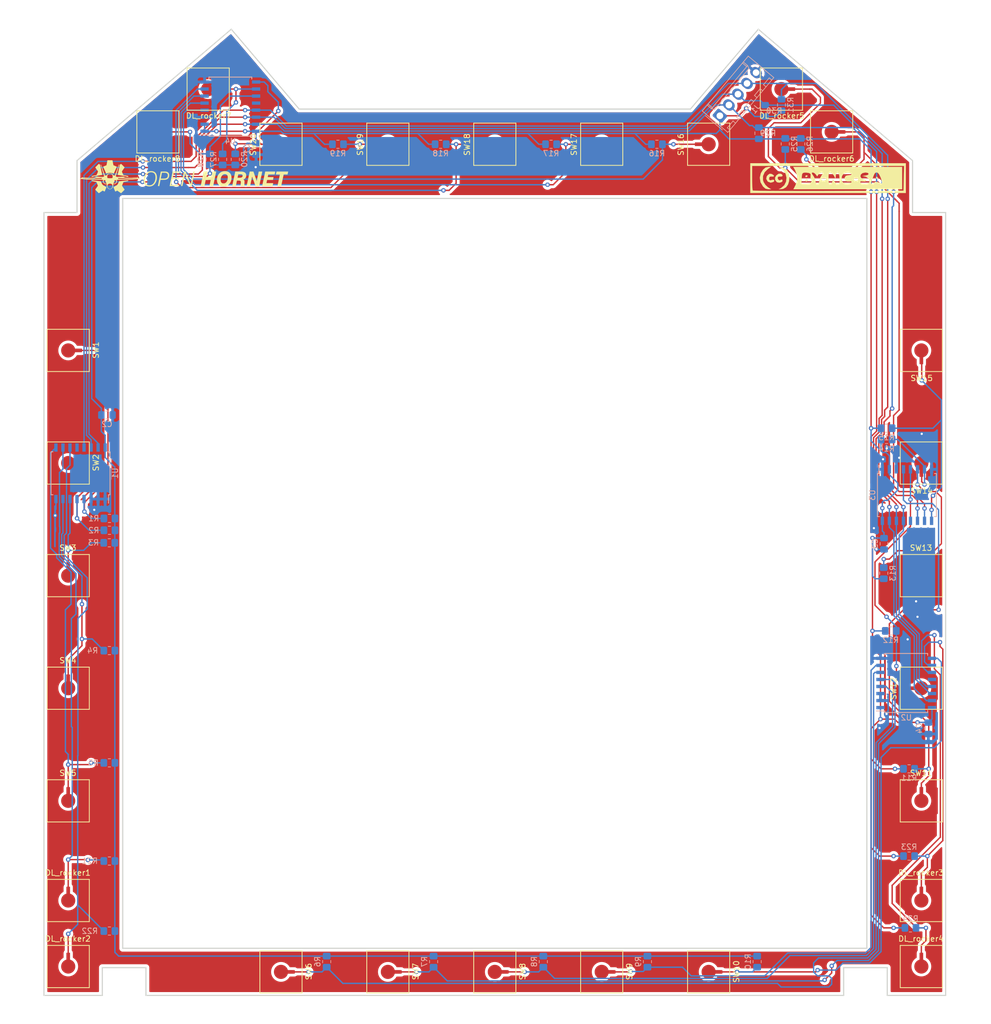
<source format=kicad_pcb>
(kicad_pcb (version 20171130) (host pcbnew "(5.1.7)-1")
  (layers (0 F.Cu signal) (31 B.Cu signal) (34 B.Paste user) (35 F.Paste user) (36 B.SilkS user) (37 F.SilkS user) (38 B.Mask user) (39 F.Mask user) (44 Edge.Cuts user))
  (net 0 "")
  (net 1 +5V)
  (net 2 SDA)
  (net 3 SCL)
  (net 4 IRQ)
  (net 5 GND)
  (net 6 "Net-(DL_rocker4-Pad1)")
  (net 7 "Net-(DL_rocker3-Pad1)")
  (net 8 "Net-(DL_rocker1-Pad1)")
  (net 9 "Net-(DL_rocker2-Pad1)")
  (net 10 "Net-(DL_rocker5-Pad1)")
  (net 11 "Net-(DL_rocker6-Pad1)")
  (net 12 "Net-(DL_rocker8-Pad1)")
  (net 13 "Net-(DL_rocker7-Pad1)")
  (net 14 "Net-(R1-Pad2)")
  (net 15 "Net-(R2-Pad2)")
  (net 16 "Net-(R3-Pad2)")
  (net 17 "Net-(R4-Pad2)")
  (net 18 "Net-(R5-Pad2)")
  (net 19 "Net-(R6-Pad2)")
  (net 20 "Net-(R7-Pad2)")
  (net 21 "Net-(R8-Pad2)")
  (net 22 "Net-(R9-Pad2)")
  (net 23 "Net-(R10-Pad2)")
  (net 24 "Net-(R11-Pad2)")
  (net 25 "Net-(R12-Pad2)")
  (net 26 "Net-(R13-Pad2)")
  (net 27 "Net-(R14-Pad2)")
  (net 28 "Net-(R15-Pad2)")
  (net 29 "Net-(R16-Pad2)")
  (net 30 "Net-(R17-Pad2)")
  (net 31 "Net-(R18-Pad2)")
  (net 32 "Net-(R19-Pad2)")
  (net 33 "Net-(R20-Pad2)")
  (net 34 "Net-(U1-Pad12)")
  (net 35 "Net-(U2-Pad12)")
  (net 36 "Net-(U3-Pad12)")
  (net 37 "Net-(U4-Pad12)")
  (module Package_SO:SOIC-16W_7.5x10.3mm_P1.27mm (layer B.Cu) (at 171.196 102.87 270)
    (fp_text reference U3 (at 0 6.25 270) (layer B.SilkS) (effects (justify mirror)))
    (fp_text value TCA9534)
    (pad 1 smd rect (at -4.65 4.445 270) (size 1.5 0.6) (layers B.Cu B.Paste B.Mask) (net 5 GND))
    (pad 2 smd rect (at -4.65 3.175 270) (size 1.5 0.6) (layers B.Cu B.Paste B.Mask) (net 1 +5V))
    (pad 3 smd rect (at -4.65 1.905 270) (size 1.5 0.6) (layers B.Cu B.Paste B.Mask) (net 5 GND))
    (pad 4 smd rect (at -4.65 0.635 270) (size 1.5 0.6) (layers B.Cu B.Paste B.Mask) (net 24 "Net-(R11-Pad2)"))
    (pad 5 smd rect (at -4.65 -0.635 270) (size 1.5 0.6) (layers B.Cu B.Paste B.Mask) (net 25 "Net-(R12-Pad2)"))
    (pad 6 smd rect (at -4.65 -1.905 270) (size 1.5 0.6) (layers B.Cu B.Paste B.Mask) (net 26 "Net-(R13-Pad2)"))
    (pad 7 smd rect (at -4.65 -3.175 270) (size 1.5 0.6) (layers B.Cu B.Paste B.Mask) (net 27 "Net-(R14-Pad2)"))
    (pad 8 smd rect (at -4.65 -4.445 270) (size 1.5 0.6) (layers B.Cu B.Paste B.Mask) (net 5 GND))
    (pad 9 smd rect (at 4.65 -4.445 270) (size 1.5 0.6) (layers B.Cu B.Paste B.Mask) (net 28 "Net-(R15-Pad2)"))
    (pad 10 smd rect (at 4.65 -3.175 270) (size 1.5 0.6) (layers B.Cu B.Paste B.Mask) (net 10 "Net-(DL_rocker5-Pad1)"))
    (pad 11 smd rect (at 4.65 -1.905 270) (size 1.5 0.6) (layers B.Cu B.Paste B.Mask) (net 11 "Net-(DL_rocker6-Pad1)"))
    (pad 12 smd rect (at 4.65 -0.635 270) (size 1.5 0.6) (layers B.Cu B.Paste B.Mask) (net 36 "Net-(U3-Pad12)"))
    (pad 13 smd rect (at 4.65 0.635 270) (size 1.5 0.6) (layers B.Cu B.Paste B.Mask) (net 4 IRQ))
    (pad 14 smd rect (at 4.65 1.905 270) (size 1.5 0.6) (layers B.Cu B.Paste B.Mask) (net 3 SCL))
    (pad 15 smd rect (at 4.65 3.175 270) (size 1.5 0.6) (layers B.Cu B.Paste B.Mask) (net 2 SDA))
    (pad 16 smd rect (at 4.65 4.445 270) (size 1.5 0.6) (layers B.Cu B.Paste B.Mask) (net 1 +5V))
  )
  (module Resistor_SMD:R_0805_2012Metric_Pad1.20x1.40mm_HandSolder (layer B.Cu) (at 45.339 42.291 270)
    (fp_text reference R28 (at 0 1.65 90) (layer B.SilkS) (effects (justify mirror)))
    (fp_text value 10k)
    (pad 2 smd roundrect (at 1 0 270) (size 1.2 1.4) (layers B.Cu B.Paste B.Mask) (roundrect_rratio 0.208333) (net 1 +5V))
    (pad 1 smd roundrect (at -1 0 270) (size 1.2 1.4) (layers B.Cu B.Paste B.Mask) (roundrect_rratio 0.208333) (net 12 "Net-(DL_rocker8-Pad1)"))
  )
  (module Resistor_SMD:R_0805_2012Metric_Pad1.20x1.40mm_HandSolder (layer B.Cu) (at 47.625 42.291 270)
    (fp_text reference R27 (at 0 1.65 90) (layer B.SilkS) (effects (justify mirror)))
    (fp_text value 10k)
    (pad 2 smd roundrect (at 1 0 270) (size 1.2 1.4) (layers B.Cu B.Paste B.Mask) (roundrect_rratio 0.208333) (net 1 +5V))
    (pad 1 smd roundrect (at -1 0 270) (size 1.2 1.4) (layers B.Cu B.Paste B.Mask) (roundrect_rratio 0.208333) (net 13 "Net-(DL_rocker7-Pad1)"))
  )
  (module Resistor_SMD:R_0805_2012Metric_Pad1.20x1.40mm_HandSolder (layer B.Cu) (at 152.019 39.497 90)
    (fp_text reference R26 (at 0 1.65 90) (layer B.SilkS) (effects (justify mirror)))
    (fp_text value 10k)
    (pad 2 smd roundrect (at 1 0 90) (size 1.2 1.4) (layers B.Cu B.Paste B.Mask) (roundrect_rratio 0.208333) (net 1 +5V))
    (pad 1 smd roundrect (at -1 0 90) (size 1.2 1.4) (layers B.Cu B.Paste B.Mask) (roundrect_rratio 0.208333) (net 11 "Net-(DL_rocker6-Pad1)"))
  )
  (module Resistor_SMD:R_0805_2012Metric_Pad1.20x1.40mm_HandSolder (layer B.Cu) (at 149.225 39.497 90)
    (fp_text reference R25 (at 0 1.65 90) (layer B.SilkS) (effects (justify mirror)))
    (fp_text value 10k)
    (pad 2 smd roundrect (at 1 0 90) (size 1.2 1.4) (layers B.Cu B.Paste B.Mask) (roundrect_rratio 0.208333) (net 1 +5V))
    (pad 1 smd roundrect (at -1 0 90) (size 1.2 1.4) (layers B.Cu B.Paste B.Mask) (roundrect_rratio 0.208333) (net 10 "Net-(DL_rocker5-Pad1)"))
  )
  (module Resistor_SMD:R_0805_2012Metric_Pad1.20x1.40mm_HandSolder (layer B.Cu) (at 171.831 180.975 180)
    (fp_text reference R24 (at 0 1.65) (layer B.SilkS) (effects (justify mirror)))
    (fp_text value 10k)
    (pad 2 smd roundrect (at 1 0 180) (size 1.2 1.4) (layers B.Cu B.Paste B.Mask) (roundrect_rratio 0.208333) (net 1 +5V))
    (pad 1 smd roundrect (at -1 0 180) (size 1.2 1.4) (layers B.Cu B.Paste B.Mask) (roundrect_rratio 0.208333) (net 6 "Net-(DL_rocker4-Pad1)"))
  )
  (module Resistor_SMD:R_0805_2012Metric_Pad1.20x1.40mm_HandSolder (layer B.Cu) (at 171.577 168.021 180)
    (fp_text reference R23 (at 0 1.65) (layer B.SilkS) (effects (justify mirror)))
    (fp_text value 10k)
    (pad 2 smd roundrect (at 1 0 180) (size 1.2 1.4) (layers B.Cu B.Paste B.Mask) (roundrect_rratio 0.208333) (net 1 +5V))
    (pad 1 smd roundrect (at -1 0 180) (size 1.2 1.4) (layers B.Cu B.Paste B.Mask) (roundrect_rratio 0.208333) (net 7 "Net-(DL_rocker3-Pad1)"))
  )
  (module Resistor_SMD:R_0805_2012Metric_Pad1.20x1.40mm_HandSolder (layer B.Cu) (at 27.178 181.5465)
    (fp_text reference R22 (at -3.54 0) (layer B.SilkS) (effects (justify mirror)))
    (fp_text value 10k)
    (pad 2 smd roundrect (at 1 0) (size 1.2 1.4) (layers B.Cu B.Paste B.Mask) (roundrect_rratio 0.208333) (net 1 +5V))
    (pad 1 smd roundrect (at -1 0) (size 1.2 1.4) (layers B.Cu B.Paste B.Mask) (roundrect_rratio 0.208333) (net 9 "Net-(DL_rocker2-Pad1)"))
  )
  (module Resistor_SMD:R_0805_2012Metric_Pad1.20x1.40mm_HandSolder (layer B.Cu) (at 27.178 168.91)
    (fp_text reference R21 (at -3.54 0) (layer B.SilkS) (effects (justify mirror)))
    (fp_text value 10k)
    (pad 2 smd roundrect (at 1 0) (size 1.2 1.4) (layers B.Cu B.Paste B.Mask) (roundrect_rratio 0.208333) (net 1 +5V))
    (pad 1 smd roundrect (at -1 0) (size 1.2 1.4) (layers B.Cu B.Paste B.Mask) (roundrect_rratio 0.208333) (net 8 "Net-(DL_rocker1-Pad1)"))
  )
  (module Resistor_SMD:R_0805_2012Metric_Pad1.20x1.40mm_HandSolder (layer B.Cu) (at 49.911 42.291 90)
    (fp_text reference R20 (at 0 1.65 90) (layer B.SilkS) (effects (justify mirror)))
    (fp_text value 10k)
    (pad 2 smd roundrect (at 1 0 90) (size 1.2 1.4) (layers B.Cu B.Paste B.Mask) (roundrect_rratio 0.208333) (net 33 "Net-(R20-Pad2)"))
    (pad 1 smd roundrect (at -1 0 90) (size 1.2 1.4) (layers B.Cu B.Paste B.Mask) (roundrect_rratio 0.208333) (net 1 +5V))
  )
  (module Resistor_SMD:R_0805_2012Metric_Pad1.20x1.40mm_HandSolder (layer B.Cu) (at 68.453 39.5605)
    (fp_text reference R19 (at 0 1.65) (layer B.SilkS) (effects (justify mirror)))
    (fp_text value 10k)
    (pad 2 smd roundrect (at 1 0) (size 1.2 1.4) (layers B.Cu B.Paste B.Mask) (roundrect_rratio 0.208333) (net 32 "Net-(R19-Pad2)"))
    (pad 1 smd roundrect (at -1 0) (size 1.2 1.4) (layers B.Cu B.Paste B.Mask) (roundrect_rratio 0.208333) (net 1 +5V))
  )
  (module Resistor_SMD:R_0805_2012Metric_Pad1.20x1.40mm_HandSolder (layer B.Cu) (at 86.995 39.5605)
    (fp_text reference R18 (at 0 1.65) (layer B.SilkS) (effects (justify mirror)))
    (fp_text value 10k)
    (pad 2 smd roundrect (at 1 0) (size 1.2 1.4) (layers B.Cu B.Paste B.Mask) (roundrect_rratio 0.208333) (net 31 "Net-(R18-Pad2)"))
    (pad 1 smd roundrect (at -1 0) (size 1.2 1.4) (layers B.Cu B.Paste B.Mask) (roundrect_rratio 0.208333) (net 1 +5V))
  )
  (module Resistor_SMD:R_0805_2012Metric_Pad1.20x1.40mm_HandSolder (layer B.Cu) (at 106.934 39.5605)
    (fp_text reference R17 (at 0 1.65) (layer B.SilkS) (effects (justify mirror)))
    (fp_text value 10k)
    (pad 2 smd roundrect (at 1 0) (size 1.2 1.4) (layers B.Cu B.Paste B.Mask) (roundrect_rratio 0.208333) (net 30 "Net-(R17-Pad2)"))
    (pad 1 smd roundrect (at -1 0) (size 1.2 1.4) (layers B.Cu B.Paste B.Mask) (roundrect_rratio 0.208333) (net 1 +5V))
  )
  (module Resistor_SMD:R_0805_2012Metric_Pad1.20x1.40mm_HandSolder (layer B.Cu) (at 126.0475 39.5605)
    (fp_text reference R16 (at 0 1.65) (layer B.SilkS) (effects (justify mirror)))
    (fp_text value 10k)
    (pad 2 smd roundrect (at 1 0) (size 1.2 1.4) (layers B.Cu B.Paste B.Mask) (roundrect_rratio 0.208333) (net 29 "Net-(R16-Pad2)"))
    (pad 1 smd roundrect (at -1 0) (size 1.2 1.4) (layers B.Cu B.Paste B.Mask) (roundrect_rratio 0.208333) (net 1 +5V))
  )
  (module Resistor_SMD:R_0805_2012Metric_Pad1.20x1.40mm_HandSolder (layer B.Cu) (at 167.513 90.805)
    (fp_text reference R15 (at 0 1.65) (layer B.SilkS) (effects (justify mirror)))
    (fp_text value 10k)
    (pad 2 smd roundrect (at 1 0) (size 1.2 1.4) (layers B.Cu B.Paste B.Mask) (roundrect_rratio 0.208333) (net 28 "Net-(R15-Pad2)"))
    (pad 1 smd roundrect (at -1 0) (size 1.2 1.4) (layers B.Cu B.Paste B.Mask) (roundrect_rratio 0.208333) (net 1 +5V))
  )
  (module Resistor_SMD:R_0805_2012Metric_Pad1.20x1.40mm_HandSolder (layer B.Cu) (at 167.513 92.837)
    (fp_text reference R14 (at 0 1.65) (layer B.SilkS) (effects (justify mirror)))
    (fp_text value 10k)
    (pad 2 smd roundrect (at 1 0) (size 1.2 1.4) (layers B.Cu B.Paste B.Mask) (roundrect_rratio 0.208333) (net 27 "Net-(R14-Pad2)"))
    (pad 1 smd roundrect (at -1 0) (size 1.2 1.4) (layers B.Cu B.Paste B.Mask) (roundrect_rratio 0.208333) (net 1 +5V))
  )
  (module Resistor_SMD:R_0805_2012Metric_Pad1.20x1.40mm_HandSolder (layer B.Cu) (at 167.005 116.967 90)
    (fp_text reference R13 (at 0 1.65 90) (layer B.SilkS) (effects (justify mirror)))
    (fp_text value 10k)
    (pad 2 smd roundrect (at 1 0 90) (size 1.2 1.4) (layers B.Cu B.Paste B.Mask) (roundrect_rratio 0.208333) (net 26 "Net-(R13-Pad2)"))
    (pad 1 smd roundrect (at -1 0 90) (size 1.2 1.4) (layers B.Cu B.Paste B.Mask) (roundrect_rratio 0.208333) (net 1 +5V))
  )
  (module Resistor_SMD:R_0805_2012Metric_Pad1.20x1.40mm_HandSolder (layer B.Cu) (at 168.275 127.381)
    (fp_text reference R12 (at 0 1.65) (layer B.SilkS) (effects (justify mirror)))
    (fp_text value 10k)
    (pad 2 smd roundrect (at 1 0) (size 1.2 1.4) (layers B.Cu B.Paste B.Mask) (roundrect_rratio 0.208333) (net 25 "Net-(R12-Pad2)"))
    (pad 1 smd roundrect (at -1 0) (size 1.2 1.4) (layers B.Cu B.Paste B.Mask) (roundrect_rratio 0.208333) (net 1 +5V))
  )
  (module Resistor_SMD:R_0805_2012Metric_Pad1.20x1.40mm_HandSolder (layer B.Cu) (at 171.577 152.273)
    (fp_text reference R11 (at 0 1.65) (layer B.SilkS) (effects (justify mirror)))
    (fp_text value 10k)
    (pad 2 smd roundrect (at 1 0) (size 1.2 1.4) (layers B.Cu B.Paste B.Mask) (roundrect_rratio 0.208333) (net 24 "Net-(R11-Pad2)"))
    (pad 1 smd roundrect (at -1 0) (size 1.2 1.4) (layers B.Cu B.Paste B.Mask) (roundrect_rratio 0.208333) (net 1 +5V))
  )
  (module Resistor_SMD:R_0805_2012Metric_Pad1.20x1.40mm_HandSolder (layer B.Cu) (at 144.145 187.071 270)
    (fp_text reference R10 (at 0 1.65 90) (layer B.SilkS) (effects (justify mirror)))
    (fp_text value 10k)
    (pad 2 smd roundrect (at 1 0 270) (size 1.2 1.4) (layers B.Cu B.Paste B.Mask) (roundrect_rratio 0.208333) (net 23 "Net-(R10-Pad2)"))
    (pad 1 smd roundrect (at -1 0 270) (size 1.2 1.4) (layers B.Cu B.Paste B.Mask) (roundrect_rratio 0.208333) (net 1 +5V))
  )
  (module Resistor_SMD:R_0805_2012Metric_Pad1.20x1.40mm_HandSolder (layer B.Cu) (at 124.333 187.071 270)
    (fp_text reference R9 (at 0 1.65 90) (layer B.SilkS) (effects (justify mirror)))
    (fp_text value 10k)
    (pad 2 smd roundrect (at 1 0 270) (size 1.2 1.4) (layers B.Cu B.Paste B.Mask) (roundrect_rratio 0.208333) (net 22 "Net-(R9-Pad2)"))
    (pad 1 smd roundrect (at -1 0 270) (size 1.2 1.4) (layers B.Cu B.Paste B.Mask) (roundrect_rratio 0.208333) (net 1 +5V))
  )
  (module Resistor_SMD:R_0805_2012Metric_Pad1.20x1.40mm_HandSolder (layer B.Cu) (at 105.537 187.071 270)
    (fp_text reference R8 (at 0 1.65 90) (layer B.SilkS) (effects (justify mirror)))
    (fp_text value 10k)
    (pad 2 smd roundrect (at 1 0 270) (size 1.2 1.4) (layers B.Cu B.Paste B.Mask) (roundrect_rratio 0.208333) (net 21 "Net-(R8-Pad2)"))
    (pad 1 smd roundrect (at -1 0 270) (size 1.2 1.4) (layers B.Cu B.Paste B.Mask) (roundrect_rratio 0.208333) (net 1 +5V))
  )
  (module Resistor_SMD:R_0805_2012Metric_Pad1.20x1.40mm_HandSolder (layer B.Cu) (at 85.725 187.071 270)
    (fp_text reference R7 (at 0 1.65 90) (layer B.SilkS) (effects (justify mirror)))
    (fp_text value 10k)
    (pad 2 smd roundrect (at 1 0 270) (size 1.2 1.4) (layers B.Cu B.Paste B.Mask) (roundrect_rratio 0.208333) (net 20 "Net-(R7-Pad2)"))
    (pad 1 smd roundrect (at -1 0 270) (size 1.2 1.4) (layers B.Cu B.Paste B.Mask) (roundrect_rratio 0.208333) (net 1 +5V))
  )
  (module Resistor_SMD:R_0805_2012Metric_Pad1.20x1.40mm_HandSolder (layer B.Cu) (at 66.421 187.071 270)
    (fp_text reference R6 (at 0 1.65 90) (layer B.SilkS) (effects (justify mirror)))
    (fp_text value 10k)
    (pad 2 smd roundrect (at 1 0 270) (size 1.2 1.4) (layers B.Cu B.Paste B.Mask) (roundrect_rratio 0.208333) (net 19 "Net-(R6-Pad2)"))
    (pad 1 smd roundrect (at -1 0 270) (size 1.2 1.4) (layers B.Cu B.Paste B.Mask) (roundrect_rratio 0.208333) (net 1 +5V))
  )
  (module Resistor_SMD:R_0805_2012Metric_Pad1.20x1.40mm_HandSolder (layer B.Cu) (at 27.178 151.1935 180)
    (fp_text reference R5 (at 2.905 0) (layer B.SilkS) (effects (justify mirror)))
    (fp_text value 10k)
    (pad 2 smd roundrect (at 1 0 180) (size 1.2 1.4) (layers B.Cu B.Paste B.Mask) (roundrect_rratio 0.208333) (net 18 "Net-(R5-Pad2)"))
    (pad 1 smd roundrect (at -1 0 180) (size 1.2 1.4) (layers B.Cu B.Paste B.Mask) (roundrect_rratio 0.208333) (net 1 +5V))
  )
  (module Resistor_SMD:R_0805_2012Metric_Pad1.20x1.40mm_HandSolder (layer B.Cu) (at 27.178 130.937 180)
    (fp_text reference R4 (at 3.032 0) (layer B.SilkS) (effects (justify mirror)))
    (fp_text value 10k)
    (pad 2 smd roundrect (at 1 0 180) (size 1.2 1.4) (layers B.Cu B.Paste B.Mask) (roundrect_rratio 0.208333) (net 17 "Net-(R4-Pad2)"))
    (pad 1 smd roundrect (at -1 0 180) (size 1.2 1.4) (layers B.Cu B.Paste B.Mask) (roundrect_rratio 0.208333) (net 1 +5V))
  )
  (module Resistor_SMD:R_0805_2012Metric_Pad1.20x1.40mm_HandSolder (layer B.Cu) (at 27.162 111.4806 180)
    (fp_text reference R3 (at 2.8542 0.0254) (layer B.SilkS) (effects (justify mirror)))
    (fp_text value 10k)
    (pad 2 smd roundrect (at 1 0 180) (size 1.2 1.4) (layers B.Cu B.Paste B.Mask) (roundrect_rratio 0.208333) (net 16 "Net-(R3-Pad2)"))
    (pad 1 smd roundrect (at -1 0 180) (size 1.2 1.4) (layers B.Cu B.Paste B.Mask) (roundrect_rratio 0.208333) (net 1 +5V))
  )
  (module Resistor_SMD:R_0805_2012Metric_Pad1.20x1.40mm_HandSolder (layer B.Cu) (at 27.194 109.22 180)
    (fp_text reference R2 (at 2.8354 -0.0254) (layer B.SilkS) (effects (justify mirror)))
    (fp_text value 10k)
    (pad 2 smd roundrect (at 1 0 180) (size 1.2 1.4) (layers B.Cu B.Paste B.Mask) (roundrect_rratio 0.208333) (net 15 "Net-(R2-Pad2)"))
    (pad 1 smd roundrect (at -1 0 180) (size 1.2 1.4) (layers B.Cu B.Paste B.Mask) (roundrect_rratio 0.208333) (net 1 +5V))
  )
  (module Resistor_SMD:R_0805_2012Metric_Pad1.20x1.40mm_HandSolder (layer B.Cu) (at 27.194 107.0864 180)
    (fp_text reference R1 (at 2.8354 0) (layer B.SilkS) (effects (justify mirror)))
    (fp_text value 10k)
    (pad 2 smd roundrect (at 1 0 180) (size 1.2 1.4) (layers B.Cu B.Paste B.Mask) (roundrect_rratio 0.208333) (net 14 "Net-(R1-Pad2)"))
    (pad 1 smd roundrect (at -1 0 180) (size 1.2 1.4) (layers B.Cu B.Paste B.Mask) (roundrect_rratio 0.208333) (net 1 +5V))
  )
  (module "KiCAD Libraries:CC-BY-NC-SA-Small" (layer F.Cu) (at 156.867 45.667)
    (fp_text reference G*** hide)
    (fp_text value LOGO hide)
  )
  (module "KiCAD Libraries:OH_LOGO_37.7mm_5.9mm" (layer F.Cu) (at 40.617 45.417)
    (fp_text reference G*** hide)
    (fp_text value LOGO hide)
  )
  (module Connector_Molex:Molex_KK-254_AE-6410-05A_1x05_P2.54mm_Vertical (layer B.Cu) (at 137.414 34.417 50)
    (fp_text reference J1 (at 5.08 4.12 50) (layer B.SilkS) (effects (justify mirror)))
    (fp_text value ExpansionPort)
    (pad 1 thru_hole roundrect (at 0 0 50) (size 1.74 2.2) (drill 1.2) (layers *.Cu *.Mask) (roundrect_rratio 0.143678) (net 1 +5V))
    (pad 2 thru_hole oval (at 2.54 0 50) (size 1.74 2.2) (drill 1.2) (layers *.Cu *.Mask) (net 2 SDA))
    (pad 3 thru_hole oval (at 5.08 0 50) (size 1.74 2.2) (drill 1.2) (layers *.Cu *.Mask) (net 3 SCL))
    (pad 4 thru_hole oval (at 7.620001 0 50) (size 1.74 2.2) (drill 1.2) (layers *.Cu *.Mask) (net 4 IRQ))
    (pad 5 thru_hole oval (at 10.16 0 50) (size 1.74 2.2) (drill 1.2) (layers *.Cu *.Mask) (net 5 GND))
  )
  (module Resistor_SMD:R_0805_2012Metric_Pad1.15x1.40mm_HandSolder (layer B.Cu) (at 144.4498 37.5666 90)
    (fp_text reference R29 (at 0 1.65 -180) (layer B.SilkS) (effects (justify mirror)))
    (fp_text value 1k)
    (pad 2 smd roundrect (at 1.025 0 90) (size 1.15 1.4) (layers B.Cu B.Paste B.Mask) (roundrect_rratio 0.217391) (net 2 SDA))
    (pad 1 smd roundrect (at -1.025 0 90) (size 1.15 1.4) (layers B.Cu B.Paste B.Mask) (roundrect_rratio 0.217391) (net 1 +5V))
  )
  (module Resistor_SMD:R_0805_2012Metric_Pad1.15x1.40mm_HandSolder (layer B.Cu) (at 145.5674 33.528 90)
    (fp_text reference R30 (at 0 1.65 -180) (layer B.SilkS) (effects (justify mirror)))
    (fp_text value 1k)
    (pad 1 smd roundrect (at -1.025 0 90) (size 1.15 1.4) (layers B.Cu B.Paste B.Mask) (roundrect_rratio 0.217391) (net 1 +5V))
    (pad 2 smd roundrect (at 1.025 0 90) (size 1.15 1.4) (layers B.Cu B.Paste B.Mask) (roundrect_rratio 0.217391) (net 3 SCL))
  )
  (module Package_SO:SOIC-16W_7.5x10.3mm_P1.27mm (layer B.Cu) (at 171.069 136.779)
    (fp_text reference U2 (at 0 6.25 180) (layer B.SilkS) (effects (justify mirror)))
    (fp_text value TCA9534)
    (pad 16 smd rect (at 4.65 4.445) (size 1.5 0.6) (layers B.Cu B.Paste B.Mask) (net 1 +5V))
    (pad 15 smd rect (at 4.65 3.175) (size 1.5 0.6) (layers B.Cu B.Paste B.Mask) (net 2 SDA))
    (pad 14 smd rect (at 4.65 1.905) (size 1.5 0.6) (layers B.Cu B.Paste B.Mask) (net 3 SCL))
    (pad 13 smd rect (at 4.65 0.635) (size 1.5 0.6) (layers B.Cu B.Paste B.Mask) (net 4 IRQ))
    (pad 12 smd rect (at 4.65 -0.635) (size 1.5 0.6) (layers B.Cu B.Paste B.Mask) (net 35 "Net-(U2-Pad12)"))
    (pad 11 smd rect (at 4.65 -1.905) (size 1.5 0.6) (layers B.Cu B.Paste B.Mask) (net 6 "Net-(DL_rocker4-Pad1)"))
    (pad 10 smd rect (at 4.65 -3.175) (size 1.5 0.6) (layers B.Cu B.Paste B.Mask) (net 7 "Net-(DL_rocker3-Pad1)"))
    (pad 9 smd rect (at 4.65 -4.445) (size 1.5 0.6) (layers B.Cu B.Paste B.Mask) (net 23 "Net-(R10-Pad2)"))
    (pad 8 smd rect (at -4.65 -4.445) (size 1.5 0.6) (layers B.Cu B.Paste B.Mask) (net 5 GND))
    (pad 7 smd rect (at -4.65 -3.175) (size 1.5 0.6) (layers B.Cu B.Paste B.Mask) (net 22 "Net-(R9-Pad2)"))
    (pad 6 smd rect (at -4.65 -1.905) (size 1.5 0.6) (layers B.Cu B.Paste B.Mask) (net 21 "Net-(R8-Pad2)"))
    (pad 5 smd rect (at -4.65 -0.635) (size 1.5 0.6) (layers B.Cu B.Paste B.Mask) (net 20 "Net-(R7-Pad2)"))
    (pad 4 smd rect (at -4.65 0.635) (size 1.5 0.6) (layers B.Cu B.Paste B.Mask) (net 19 "Net-(R6-Pad2)"))
    (pad 3 smd rect (at -4.65 1.905) (size 1.5 0.6) (layers B.Cu B.Paste B.Mask) (net 5 GND))
    (pad 2 smd rect (at -4.65 3.175) (size 1.5 0.6) (layers B.Cu B.Paste B.Mask) (net 5 GND))
    (pad 1 smd rect (at -4.65 4.445) (size 1.5 0.6) (layers B.Cu B.Paste B.Mask) (net 1 +5V))
  )
  (module Package_SO:SOIC-16W_7.5x10.3mm_P1.27mm (layer B.Cu) (at 21.971 98.933 90)
    (fp_text reference U1 (at 0 6.25 90) (layer B.SilkS) (effects (justify mirror)))
    (fp_text value TCA9534)
    (pad 1 smd rect (at -4.65 4.445 90) (size 1.5 0.6) (layers B.Cu B.Paste B.Mask) (net 5 GND))
    (pad 2 smd rect (at -4.65 3.175 90) (size 1.5 0.6) (layers B.Cu B.Paste B.Mask) (net 5 GND))
    (pad 3 smd rect (at -4.65 1.905 90) (size 1.5 0.6) (layers B.Cu B.Paste B.Mask) (net 5 GND))
    (pad 4 smd rect (at -4.65 0.635 90) (size 1.5 0.6) (layers B.Cu B.Paste B.Mask) (net 14 "Net-(R1-Pad2)"))
    (pad 5 smd rect (at -4.65 -0.635 90) (size 1.5 0.6) (layers B.Cu B.Paste B.Mask) (net 15 "Net-(R2-Pad2)"))
    (pad 6 smd rect (at -4.65 -1.905 90) (size 1.5 0.6) (layers B.Cu B.Paste B.Mask) (net 16 "Net-(R3-Pad2)"))
    (pad 7 smd rect (at -4.65 -3.175 90) (size 1.5 0.6) (layers B.Cu B.Paste B.Mask) (net 17 "Net-(R4-Pad2)"))
    (pad 8 smd rect (at -4.65 -4.445 90) (size 1.5 0.6) (layers B.Cu B.Paste B.Mask) (net 5 GND))
    (pad 9 smd rect (at 4.65 -4.445 90) (size 1.5 0.6) (layers B.Cu B.Paste B.Mask) (net 18 "Net-(R5-Pad2)"))
    (pad 10 smd rect (at 4.65 -3.175 90) (size 1.5 0.6) (layers B.Cu B.Paste B.Mask) (net 8 "Net-(DL_rocker1-Pad1)"))
    (pad 11 smd rect (at 4.65 -1.905 90) (size 1.5 0.6) (layers B.Cu B.Paste B.Mask) (net 9 "Net-(DL_rocker2-Pad1)"))
    (pad 12 smd rect (at 4.65 -0.635 90) (size 1.5 0.6) (layers B.Cu B.Paste B.Mask) (net 34 "Net-(U1-Pad12)"))
    (pad 13 smd rect (at 4.65 0.635 90) (size 1.5 0.6) (layers B.Cu B.Paste B.Mask) (net 4 IRQ))
    (pad 14 smd rect (at 4.65 1.905 90) (size 1.5 0.6) (layers B.Cu B.Paste B.Mask) (net 3 SCL))
    (pad 15 smd rect (at 4.65 3.175 90) (size 1.5 0.6) (layers B.Cu B.Paste B.Mask) (net 2 SDA))
    (pad 16 smd rect (at 4.65 4.445 90) (size 1.5 0.6) (layers B.Cu B.Paste B.Mask) (net 1 +5V))
  )
  (module Package_SO:SOIC-16W_7.5x10.3mm_P1.27mm (layer B.Cu) (at 49.022 32.766)
    (fp_text reference U4 (at 0 6.25) (layer B.SilkS) (effects (justify mirror)))
    (fp_text value TCA9534)
    (pad 16 smd rect (at 4.65 4.445) (size 1.5 0.6) (layers B.Cu B.Paste B.Mask) (net 1 +5V))
    (pad 15 smd rect (at 4.65 3.175) (size 1.5 0.6) (layers B.Cu B.Paste B.Mask) (net 2 SDA))
    (pad 14 smd rect (at 4.65 1.905) (size 1.5 0.6) (layers B.Cu B.Paste B.Mask) (net 3 SCL))
    (pad 13 smd rect (at 4.65 0.635) (size 1.5 0.6) (layers B.Cu B.Paste B.Mask) (net 4 IRQ))
    (pad 12 smd rect (at 4.65 -0.635) (size 1.5 0.6) (layers B.Cu B.Paste B.Mask) (net 37 "Net-(U4-Pad12)"))
    (pad 11 smd rect (at 4.65 -1.905) (size 1.5 0.6) (layers B.Cu B.Paste B.Mask) (net 12 "Net-(DL_rocker8-Pad1)"))
    (pad 10 smd rect (at 4.65 -3.175) (size 1.5 0.6) (layers B.Cu B.Paste B.Mask) (net 13 "Net-(DL_rocker7-Pad1)"))
    (pad 9 smd rect (at 4.65 -4.445) (size 1.5 0.6) (layers B.Cu B.Paste B.Mask) (net 33 "Net-(R20-Pad2)"))
    (pad 8 smd rect (at -4.65 -4.445) (size 1.5 0.6) (layers B.Cu B.Paste B.Mask) (net 5 GND))
    (pad 7 smd rect (at -4.65 -3.175) (size 1.5 0.6) (layers B.Cu B.Paste B.Mask) (net 32 "Net-(R19-Pad2)"))
    (pad 6 smd rect (at -4.65 -1.905) (size 1.5 0.6) (layers B.Cu B.Paste B.Mask) (net 31 "Net-(R18-Pad2)"))
    (pad 5 smd rect (at -4.65 -0.635) (size 1.5 0.6) (layers B.Cu B.Paste B.Mask) (net 30 "Net-(R17-Pad2)"))
    (pad 4 smd rect (at -4.65 0.635) (size 1.5 0.6) (layers B.Cu B.Paste B.Mask) (net 29 "Net-(R16-Pad2)"))
    (pad 3 smd rect (at -4.65 1.905) (size 1.5 0.6) (layers B.Cu B.Paste B.Mask) (net 5 GND))
    (pad 2 smd rect (at -4.65 3.175) (size 1.5 0.6) (layers B.Cu B.Paste B.Mask) (net 1 +5V))
    (pad 1 smd rect (at -4.65 4.445) (size 1.5 0.6) (layers B.Cu B.Paste B.Mask) (net 1 +5V))
  )
  (module "KiCAD Libraries:SWITCH_SNAP_DOME_6.3mm_DIA_SINGLE_SIDE_PCB" (layer F.Cu) (at 19.747 176.037 90)
    (fp_text reference DL_rocker1 (at 5.008 -0.056 180) (layer F.SilkS))
    (fp_text value SW_Push)
    (pad 2 smd custom (at 2.4 -1.6 90) (size 1.09 0.608) (layers F.Cu F.Paste F.Mask) (net 5 GND) (options (clearance outline) (anchor rect)) (primitives (gr_poly (pts (xy 0.4956 0.2284) (xy 0.4956 -0.2796) (xy -0.114 -1.2956) (xy -4.7368 -1.2956) (xy -5.2956 -0.3304) (xy -5.2956 3.4796) (xy -4.686 4.4956) (xy -0.114 4.4956) (xy 0.4956 3.4796) (xy 0.4956 2.9716) (xy -0.4696 2.9716) (xy -0.4696 3.5304) (xy -4.3304 3.5304) (xy -4.3304 -0.3304) (xy -0.4696 -0.3304) (xy -0.4696 0.2284)) (width 0.15))))
    (pad 1 smd custom (at 1.25 0 90) (size 2.45 0.64) (layers F.Cu F.Paste F.Mask) (net 8 "Net-(DL_rocker1-Pad1)") (options (clearance outline) (anchor rect)) (primitives (gr_line (start 1.163 0.254) (end -0.107 0.254) (width 0.15)) (gr_line (start -0.107 0.254) (end -0.107 -0.254) (width 0.15)) (gr_line (start -0.107 -0.254) (end 1.163 -0.254) (width 0.15)) (gr_line (start 1.163 -0.254) (end 1.163 0.254) (width 0.15)) (gr_poly (pts (xy 0.02 -0.254) (xy 1.163 -0.254) (xy 1.163 0.254) (xy 0.02 0.254)) (width 0.15)) (gr_circle (center -1.25 0) (end -0.045172 0) (width 0.15)) (gr_poly (pts (xy -1.25 -1.143) (xy -0.488 -0.889) (xy -0.107 -0.254) (xy -0.234 0.508) (xy -0.742 1.016) (xy -1.377 1.143) (xy -2.012 0.889) (xy -2.266 0.381) (xy -2.393 -0.127) (xy -2.139 -0.762) (xy -1.631 -1.016)) (width 0.15))))
  )
  (module "KiCAD Libraries:SWITCH_SNAP_DOME_6.3mm_DIA_SINGLE_SIDE_PCB" (layer F.Cu) (at 19.747 187.947 90)
    (fp_text reference DL_rocker2 (at 5.008 -0.056 180) (layer F.SilkS))
    (fp_text value SW_Push)
    (pad 1 smd custom (at 1.25 0 90) (size 2.45 0.64) (layers F.Cu F.Paste F.Mask) (net 9 "Net-(DL_rocker2-Pad1)") (options (clearance outline) (anchor rect)) (primitives (gr_line (start 1.163 0.254) (end -0.107 0.254) (width 0.15)) (gr_line (start -0.107 0.254) (end -0.107 -0.254) (width 0.15)) (gr_line (start -0.107 -0.254) (end 1.163 -0.254) (width 0.15)) (gr_line (start 1.163 -0.254) (end 1.163 0.254) (width 0.15)) (gr_poly (pts (xy 0.02 -0.254) (xy 1.163 -0.254) (xy 1.163 0.254) (xy 0.02 0.254)) (width 0.15)) (gr_circle (center -1.25 0) (end -0.045172 0) (width 0.15)) (gr_poly (pts (xy -1.25 -1.143) (xy -0.488 -0.889) (xy -0.107 -0.254) (xy -0.234 0.508) (xy -0.742 1.016) (xy -1.377 1.143) (xy -2.012 0.889) (xy -2.266 0.381) (xy -2.393 -0.127) (xy -2.139 -0.762) (xy -1.631 -1.016)) (width 0.15))))
    (pad 2 smd custom (at 2.4 -1.6 90) (size 1.09 0.608) (layers F.Cu F.Paste F.Mask) (net 5 GND) (options (clearance outline) (anchor rect)) (primitives (gr_poly (pts (xy 0.4956 0.2284) (xy 0.4956 -0.2796) (xy -0.114 -1.2956) (xy -4.7368 -1.2956) (xy -5.2956 -0.3304) (xy -5.2956 3.4796) (xy -4.686 4.4956) (xy -0.114 4.4956) (xy 0.4956 3.4796) (xy 0.4956 2.9716) (xy -0.4696 2.9716) (xy -0.4696 3.5304) (xy -4.3304 3.5304) (xy -4.3304 -0.3304) (xy -0.4696 -0.3304) (xy -0.4696 0.2284)) (width 0.15))))
  )
  (module "KiCAD Libraries:SWITCH_SNAP_DOME_6.3mm_DIA_SINGLE_SIDE_PCB" (layer F.Cu) (at 173.797 176.037 90)
    (fp_text reference DL_rocker3 (at 5.008 -0.056 180) (layer F.SilkS))
    (fp_text value SW_Push)
    (pad 2 smd custom (at 2.4 -1.6 90) (size 1.09 0.608) (layers F.Cu F.Paste F.Mask) (net 5 GND) (options (clearance outline) (anchor rect)) (primitives (gr_poly (pts (xy 0.4956 0.2284) (xy 0.4956 -0.2796) (xy -0.114 -1.2956) (xy -4.7368 -1.2956) (xy -5.2956 -0.3304) (xy -5.2956 3.4796) (xy -4.686 4.4956) (xy -0.114 4.4956) (xy 0.4956 3.4796) (xy 0.4956 2.9716) (xy -0.4696 2.9716) (xy -0.4696 3.5304) (xy -4.3304 3.5304) (xy -4.3304 -0.3304) (xy -0.4696 -0.3304) (xy -0.4696 0.2284)) (width 0.15))))
    (pad 1 smd custom (at 1.25 0 90) (size 2.45 0.64) (layers F.Cu F.Paste F.Mask) (net 7 "Net-(DL_rocker3-Pad1)") (options (clearance outline) (anchor rect)) (primitives (gr_line (start 1.163 0.254) (end -0.107 0.254) (width 0.15)) (gr_line (start -0.107 0.254) (end -0.107 -0.254) (width 0.15)) (gr_line (start -0.107 -0.254) (end 1.163 -0.254) (width 0.15)) (gr_line (start 1.163 -0.254) (end 1.163 0.254) (width 0.15)) (gr_poly (pts (xy 0.02 -0.254) (xy 1.163 -0.254) (xy 1.163 0.254) (xy 0.02 0.254)) (width 0.15)) (gr_circle (center -1.25 0) (end -0.045172 0) (width 0.15)) (gr_poly (pts (xy -1.25 -1.143) (xy -0.488 -0.889) (xy -0.107 -0.254) (xy -0.234 0.508) (xy -0.742 1.016) (xy -1.377 1.143) (xy -2.012 0.889) (xy -2.266 0.381) (xy -2.393 -0.127) (xy -2.139 -0.762) (xy -1.631 -1.016)) (width 0.15))))
  )
  (module "KiCAD Libraries:SWITCH_SNAP_DOME_6.3mm_DIA_SINGLE_SIDE_PCB" (layer F.Cu) (at 173.797 187.947 90)
    (fp_text reference DL_rocker4 (at 5.008 -0.056 180) (layer F.SilkS))
    (fp_text value SW_Push)
    (pad 1 smd custom (at 1.25 0 90) (size 2.45 0.64) (layers F.Cu F.Paste F.Mask) (net 6 "Net-(DL_rocker4-Pad1)") (options (clearance outline) (anchor rect)) (primitives (gr_line (start 1.163 0.254) (end -0.107 0.254) (width 0.15)) (gr_line (start -0.107 0.254) (end -0.107 -0.254) (width 0.15)) (gr_line (start -0.107 -0.254) (end 1.163 -0.254) (width 0.15)) (gr_line (start 1.163 -0.254) (end 1.163 0.254) (width 0.15)) (gr_poly (pts (xy 0.02 -0.254) (xy 1.163 -0.254) (xy 1.163 0.254) (xy 0.02 0.254)) (width 0.15)) (gr_circle (center -1.25 0) (end -0.045172 0) (width 0.15)) (gr_poly (pts (xy -1.25 -1.143) (xy -0.488 -0.889) (xy -0.107 -0.254) (xy -0.234 0.508) (xy -0.742 1.016) (xy -1.377 1.143) (xy -2.012 0.889) (xy -2.266 0.381) (xy -2.393 -0.127) (xy -2.139 -0.762) (xy -1.631 -1.016)) (width 0.15))))
    (pad 2 smd custom (at 2.4 -1.6 90) (size 1.09 0.608) (layers F.Cu F.Paste F.Mask) (net 5 GND) (options (clearance outline) (anchor rect)) (primitives (gr_poly (pts (xy 0.4956 0.2284) (xy 0.4956 -0.2796) (xy -0.114 -1.2956) (xy -4.7368 -1.2956) (xy -5.2956 -0.3304) (xy -5.2956 3.4796) (xy -4.686 4.4956) (xy -0.114 4.4956) (xy 0.4956 3.4796) (xy 0.4956 2.9716) (xy -0.4696 2.9716) (xy -0.4696 3.5304) (xy -4.3304 3.5304) (xy -4.3304 -0.3304) (xy -0.4696 -0.3304) (xy -0.4696 0.2284)) (width 0.15))))
  )
  (module "KiCAD Libraries:SWITCH_SNAP_DOME_6.3mm_DIA_SINGLE_SIDE_PCB" (layer F.Cu) (at 148.527 29.607)
    (fp_text reference DL_rocker5 (at 0.09 4.81 180) (layer F.SilkS))
    (fp_text value SW_Push)
    (pad 1 smd custom (at 1.25 0) (size 2.45 0.64) (layers F.Cu F.Paste F.Mask) (net 10 "Net-(DL_rocker5-Pad1)") (options (clearance outline) (anchor rect)) (primitives (gr_line (start 1.163 0.254) (end -0.107 0.254) (width 0.15)) (gr_line (start -0.107 0.254) (end -0.107 -0.254) (width 0.15)) (gr_line (start -0.107 -0.254) (end 1.163 -0.254) (width 0.15)) (gr_line (start 1.163 -0.254) (end 1.163 0.254) (width 0.15)) (gr_poly (pts (xy 0.02 -0.254) (xy 1.163 -0.254) (xy 1.163 0.254) (xy 0.02 0.254)) (width 0.15)) (gr_circle (center -1.25 0) (end -0.045172 0) (width 0.15)) (gr_poly (pts (xy -1.25 -1.143) (xy -0.488 -0.889) (xy -0.107 -0.254) (xy -0.234 0.508) (xy -0.742 1.016) (xy -1.377 1.143) (xy -2.012 0.889) (xy -2.266 0.381) (xy -2.393 -0.127) (xy -2.139 -0.762) (xy -1.631 -1.016)) (width 0.15))))
    (pad 2 smd custom (at 2.4 -1.6) (size 1.09 0.608) (layers F.Cu F.Paste F.Mask) (net 5 GND) (options (clearance outline) (anchor rect)) (primitives (gr_poly (pts (xy 0.4956 0.2284) (xy 0.4956 -0.2796) (xy -0.114 -1.2956) (xy -4.7368 -1.2956) (xy -5.2956 -0.3304) (xy -5.2956 3.4796) (xy -4.686 4.4956) (xy -0.114 4.4956) (xy 0.4956 3.4796) (xy 0.4956 2.9716) (xy -0.4696 2.9716) (xy -0.4696 3.5304) (xy -4.3304 3.5304) (xy -4.3304 -0.3304) (xy -0.4696 -0.3304) (xy -0.4696 0.2284)) (width 0.15))))
  )
  (module "KiCAD Libraries:SWITCH_SNAP_DOME_6.3mm_DIA_SINGLE_SIDE_PCB" (layer F.Cu) (at 157.597 37.327)
    (fp_text reference DL_rocker6 (at 0.02 4.84) (layer F.SilkS))
    (fp_text value SW_Push)
    (pad 2 smd custom (at 2.4 -1.6) (size 1.09 0.608) (layers F.Cu F.Paste F.Mask) (net 5 GND) (options (clearance outline) (anchor rect)) (primitives (gr_poly (pts (xy 0.4956 0.2284) (xy 0.4956 -0.2796) (xy -0.114 -1.2956) (xy -4.7368 -1.2956) (xy -5.2956 -0.3304) (xy -5.2956 3.4796) (xy -4.686 4.4956) (xy -0.114 4.4956) (xy 0.4956 3.4796) (xy 0.4956 2.9716) (xy -0.4696 2.9716) (xy -0.4696 3.5304) (xy -4.3304 3.5304) (xy -4.3304 -0.3304) (xy -0.4696 -0.3304) (xy -0.4696 0.2284)) (width 0.15))))
    (pad 1 smd custom (at 1.25 0) (size 2.45 0.64) (layers F.Cu F.Paste F.Mask) (net 11 "Net-(DL_rocker6-Pad1)") (options (clearance outline) (anchor rect)) (primitives (gr_line (start 1.163 0.254) (end -0.107 0.254) (width 0.15)) (gr_line (start -0.107 0.254) (end -0.107 -0.254) (width 0.15)) (gr_line (start -0.107 -0.254) (end 1.163 -0.254) (width 0.15)) (gr_line (start 1.163 -0.254) (end 1.163 0.254) (width 0.15)) (gr_poly (pts (xy 0.02 -0.254) (xy 1.163 -0.254) (xy 1.163 0.254) (xy 0.02 0.254)) (width 0.15)) (gr_circle (center -1.25 0) (end -0.045172 0) (width 0.15)) (gr_poly (pts (xy -1.25 -1.143) (xy -0.488 -0.889) (xy -0.107 -0.254) (xy -0.234 0.508) (xy -0.742 1.016) (xy -1.377 1.143) (xy -2.012 0.889) (xy -2.266 0.381) (xy -2.393 -0.127) (xy -2.139 -0.762) (xy -1.631 -1.016)) (width 0.15))))
  )
  (module "KiCAD Libraries:SWITCH_SNAP_DOME_6.3mm_DIA_SINGLE_SIDE_PCB" (layer F.Cu) (at 45.017 29.607)
    (fp_text reference DL_rocker7 (at 0.1 4.81 180) (layer F.SilkS))
    (fp_text value SW_Push)
    (pad 1 smd custom (at 1.25 0) (size 2.45 0.64) (layers F.Cu F.Paste F.Mask) (net 13 "Net-(DL_rocker7-Pad1)") (options (clearance outline) (anchor rect)) (primitives (gr_line (start 1.163 0.254) (end -0.107 0.254) (width 0.15)) (gr_line (start -0.107 0.254) (end -0.107 -0.254) (width 0.15)) (gr_line (start -0.107 -0.254) (end 1.163 -0.254) (width 0.15)) (gr_line (start 1.163 -0.254) (end 1.163 0.254) (width 0.15)) (gr_poly (pts (xy 0.02 -0.254) (xy 1.163 -0.254) (xy 1.163 0.254) (xy 0.02 0.254)) (width 0.15)) (gr_circle (center -1.25 0) (end -0.045172 0) (width 0.15)) (gr_poly (pts (xy -1.25 -1.143) (xy -0.488 -0.889) (xy -0.107 -0.254) (xy -0.234 0.508) (xy -0.742 1.016) (xy -1.377 1.143) (xy -2.012 0.889) (xy -2.266 0.381) (xy -2.393 -0.127) (xy -2.139 -0.762) (xy -1.631 -1.016)) (width 0.15))))
    (pad 2 smd custom (at 2.4 -1.6) (size 1.09 0.608) (layers F.Cu F.Paste F.Mask) (net 5 GND) (options (clearance outline) (anchor rect)) (primitives (gr_poly (pts (xy 0.4956 0.2284) (xy 0.4956 -0.2796) (xy -0.114 -1.2956) (xy -4.7368 -1.2956) (xy -5.2956 -0.3304) (xy -5.2956 3.4796) (xy -4.686 4.4956) (xy -0.114 4.4956) (xy 0.4956 3.4796) (xy 0.4956 2.9716) (xy -0.4696 2.9716) (xy -0.4696 3.5304) (xy -4.3304 3.5304) (xy -4.3304 -0.3304) (xy -0.4696 -0.3304) (xy -0.4696 0.2284)) (width 0.15))))
  )
  (module "KiCAD Libraries:SWITCH_SNAP_DOME_6.3mm_DIA_SINGLE_SIDE_PCB" (layer F.Cu) (at 35.947 37.327)
    (fp_text reference DL_rocker8 (at -0.08 4.84 180) (layer F.SilkS))
    (fp_text value SW_Push)
    (pad 2 smd custom (at 2.4 -1.6) (size 1.09 0.608) (layers F.Cu F.Paste F.Mask) (net 5 GND) (options (clearance outline) (anchor rect)) (primitives (gr_poly (pts (xy 0.4956 0.2284) (xy 0.4956 -0.2796) (xy -0.114 -1.2956) (xy -4.7368 -1.2956) (xy -5.2956 -0.3304) (xy -5.2956 3.4796) (xy -4.686 4.4956) (xy -0.114 4.4956) (xy 0.4956 3.4796) (xy 0.4956 2.9716) (xy -0.4696 2.9716) (xy -0.4696 3.5304) (xy -4.3304 3.5304) (xy -4.3304 -0.3304) (xy -0.4696 -0.3304) (xy -0.4696 0.2284)) (width 0.15))))
    (pad 1 smd custom (at 1.25 0) (size 2.45 0.64) (layers F.Cu F.Paste F.Mask) (net 12 "Net-(DL_rocker8-Pad1)") (options (clearance outline) (anchor rect)) (primitives (gr_line (start 1.163 0.254) (end -0.107 0.254) (width 0.15)) (gr_line (start -0.107 0.254) (end -0.107 -0.254) (width 0.15)) (gr_line (start -0.107 -0.254) (end 1.163 -0.254) (width 0.15)) (gr_line (start 1.163 -0.254) (end 1.163 0.254) (width 0.15)) (gr_poly (pts (xy 0.02 -0.254) (xy 1.163 -0.254) (xy 1.163 0.254) (xy 0.02 0.254)) (width 0.15)) (gr_circle (center -1.25 0) (end -0.045172 0) (width 0.15)) (gr_poly (pts (xy -1.25 -1.143) (xy -0.488 -0.889) (xy -0.107 -0.254) (xy -0.234 0.508) (xy -0.742 1.016) (xy -1.377 1.143) (xy -2.012 0.889) (xy -2.266 0.381) (xy -2.393 -0.127) (xy -2.139 -0.762) (xy -1.631 -1.016)) (width 0.15))))
  )
  (module "KiCAD Libraries:SWITCH_SNAP_DOME_6.3mm_DIA_SINGLE_SIDE_PCB" (layer F.Cu) (at 19.747 76.767)
    (fp_text reference SW1 (at 5.008 -0.056 90) (layer F.SilkS))
    (fp_text value SW_Push)
    (pad 2 smd custom (at 2.4 -1.6) (size 1.09 0.608) (layers F.Cu F.Paste F.Mask) (net 5 GND) (options (clearance outline) (anchor rect)) (primitives (gr_poly (pts (xy 0.4956 0.2284) (xy 0.4956 -0.2796) (xy -0.114 -1.2956) (xy -4.7368 -1.2956) (xy -5.2956 -0.3304) (xy -5.2956 3.4796) (xy -4.686 4.4956) (xy -0.114 4.4956) (xy 0.4956 3.4796) (xy 0.4956 2.9716) (xy -0.4696 2.9716) (xy -0.4696 3.5304) (xy -4.3304 3.5304) (xy -4.3304 -0.3304) (xy -0.4696 -0.3304) (xy -0.4696 0.2284)) (width 0.15))))
    (pad 1 smd custom (at 1.25 0) (size 2.45 0.64) (layers F.Cu F.Paste F.Mask) (net 14 "Net-(R1-Pad2)") (options (clearance outline) (anchor rect)) (primitives (gr_line (start 1.163 0.254) (end -0.107 0.254) (width 0.15)) (gr_line (start -0.107 0.254) (end -0.107 -0.254) (width 0.15)) (gr_line (start -0.107 -0.254) (end 1.163 -0.254) (width 0.15)) (gr_line (start 1.163 -0.254) (end 1.163 0.254) (width 0.15)) (gr_poly (pts (xy 0.02 -0.254) (xy 1.163 -0.254) (xy 1.163 0.254) (xy 0.02 0.254)) (width 0.15)) (gr_circle (center -1.25 0) (end -0.045172 0) (width 0.15)) (gr_poly (pts (xy -1.25 -1.143) (xy -0.488 -0.889) (xy -0.107 -0.254) (xy -0.234 0.508) (xy -0.742 1.016) (xy -1.377 1.143) (xy -2.012 0.889) (xy -2.266 0.381) (xy -2.393 -0.127) (xy -2.139 -0.762) (xy -1.631 -1.016)) (width 0.15))))
  )
  (module "KiCAD Libraries:SWITCH_SNAP_DOME_6.3mm_DIA_SINGLE_SIDE_PCB" (layer F.Cu) (at 19.747 97.087)
    (fp_text reference SW2 (at 5.008 -0.056 90) (layer F.SilkS))
    (fp_text value SW_Push)
    (pad 1 smd custom (at 1.25 0) (size 2.45 0.64) (layers F.Cu F.Paste F.Mask) (net 15 "Net-(R2-Pad2)") (options (clearance outline) (anchor rect)) (primitives (gr_line (start 1.163 0.254) (end -0.107 0.254) (width 0.15)) (gr_line (start -0.107 0.254) (end -0.107 -0.254) (width 0.15)) (gr_line (start -0.107 -0.254) (end 1.163 -0.254) (width 0.15)) (gr_line (start 1.163 -0.254) (end 1.163 0.254) (width 0.15)) (gr_poly (pts (xy 0.02 -0.254) (xy 1.163 -0.254) (xy 1.163 0.254) (xy 0.02 0.254)) (width 0.15)) (gr_circle (center -1.25 0) (end -0.045172 0) (width 0.15)) (gr_poly (pts (xy -1.25 -1.143) (xy -0.488 -0.889) (xy -0.107 -0.254) (xy -0.234 0.508) (xy -0.742 1.016) (xy -1.377 1.143) (xy -2.012 0.889) (xy -2.266 0.381) (xy -2.393 -0.127) (xy -2.139 -0.762) (xy -1.631 -1.016)) (width 0.15))))
    (pad 2 smd custom (at 2.4 -1.6) (size 1.09 0.608) (layers F.Cu F.Paste F.Mask) (net 5 GND) (options (clearance outline) (anchor rect)) (primitives (gr_poly (pts (xy 0.4956 0.2284) (xy 0.4956 -0.2796) (xy -0.114 -1.2956) (xy -4.7368 -1.2956) (xy -5.2956 -0.3304) (xy -5.2956 3.4796) (xy -4.686 4.4956) (xy -0.114 4.4956) (xy 0.4956 3.4796) (xy 0.4956 2.9716) (xy -0.4696 2.9716) (xy -0.4696 3.5304) (xy -4.3304 3.5304) (xy -4.3304 -0.3304) (xy -0.4696 -0.3304) (xy -0.4696 0.2284)) (width 0.15))))
  )
  (module "KiCAD Libraries:SWITCH_SNAP_DOME_6.3mm_DIA_SINGLE_SIDE_PCB" (layer F.Cu) (at 19.747 117.407 90)
    (fp_text reference SW3 (at 5.008 -0.056 180) (layer F.SilkS))
    (fp_text value SW_Push)
    (pad 1 smd custom (at 1.25 0 90) (size 2.45 0.64) (layers F.Cu F.Paste F.Mask) (net 16 "Net-(R3-Pad2)") (options (clearance outline) (anchor rect)) (primitives (gr_line (start 1.163 0.254) (end -0.107 0.254) (width 0.15)) (gr_line (start -0.107 0.254) (end -0.107 -0.254) (width 0.15)) (gr_line (start -0.107 -0.254) (end 1.163 -0.254) (width 0.15)) (gr_line (start 1.163 -0.254) (end 1.163 0.254) (width 0.15)) (gr_poly (pts (xy 0.02 -0.254) (xy 1.163 -0.254) (xy 1.163 0.254) (xy 0.02 0.254)) (width 0.15)) (gr_circle (center -1.25 0) (end -0.045172 0) (width 0.15)) (gr_poly (pts (xy -1.25 -1.143) (xy -0.488 -0.889) (xy -0.107 -0.254) (xy -0.234 0.508) (xy -0.742 1.016) (xy -1.377 1.143) (xy -2.012 0.889) (xy -2.266 0.381) (xy -2.393 -0.127) (xy -2.139 -0.762) (xy -1.631 -1.016)) (width 0.15))))
    (pad 2 smd custom (at 2.4 -1.6 90) (size 1.09 0.608) (layers F.Cu F.Paste F.Mask) (net 5 GND) (options (clearance outline) (anchor rect)) (primitives (gr_poly (pts (xy 0.4956 0.2284) (xy 0.4956 -0.2796) (xy -0.114 -1.2956) (xy -4.7368 -1.2956) (xy -5.2956 -0.3304) (xy -5.2956 3.4796) (xy -4.686 4.4956) (xy -0.114 4.4956) (xy 0.4956 3.4796) (xy 0.4956 2.9716) (xy -0.4696 2.9716) (xy -0.4696 3.5304) (xy -4.3304 3.5304) (xy -4.3304 -0.3304) (xy -0.4696 -0.3304) (xy -0.4696 0.2284)) (width 0.15))))
  )
  (module "KiCAD Libraries:SWITCH_SNAP_DOME_6.3mm_DIA_SINGLE_SIDE_PCB" (layer F.Cu) (at 19.747 137.727 90)
    (fp_text reference SW4 (at 5.008 -0.056 180) (layer F.SilkS))
    (fp_text value SW_Push)
    (pad 2 smd custom (at 2.4 -1.6 90) (size 1.09 0.608) (layers F.Cu F.Paste F.Mask) (net 5 GND) (options (clearance outline) (anchor rect)) (primitives (gr_poly (pts (xy 0.4956 0.2284) (xy 0.4956 -0.2796) (xy -0.114 -1.2956) (xy -4.7368 -1.2956) (xy -5.2956 -0.3304) (xy -5.2956 3.4796) (xy -4.686 4.4956) (xy -0.114 4.4956) (xy 0.4956 3.4796) (xy 0.4956 2.9716) (xy -0.4696 2.9716) (xy -0.4696 3.5304) (xy -4.3304 3.5304) (xy -4.3304 -0.3304) (xy -0.4696 -0.3304) (xy -0.4696 0.2284)) (width 0.15))))
    (pad 1 smd custom (at 1.25 0 90) (size 2.45 0.64) (layers F.Cu F.Paste F.Mask) (net 17 "Net-(R4-Pad2)") (options (clearance outline) (anchor rect)) (primitives (gr_line (start 1.163 0.254) (end -0.107 0.254) (width 0.15)) (gr_line (start -0.107 0.254) (end -0.107 -0.254) (width 0.15)) (gr_line (start -0.107 -0.254) (end 1.163 -0.254) (width 0.15)) (gr_line (start 1.163 -0.254) (end 1.163 0.254) (width 0.15)) (gr_poly (pts (xy 0.02 -0.254) (xy 1.163 -0.254) (xy 1.163 0.254) (xy 0.02 0.254)) (width 0.15)) (gr_circle (center -1.25 0) (end -0.045172 0) (width 0.15)) (gr_poly (pts (xy -1.25 -1.143) (xy -0.488 -0.889) (xy -0.107 -0.254) (xy -0.234 0.508) (xy -0.742 1.016) (xy -1.377 1.143) (xy -2.012 0.889) (xy -2.266 0.381) (xy -2.393 -0.127) (xy -2.139 -0.762) (xy -1.631 -1.016)) (width 0.15))))
  )
  (module "KiCAD Libraries:SWITCH_SNAP_DOME_6.3mm_DIA_SINGLE_SIDE_PCB" (layer F.Cu) (at 19.747 158.047 90)
    (fp_text reference SW5 (at 5.008 -0.056 180) (layer F.SilkS))
    (fp_text value SW_Push)
    (pad 2 smd custom (at 2.4 -1.6 90) (size 1.09 0.608) (layers F.Cu F.Paste F.Mask) (net 5 GND) (options (clearance outline) (anchor rect)) (primitives (gr_poly (pts (xy 0.4956 0.2284) (xy 0.4956 -0.2796) (xy -0.114 -1.2956) (xy -4.7368 -1.2956) (xy -5.2956 -0.3304) (xy -5.2956 3.4796) (xy -4.686 4.4956) (xy -0.114 4.4956) (xy 0.4956 3.4796) (xy 0.4956 2.9716) (xy -0.4696 2.9716) (xy -0.4696 3.5304) (xy -4.3304 3.5304) (xy -4.3304 -0.3304) (xy -0.4696 -0.3304) (xy -0.4696 0.2284)) (width 0.15))))
    (pad 1 smd custom (at 1.25 0 90) (size 2.45 0.64) (layers F.Cu F.Paste F.Mask) (net 18 "Net-(R5-Pad2)") (options (clearance outline) (anchor rect)) (primitives (gr_line (start 1.163 0.254) (end -0.107 0.254) (width 0.15)) (gr_line (start -0.107 0.254) (end -0.107 -0.254) (width 0.15)) (gr_line (start -0.107 -0.254) (end 1.163 -0.254) (width 0.15)) (gr_line (start 1.163 -0.254) (end 1.163 0.254) (width 0.15)) (gr_poly (pts (xy 0.02 -0.254) (xy 1.163 -0.254) (xy 1.163 0.254) (xy 0.02 0.254)) (width 0.15)) (gr_circle (center -1.25 0) (end -0.045172 0) (width 0.15)) (gr_poly (pts (xy -1.25 -1.143) (xy -0.488 -0.889) (xy -0.107 -0.254) (xy -0.234 0.508) (xy -0.742 1.016) (xy -1.377 1.143) (xy -2.012 0.889) (xy -2.266 0.381) (xy -2.393 -0.127) (xy -2.139 -0.762) (xy -1.631 -1.016)) (width 0.15))))
  )
  (module "KiCAD Libraries:SWITCH_SNAP_DOME_6.3mm_DIA_SINGLE_SIDE_PCB" (layer F.Cu) (at 58.167 188.917)
    (fp_text reference SW6 (at 5.008 -0.056 90) (layer F.SilkS))
    (fp_text value SW_Push)
    (pad 1 smd custom (at 1.25 0) (size 2.45 0.64) (layers F.Cu F.Paste F.Mask) (net 19 "Net-(R6-Pad2)") (options (clearance outline) (anchor rect)) (primitives (gr_line (start 1.163 0.254) (end -0.107 0.254) (width 0.15)) (gr_line (start -0.107 0.254) (end -0.107 -0.254) (width 0.15)) (gr_line (start -0.107 -0.254) (end 1.163 -0.254) (width 0.15)) (gr_line (start 1.163 -0.254) (end 1.163 0.254) (width 0.15)) (gr_poly (pts (xy 0.02 -0.254) (xy 1.163 -0.254) (xy 1.163 0.254) (xy 0.02 0.254)) (width 0.15)) (gr_circle (center -1.25 0) (end -0.045172 0) (width 0.15)) (gr_poly (pts (xy -1.25 -1.143) (xy -0.488 -0.889) (xy -0.107 -0.254) (xy -0.234 0.508) (xy -0.742 1.016) (xy -1.377 1.143) (xy -2.012 0.889) (xy -2.266 0.381) (xy -2.393 -0.127) (xy -2.139 -0.762) (xy -1.631 -1.016)) (width 0.15))))
    (pad 2 smd custom (at 2.4 -1.6) (size 1.09 0.608) (layers F.Cu F.Paste F.Mask) (net 5 GND) (options (clearance outline) (anchor rect)) (primitives (gr_poly (pts (xy 0.4956 0.2284) (xy 0.4956 -0.2796) (xy -0.114 -1.2956) (xy -4.7368 -1.2956) (xy -5.2956 -0.3304) (xy -5.2956 3.4796) (xy -4.686 4.4956) (xy -0.114 4.4956) (xy 0.4956 3.4796) (xy 0.4956 2.9716) (xy -0.4696 2.9716) (xy -0.4696 3.5304) (xy -4.3304 3.5304) (xy -4.3304 -0.3304) (xy -0.4696 -0.3304) (xy -0.4696 0.2284)) (width 0.15))))
  )
  (module "KiCAD Libraries:SWITCH_SNAP_DOME_6.3mm_DIA_SINGLE_SIDE_PCB" (layer F.Cu) (at 77.467 188.917)
    (fp_text reference SW7 (at 5.008 -0.056 90) (layer F.SilkS))
    (fp_text value SW_Push)
    (pad 2 smd custom (at 2.4 -1.6) (size 1.09 0.608) (layers F.Cu F.Paste F.Mask) (net 5 GND) (options (clearance outline) (anchor rect)) (primitives (gr_poly (pts (xy 0.4956 0.2284) (xy 0.4956 -0.2796) (xy -0.114 -1.2956) (xy -4.7368 -1.2956) (xy -5.2956 -0.3304) (xy -5.2956 3.4796) (xy -4.686 4.4956) (xy -0.114 4.4956) (xy 0.4956 3.4796) (xy 0.4956 2.9716) (xy -0.4696 2.9716) (xy -0.4696 3.5304) (xy -4.3304 3.5304) (xy -4.3304 -0.3304) (xy -0.4696 -0.3304) (xy -0.4696 0.2284)) (width 0.15))))
    (pad 1 smd custom (at 1.25 0) (size 2.45 0.64) (layers F.Cu F.Paste F.Mask) (net 20 "Net-(R7-Pad2)") (options (clearance outline) (anchor rect)) (primitives (gr_line (start 1.163 0.254) (end -0.107 0.254) (width 0.15)) (gr_line (start -0.107 0.254) (end -0.107 -0.254) (width 0.15)) (gr_line (start -0.107 -0.254) (end 1.163 -0.254) (width 0.15)) (gr_line (start 1.163 -0.254) (end 1.163 0.254) (width 0.15)) (gr_poly (pts (xy 0.02 -0.254) (xy 1.163 -0.254) (xy 1.163 0.254) (xy 0.02 0.254)) (width 0.15)) (gr_circle (center -1.25 0) (end -0.045172 0) (width 0.15)) (gr_poly (pts (xy -1.25 -1.143) (xy -0.488 -0.889) (xy -0.107 -0.254) (xy -0.234 0.508) (xy -0.742 1.016) (xy -1.377 1.143) (xy -2.012 0.889) (xy -2.266 0.381) (xy -2.393 -0.127) (xy -2.139 -0.762) (xy -1.631 -1.016)) (width 0.15))))
  )
  (module "KiCAD Libraries:SWITCH_SNAP_DOME_6.3mm_DIA_SINGLE_SIDE_PCB" (layer F.Cu) (at 96.777 188.917)
    (fp_text reference SW8 (at 5.008 -0.056 90) (layer F.SilkS))
    (fp_text value SW_Push)
    (pad 1 smd custom (at 1.25 0) (size 2.45 0.64) (layers F.Cu F.Paste F.Mask) (net 21 "Net-(R8-Pad2)") (options (clearance outline) (anchor rect)) (primitives (gr_line (start 1.163 0.254) (end -0.107 0.254) (width 0.15)) (gr_line (start -0.107 0.254) (end -0.107 -0.254) (width 0.15)) (gr_line (start -0.107 -0.254) (end 1.163 -0.254) (width 0.15)) (gr_line (start 1.163 -0.254) (end 1.163 0.254) (width 0.15)) (gr_poly (pts (xy 0.02 -0.254) (xy 1.163 -0.254) (xy 1.163 0.254) (xy 0.02 0.254)) (width 0.15)) (gr_circle (center -1.25 0) (end -0.045172 0) (width 0.15)) (gr_poly (pts (xy -1.25 -1.143) (xy -0.488 -0.889) (xy -0.107 -0.254) (xy -0.234 0.508) (xy -0.742 1.016) (xy -1.377 1.143) (xy -2.012 0.889) (xy -2.266 0.381) (xy -2.393 -0.127) (xy -2.139 -0.762) (xy -1.631 -1.016)) (width 0.15))))
    (pad 2 smd custom (at 2.4 -1.6) (size 1.09 0.608) (layers F.Cu F.Paste F.Mask) (net 5 GND) (options (clearance outline) (anchor rect)) (primitives (gr_poly (pts (xy 0.4956 0.2284) (xy 0.4956 -0.2796) (xy -0.114 -1.2956) (xy -4.7368 -1.2956) (xy -5.2956 -0.3304) (xy -5.2956 3.4796) (xy -4.686 4.4956) (xy -0.114 4.4956) (xy 0.4956 3.4796) (xy 0.4956 2.9716) (xy -0.4696 2.9716) (xy -0.4696 3.5304) (xy -4.3304 3.5304) (xy -4.3304 -0.3304) (xy -0.4696 -0.3304) (xy -0.4696 0.2284)) (width 0.15))))
  )
  (module "KiCAD Libraries:SWITCH_SNAP_DOME_6.3mm_DIA_SINGLE_SIDE_PCB" (layer F.Cu) (at 116.077 188.917)
    (fp_text reference SW9 (at 5.008 -0.056 90) (layer F.SilkS))
    (fp_text value SW_Push)
    (pad 2 smd custom (at 2.4 -1.6) (size 1.09 0.608) (layers F.Cu F.Paste F.Mask) (net 5 GND) (options (clearance outline) (anchor rect)) (primitives (gr_poly (pts (xy 0.4956 0.2284) (xy 0.4956 -0.2796) (xy -0.114 -1.2956) (xy -4.7368 -1.2956) (xy -5.2956 -0.3304) (xy -5.2956 3.4796) (xy -4.686 4.4956) (xy -0.114 4.4956) (xy 0.4956 3.4796) (xy 0.4956 2.9716) (xy -0.4696 2.9716) (xy -0.4696 3.5304) (xy -4.3304 3.5304) (xy -4.3304 -0.3304) (xy -0.4696 -0.3304) (xy -0.4696 0.2284)) (width 0.15))))
    (pad 1 smd custom (at 1.25 0) (size 2.45 0.64) (layers F.Cu F.Paste F.Mask) (net 22 "Net-(R9-Pad2)") (options (clearance outline) (anchor rect)) (primitives (gr_line (start 1.163 0.254) (end -0.107 0.254) (width 0.15)) (gr_line (start -0.107 0.254) (end -0.107 -0.254) (width 0.15)) (gr_line (start -0.107 -0.254) (end 1.163 -0.254) (width 0.15)) (gr_line (start 1.163 -0.254) (end 1.163 0.254) (width 0.15)) (gr_poly (pts (xy 0.02 -0.254) (xy 1.163 -0.254) (xy 1.163 0.254) (xy 0.02 0.254)) (width 0.15)) (gr_circle (center -1.25 0) (end -0.045172 0) (width 0.15)) (gr_poly (pts (xy -1.25 -1.143) (xy -0.488 -0.889) (xy -0.107 -0.254) (xy -0.234 0.508) (xy -0.742 1.016) (xy -1.377 1.143) (xy -2.012 0.889) (xy -2.266 0.381) (xy -2.393 -0.127) (xy -2.139 -0.762) (xy -1.631 -1.016)) (width 0.15))))
  )
  (module "KiCAD Libraries:SWITCH_SNAP_DOME_6.3mm_DIA_SINGLE_SIDE_PCB" (layer F.Cu) (at 135.387 188.917)
    (fp_text reference SW10 (at 5.008 -0.056 90) (layer F.SilkS))
    (fp_text value SW_Push)
    (pad 1 smd custom (at 1.25 0) (size 2.45 0.64) (layers F.Cu F.Paste F.Mask) (net 23 "Net-(R10-Pad2)") (options (clearance outline) (anchor rect)) (primitives (gr_line (start 1.163 0.254) (end -0.107 0.254) (width 0.15)) (gr_line (start -0.107 0.254) (end -0.107 -0.254) (width 0.15)) (gr_line (start -0.107 -0.254) (end 1.163 -0.254) (width 0.15)) (gr_line (start 1.163 -0.254) (end 1.163 0.254) (width 0.15)) (gr_poly (pts (xy 0.02 -0.254) (xy 1.163 -0.254) (xy 1.163 0.254) (xy 0.02 0.254)) (width 0.15)) (gr_circle (center -1.25 0) (end -0.045172 0) (width 0.15)) (gr_poly (pts (xy -1.25 -1.143) (xy -0.488 -0.889) (xy -0.107 -0.254) (xy -0.234 0.508) (xy -0.742 1.016) (xy -1.377 1.143) (xy -2.012 0.889) (xy -2.266 0.381) (xy -2.393 -0.127) (xy -2.139 -0.762) (xy -1.631 -1.016)) (width 0.15))))
    (pad 2 smd custom (at 2.4 -1.6) (size 1.09 0.608) (layers F.Cu F.Paste F.Mask) (net 5 GND) (options (clearance outline) (anchor rect)) (primitives (gr_poly (pts (xy 0.4956 0.2284) (xy 0.4956 -0.2796) (xy -0.114 -1.2956) (xy -4.7368 -1.2956) (xy -5.2956 -0.3304) (xy -5.2956 3.4796) (xy -4.686 4.4956) (xy -0.114 4.4956) (xy 0.4956 3.4796) (xy 0.4956 2.9716) (xy -0.4696 2.9716) (xy -0.4696 3.5304) (xy -4.3304 3.5304) (xy -4.3304 -0.3304) (xy -0.4696 -0.3304) (xy -0.4696 0.2284)) (width 0.15))))
  )
  (module "KiCAD Libraries:SWITCH_SNAP_DOME_6.3mm_DIA_SINGLE_SIDE_PCB" (layer F.Cu) (at 173.797 158.047 90)
    (fp_text reference SW11 (at 5.008 -0.056 180) (layer F.SilkS))
    (fp_text value SW_Push)
    (pad 1 smd custom (at 1.25 0 90) (size 2.45 0.64) (layers F.Cu F.Paste F.Mask) (net 24 "Net-(R11-Pad2)") (options (clearance outline) (anchor rect)) (primitives (gr_line (start 1.163 0.254) (end -0.107 0.254) (width 0.15)) (gr_line (start -0.107 0.254) (end -0.107 -0.254) (width 0.15)) (gr_line (start -0.107 -0.254) (end 1.163 -0.254) (width 0.15)) (gr_line (start 1.163 -0.254) (end 1.163 0.254) (width 0.15)) (gr_poly (pts (xy 0.02 -0.254) (xy 1.163 -0.254) (xy 1.163 0.254) (xy 0.02 0.254)) (width 0.15)) (gr_circle (center -1.25 0) (end -0.045172 0) (width 0.15)) (gr_poly (pts (xy -1.25 -1.143) (xy -0.488 -0.889) (xy -0.107 -0.254) (xy -0.234 0.508) (xy -0.742 1.016) (xy -1.377 1.143) (xy -2.012 0.889) (xy -2.266 0.381) (xy -2.393 -0.127) (xy -2.139 -0.762) (xy -1.631 -1.016)) (width 0.15))))
    (pad 2 smd custom (at 2.4 -1.6 90) (size 1.09 0.608) (layers F.Cu F.Paste F.Mask) (net 5 GND) (options (clearance outline) (anchor rect)) (primitives (gr_poly (pts (xy 0.4956 0.2284) (xy 0.4956 -0.2796) (xy -0.114 -1.2956) (xy -4.7368 -1.2956) (xy -5.2956 -0.3304) (xy -5.2956 3.4796) (xy -4.686 4.4956) (xy -0.114 4.4956) (xy 0.4956 3.4796) (xy 0.4956 2.9716) (xy -0.4696 2.9716) (xy -0.4696 3.5304) (xy -4.3304 3.5304) (xy -4.3304 -0.3304) (xy -0.4696 -0.3304) (xy -0.4696 0.2284)) (width 0.15))))
  )
  (module "KiCAD Libraries:SWITCH_SNAP_DOME_6.3mm_DIA_SINGLE_SIDE_PCB" (layer F.Cu) (at 173.797 137.727 180)
    (fp_text reference SW12 (at 5.008 -0.056 270) (layer F.SilkS))
    (fp_text value SW_Push)
    (pad 2 smd custom (at 2.4 -1.6 180) (size 1.09 0.608) (layers F.Cu F.Paste F.Mask) (net 5 GND) (options (clearance outline) (anchor rect)) (primitives (gr_poly (pts (xy 0.4956 0.2284) (xy 0.4956 -0.2796) (xy -0.114 -1.2956) (xy -4.7368 -1.2956) (xy -5.2956 -0.3304) (xy -5.2956 3.4796) (xy -4.686 4.4956) (xy -0.114 4.4956) (xy 0.4956 3.4796) (xy 0.4956 2.9716) (xy -0.4696 2.9716) (xy -0.4696 3.5304) (xy -4.3304 3.5304) (xy -4.3304 -0.3304) (xy -0.4696 -0.3304) (xy -0.4696 0.2284)) (width 0.15))))
    (pad 1 smd custom (at 1.25 0 180) (size 2.45 0.64) (layers F.Cu F.Paste F.Mask) (net 25 "Net-(R12-Pad2)") (options (clearance outline) (anchor rect)) (primitives (gr_line (start 1.163 0.254) (end -0.107 0.254) (width 0.15)) (gr_line (start -0.107 0.254) (end -0.107 -0.254) (width 0.15)) (gr_line (start -0.107 -0.254) (end 1.163 -0.254) (width 0.15)) (gr_line (start 1.163 -0.254) (end 1.163 0.254) (width 0.15)) (gr_poly (pts (xy 0.02 -0.254) (xy 1.163 -0.254) (xy 1.163 0.254) (xy 0.02 0.254)) (width 0.15)) (gr_circle (center -1.25 0) (end -0.045172 0) (width 0.15)) (gr_poly (pts (xy -1.25 -1.143) (xy -0.488 -0.889) (xy -0.107 -0.254) (xy -0.234 0.508) (xy -0.742 1.016) (xy -1.377 1.143) (xy -2.012 0.889) (xy -2.266 0.381) (xy -2.393 -0.127) (xy -2.139 -0.762) (xy -1.631 -1.016)) (width 0.15))))
  )
  (module "KiCAD Libraries:SWITCH_SNAP_DOME_6.3mm_DIA_SINGLE_SIDE_PCB" (layer F.Cu) (at 173.797 117.407 90)
    (fp_text reference SW13 (at 5.008 -0.056 180) (layer F.SilkS))
    (fp_text value SW_Push)
    (pad 1 smd custom (at 1.25 0 90) (size 2.45 0.64) (layers F.Cu F.Paste F.Mask) (net 26 "Net-(R13-Pad2)") (options (clearance outline) (anchor rect)) (primitives (gr_line (start 1.163 0.254) (end -0.107 0.254) (width 0.15)) (gr_line (start -0.107 0.254) (end -0.107 -0.254) (width 0.15)) (gr_line (start -0.107 -0.254) (end 1.163 -0.254) (width 0.15)) (gr_line (start 1.163 -0.254) (end 1.163 0.254) (width 0.15)) (gr_poly (pts (xy 0.02 -0.254) (xy 1.163 -0.254) (xy 1.163 0.254) (xy 0.02 0.254)) (width 0.15)) (gr_circle (center -1.25 0) (end -0.045172 0) (width 0.15)) (gr_poly (pts (xy -1.25 -1.143) (xy -0.488 -0.889) (xy -0.107 -0.254) (xy -0.234 0.508) (xy -0.742 1.016) (xy -1.377 1.143) (xy -2.012 0.889) (xy -2.266 0.381) (xy -2.393 -0.127) (xy -2.139 -0.762) (xy -1.631 -1.016)) (width 0.15))))
    (pad 2 smd custom (at 2.4 -1.6 90) (size 1.09 0.608) (layers F.Cu F.Paste F.Mask) (net 5 GND) (options (clearance outline) (anchor rect)) (primitives (gr_poly (pts (xy 0.4956 0.2284) (xy 0.4956 -0.2796) (xy -0.114 -1.2956) (xy -4.7368 -1.2956) (xy -5.2956 -0.3304) (xy -5.2956 3.4796) (xy -4.686 4.4956) (xy -0.114 4.4956) (xy 0.4956 3.4796) (xy 0.4956 2.9716) (xy -0.4696 2.9716) (xy -0.4696 3.5304) (xy -4.3304 3.5304) (xy -4.3304 -0.3304) (xy -0.4696 -0.3304) (xy -0.4696 0.2284)) (width 0.15))))
  )
  (module "KiCAD Libraries:SWITCH_SNAP_DOME_6.3mm_DIA_SINGLE_SIDE_PCB" (layer F.Cu) (at 173.797 97.087 270)
    (fp_text reference SW14 (at 5.008 -0.056) (layer F.SilkS))
    (fp_text value SW_Push)
    (pad 1 smd custom (at 1.25 0 270) (size 2.45 0.64) (layers F.Cu F.Paste F.Mask) (net 27 "Net-(R14-Pad2)") (options (clearance outline) (anchor rect)) (primitives (gr_line (start 1.163 0.254) (end -0.107 0.254) (width 0.15)) (gr_line (start -0.107 0.254) (end -0.107 -0.254) (width 0.15)) (gr_line (start -0.107 -0.254) (end 1.163 -0.254) (width 0.15)) (gr_line (start 1.163 -0.254) (end 1.163 0.254) (width 0.15)) (gr_poly (pts (xy 0.02 -0.254) (xy 1.163 -0.254) (xy 1.163 0.254) (xy 0.02 0.254)) (width 0.15)) (gr_circle (center -1.25 0) (end -0.045172 0) (width 0.15)) (gr_poly (pts (xy -1.25 -1.143) (xy -0.488 -0.889) (xy -0.107 -0.254) (xy -0.234 0.508) (xy -0.742 1.016) (xy -1.377 1.143) (xy -2.012 0.889) (xy -2.266 0.381) (xy -2.393 -0.127) (xy -2.139 -0.762) (xy -1.631 -1.016)) (width 0.15))))
    (pad 2 smd custom (at 2.4 -1.6 270) (size 1.09 0.608) (layers F.Cu F.Paste F.Mask) (net 5 GND) (options (clearance outline) (anchor rect)) (primitives (gr_poly (pts (xy 0.4956 0.2284) (xy 0.4956 -0.2796) (xy -0.114 -1.2956) (xy -4.7368 -1.2956) (xy -5.2956 -0.3304) (xy -5.2956 3.4796) (xy -4.686 4.4956) (xy -0.114 4.4956) (xy 0.4956 3.4796) (xy 0.4956 2.9716) (xy -0.4696 2.9716) (xy -0.4696 3.5304) (xy -4.3304 3.5304) (xy -4.3304 -0.3304) (xy -0.4696 -0.3304) (xy -0.4696 0.2284)) (width 0.15))))
  )
  (module "KiCAD Libraries:SWITCH_SNAP_DOME_6.3mm_DIA_SINGLE_SIDE_PCB" (layer F.Cu) (at 173.797 76.767 270)
    (fp_text reference SW15 (at 5.008 -0.056) (layer F.SilkS))
    (fp_text value SW_Push)
    (pad 2 smd custom (at 2.4 -1.6 270) (size 1.09 0.608) (layers F.Cu F.Paste F.Mask) (net 5 GND) (options (clearance outline) (anchor rect)) (primitives (gr_poly (pts (xy 0.4956 0.2284) (xy 0.4956 -0.2796) (xy -0.114 -1.2956) (xy -4.7368 -1.2956) (xy -5.2956 -0.3304) (xy -5.2956 3.4796) (xy -4.686 4.4956) (xy -0.114 4.4956) (xy 0.4956 3.4796) (xy 0.4956 2.9716) (xy -0.4696 2.9716) (xy -0.4696 3.5304) (xy -4.3304 3.5304) (xy -4.3304 -0.3304) (xy -0.4696 -0.3304) (xy -0.4696 0.2284)) (width 0.15))))
    (pad 1 smd custom (at 1.25 0 270) (size 2.45 0.64) (layers F.Cu F.Paste F.Mask) (net 28 "Net-(R15-Pad2)") (options (clearance outline) (anchor rect)) (primitives (gr_line (start 1.163 0.254) (end -0.107 0.254) (width 0.15)) (gr_line (start -0.107 0.254) (end -0.107 -0.254) (width 0.15)) (gr_line (start -0.107 -0.254) (end 1.163 -0.254) (width 0.15)) (gr_line (start 1.163 -0.254) (end 1.163 0.254) (width 0.15)) (gr_poly (pts (xy 0.02 -0.254) (xy 1.163 -0.254) (xy 1.163 0.254) (xy 0.02 0.254)) (width 0.15)) (gr_circle (center -1.25 0) (end -0.045172 0) (width 0.15)) (gr_poly (pts (xy -1.25 -1.143) (xy -0.488 -0.889) (xy -0.107 -0.254) (xy -0.234 0.508) (xy -0.742 1.016) (xy -1.377 1.143) (xy -2.012 0.889) (xy -2.266 0.381) (xy -2.393 -0.127) (xy -2.139 -0.762) (xy -1.631 -1.016)) (width 0.15))))
  )
  (module "KiCAD Libraries:SWITCH_SNAP_DOME_6.3mm_DIA_SINGLE_SIDE_PCB" (layer F.Cu) (at 135.387 39.557 180)
    (fp_text reference SW16 (at 5.008 -0.056 270) (layer F.SilkS))
    (fp_text value SW_Push)
    (pad 2 smd custom (at 2.4 -1.6 180) (size 1.09 0.608) (layers F.Cu F.Paste F.Mask) (net 5 GND) (options (clearance outline) (anchor rect)) (primitives (gr_poly (pts (xy 0.4956 0.2284) (xy 0.4956 -0.2796) (xy -0.114 -1.2956) (xy -4.7368 -1.2956) (xy -5.2956 -0.3304) (xy -5.2956 3.4796) (xy -4.686 4.4956) (xy -0.114 4.4956) (xy 0.4956 3.4796) (xy 0.4956 2.9716) (xy -0.4696 2.9716) (xy -0.4696 3.5304) (xy -4.3304 3.5304) (xy -4.3304 -0.3304) (xy -0.4696 -0.3304) (xy -0.4696 0.2284)) (width 0.15))))
    (pad 1 smd custom (at 1.25 0 180) (size 2.45 0.64) (layers F.Cu F.Paste F.Mask) (net 29 "Net-(R16-Pad2)") (options (clearance outline) (anchor rect)) (primitives (gr_line (start 1.163 0.254) (end -0.107 0.254) (width 0.15)) (gr_line (start -0.107 0.254) (end -0.107 -0.254) (width 0.15)) (gr_line (start -0.107 -0.254) (end 1.163 -0.254) (width 0.15)) (gr_line (start 1.163 -0.254) (end 1.163 0.254) (width 0.15)) (gr_poly (pts (xy 0.02 -0.254) (xy 1.163 -0.254) (xy 1.163 0.254) (xy 0.02 0.254)) (width 0.15)) (gr_circle (center -1.25 0) (end -0.045172 0) (width 0.15)) (gr_poly (pts (xy -1.25 -1.143) (xy -0.488 -0.889) (xy -0.107 -0.254) (xy -0.234 0.508) (xy -0.742 1.016) (xy -1.377 1.143) (xy -2.012 0.889) (xy -2.266 0.381) (xy -2.393 -0.127) (xy -2.139 -0.762) (xy -1.631 -1.016)) (width 0.15))))
  )
  (module "KiCAD Libraries:SWITCH_SNAP_DOME_6.3mm_DIA_SINGLE_SIDE_PCB" (layer F.Cu) (at 116.077 39.557 180)
    (fp_text reference SW17 (at 5.008 -0.056 270) (layer F.SilkS))
    (fp_text value SW_Push)
    (pad 1 smd custom (at 1.25 0 180) (size 2.45 0.64) (layers F.Cu F.Paste F.Mask) (net 30 "Net-(R17-Pad2)") (options (clearance outline) (anchor rect)) (primitives (gr_line (start 1.163 0.254) (end -0.107 0.254) (width 0.15)) (gr_line (start -0.107 0.254) (end -0.107 -0.254) (width 0.15)) (gr_line (start -0.107 -0.254) (end 1.163 -0.254) (width 0.15)) (gr_line (start 1.163 -0.254) (end 1.163 0.254) (width 0.15)) (gr_poly (pts (xy 0.02 -0.254) (xy 1.163 -0.254) (xy 1.163 0.254) (xy 0.02 0.254)) (width 0.15)) (gr_circle (center -1.25 0) (end -0.045172 0) (width 0.15)) (gr_poly (pts (xy -1.25 -1.143) (xy -0.488 -0.889) (xy -0.107 -0.254) (xy -0.234 0.508) (xy -0.742 1.016) (xy -1.377 1.143) (xy -2.012 0.889) (xy -2.266 0.381) (xy -2.393 -0.127) (xy -2.139 -0.762) (xy -1.631 -1.016)) (width 0.15))))
    (pad 2 smd custom (at 2.4 -1.6 180) (size 1.09 0.608) (layers F.Cu F.Paste F.Mask) (net 5 GND) (options (clearance outline) (anchor rect)) (primitives (gr_poly (pts (xy 0.4956 0.2284) (xy 0.4956 -0.2796) (xy -0.114 -1.2956) (xy -4.7368 -1.2956) (xy -5.2956 -0.3304) (xy -5.2956 3.4796) (xy -4.686 4.4956) (xy -0.114 4.4956) (xy 0.4956 3.4796) (xy 0.4956 2.9716) (xy -0.4696 2.9716) (xy -0.4696 3.5304) (xy -4.3304 3.5304) (xy -4.3304 -0.3304) (xy -0.4696 -0.3304) (xy -0.4696 0.2284)) (width 0.15))))
  )
  (module "KiCAD Libraries:SWITCH_SNAP_DOME_6.3mm_DIA_SINGLE_SIDE_PCB" (layer F.Cu) (at 96.777 39.557 180)
    (fp_text reference SW18 (at 5.008 -0.056 270) (layer F.SilkS))
    (fp_text value SW_Push)
    (pad 2 smd custom (at 2.4 -1.6 180) (size 1.09 0.608) (layers F.Cu F.Paste F.Mask) (net 5 GND) (options (clearance outline) (anchor rect)) (primitives (gr_poly (pts (xy 0.4956 0.2284) (xy 0.4956 -0.2796) (xy -0.114 -1.2956) (xy -4.7368 -1.2956) (xy -5.2956 -0.3304) (xy -5.2956 3.4796) (xy -4.686 4.4956) (xy -0.114 4.4956) (xy 0.4956 3.4796) (xy 0.4956 2.9716) (xy -0.4696 2.9716) (xy -0.4696 3.5304) (xy -4.3304 3.5304) (xy -4.3304 -0.3304) (xy -0.4696 -0.3304) (xy -0.4696 0.2284)) (width 0.15))))
    (pad 1 smd custom (at 1.25 0 180) (size 2.45 0.64) (layers F.Cu F.Paste F.Mask) (net 31 "Net-(R18-Pad2)") (options (clearance outline) (anchor rect)) (primitives (gr_line (start 1.163 0.254) (end -0.107 0.254) (width 0.15)) (gr_line (start -0.107 0.254) (end -0.107 -0.254) (width 0.15)) (gr_line (start -0.107 -0.254) (end 1.163 -0.254) (width 0.15)) (gr_line (start 1.163 -0.254) (end 1.163 0.254) (width 0.15)) (gr_poly (pts (xy 0.02 -0.254) (xy 1.163 -0.254) (xy 1.163 0.254) (xy 0.02 0.254)) (width 0.15)) (gr_circle (center -1.25 0) (end -0.045172 0) (width 0.15)) (gr_poly (pts (xy -1.25 -1.143) (xy -0.488 -0.889) (xy -0.107 -0.254) (xy -0.234 0.508) (xy -0.742 1.016) (xy -1.377 1.143) (xy -2.012 0.889) (xy -2.266 0.381) (xy -2.393 -0.127) (xy -2.139 -0.762) (xy -1.631 -1.016)) (width 0.15))))
  )
  (module "KiCAD Libraries:SWITCH_SNAP_DOME_6.3mm_DIA_SINGLE_SIDE_PCB" (layer F.Cu) (at 77.467 39.557 180)
    (fp_text reference SW19 (at 5.008 -0.056 270) (layer F.SilkS))
    (fp_text value SW_Push)
    (pad 1 smd custom (at 1.25 0 180) (size 2.45 0.64) (layers F.Cu F.Paste F.Mask) (net 32 "Net-(R19-Pad2)") (options (clearance outline) (anchor rect)) (primitives (gr_line (start 1.163 0.254) (end -0.107 0.254) (width 0.15)) (gr_line (start -0.107 0.254) (end -0.107 -0.254) (width 0.15)) (gr_line (start -0.107 -0.254) (end 1.163 -0.254) (width 0.15)) (gr_line (start 1.163 -0.254) (end 1.163 0.254) (width 0.15)) (gr_poly (pts (xy 0.02 -0.254) (xy 1.163 -0.254) (xy 1.163 0.254) (xy 0.02 0.254)) (width 0.15)) (gr_circle (center -1.25 0) (end -0.045172 0) (width 0.15)) (gr_poly (pts (xy -1.25 -1.143) (xy -0.488 -0.889) (xy -0.107 -0.254) (xy -0.234 0.508) (xy -0.742 1.016) (xy -1.377 1.143) (xy -2.012 0.889) (xy -2.266 0.381) (xy -2.393 -0.127) (xy -2.139 -0.762) (xy -1.631 -1.016)) (width 0.15))))
    (pad 2 smd custom (at 2.4 -1.6 180) (size 1.09 0.608) (layers F.Cu F.Paste F.Mask) (net 5 GND) (options (clearance outline) (anchor rect)) (primitives (gr_poly (pts (xy 0.4956 0.2284) (xy 0.4956 -0.2796) (xy -0.114 -1.2956) (xy -4.7368 -1.2956) (xy -5.2956 -0.3304) (xy -5.2956 3.4796) (xy -4.686 4.4956) (xy -0.114 4.4956) (xy 0.4956 3.4796) (xy 0.4956 2.9716) (xy -0.4696 2.9716) (xy -0.4696 3.5304) (xy -4.3304 3.5304) (xy -4.3304 -0.3304) (xy -0.4696 -0.3304) (xy -0.4696 0.2284)) (width 0.15))))
  )
  (module "KiCAD Libraries:SWITCH_SNAP_DOME_6.3mm_DIA_SINGLE_SIDE_PCB" (layer F.Cu) (at 58.167 39.557 180)
    (fp_text reference SW20 (at 5.008 -0.056 270) (layer F.SilkS))
    (fp_text value SW_Push)
    (pad 2 smd custom (at 2.4 -1.6 180) (size 1.09 0.608) (layers F.Cu F.Paste F.Mask) (net 5 GND) (options (clearance outline) (anchor rect)) (primitives (gr_poly (pts (xy 0.4956 0.2284) (xy 0.4956 -0.2796) (xy -0.114 -1.2956) (xy -4.7368 -1.2956) (xy -5.2956 -0.3304) (xy -5.2956 3.4796) (xy -4.686 4.4956) (xy -0.114 4.4956) (xy 0.4956 3.4796) (xy 0.4956 2.9716) (xy -0.4696 2.9716) (xy -0.4696 3.5304) (xy -4.3304 3.5304) (xy -4.3304 -0.3304) (xy -0.4696 -0.3304) (xy -0.4696 0.2284)) (width 0.15))))
    (pad 1 smd custom (at 1.25 0 180) (size 2.45 0.64) (layers F.Cu F.Paste F.Mask) (net 33 "Net-(R20-Pad2)") (options (clearance outline) (anchor rect)) (primitives (gr_line (start 1.163 0.254) (end -0.107 0.254) (width 0.15)) (gr_line (start -0.107 0.254) (end -0.107 -0.254) (width 0.15)) (gr_line (start -0.107 -0.254) (end 1.163 -0.254) (width 0.15)) (gr_line (start 1.163 -0.254) (end 1.163 0.254) (width 0.15)) (gr_poly (pts (xy 0.02 -0.254) (xy 1.163 -0.254) (xy 1.163 0.254) (xy 0.02 0.254)) (width 0.15)) (gr_circle (center -1.25 0) (end -0.045172 0) (width 0.15)) (gr_poly (pts (xy -1.25 -1.143) (xy -0.488 -0.889) (xy -0.107 -0.254) (xy -0.234 0.508) (xy -0.742 1.016) (xy -1.377 1.143) (xy -2.012 0.889) (xy -2.266 0.381) (xy -2.393 -0.127) (xy -2.139 -0.762) (xy -1.631 -1.016)) (width 0.15))))
  )
  (module Resistor_SMD:R_0805_2012Metric_Pad1.15x1.40mm_HandSolder (layer B.Cu) (at 148.5392 32.4702 90)
    (fp_text reference R31 (at 0 1.65 90) (layer B.SilkS) (effects (justify mirror)))
    (fp_text value 1k)
    (pad 1 smd roundrect (at -1.025 0 90) (size 1.15 1.4) (layers B.Cu B.Paste B.Mask) (roundrect_rratio 0.217391) (net 1 +5V))
    (pad 2 smd roundrect (at 1.025 0 90) (size 1.15 1.4) (layers B.Cu B.Paste B.Mask) (roundrect_rratio 0.217391) (net 4 IRQ))
  )
  (module Capacitor_SMD:C_0805_2012Metric_Pad1.15x1.40mm_HandSolder (layer B.Cu) (at 53.6702 40.4114 270)
    (fp_text reference C1 (at 0 1.65 90) (layer B.SilkS) (effects (justify mirror)))
    (fp_text value 47uF)
    (pad 1 smd roundrect (at -1.025 0 270) (size 1.15 1.4) (layers B.Cu B.Paste B.Mask) (roundrect_rratio 0.217391) (net 1 +5V))
    (pad 2 smd roundrect (at 1.025 0 270) (size 1.15 1.4) (layers B.Cu B.Paste B.Mask) (roundrect_rratio 0.217391) (net 5 GND))
  )
  (module Capacitor_SMD:C_0805_2012Metric_Pad1.15x1.40mm_HandSolder (layer B.Cu) (at 26.7462 88.4174)
    (fp_text reference C2 (at 0 1.65) (layer B.SilkS) (effects (justify mirror)))
    (fp_text value 47uF)
    (pad 2 smd roundrect (at 1.025 0) (size 1.15 1.4) (layers B.Cu B.Paste B.Mask) (roundrect_rratio 0.217391) (net 5 GND))
    (pad 1 smd roundrect (at -1.025 0) (size 1.15 1.4) (layers B.Cu B.Paste B.Mask) (roundrect_rratio 0.217391) (net 1 +5V))
  )
  (module Capacitor_SMD:C_0805_2012Metric_Pad1.15x1.40mm_HandSolder (layer B.Cu) (at 167.0558 111.6584 270)
    (fp_text reference C3 (at 0 1.65 90) (layer B.SilkS) (effects (justify mirror)))
    (fp_text value 47uF)
    (pad 1 smd roundrect (at -1.025 0 270) (size 1.15 1.4) (layers B.Cu B.Paste B.Mask) (roundrect_rratio 0.217391) (net 1 +5V))
    (pad 2 smd roundrect (at 1.025 0 270) (size 1.15 1.4) (layers B.Cu B.Paste B.Mask) (roundrect_rratio 0.217391) (net 5 GND))
  )
  (module Capacitor_SMD:C_0805_2012Metric_Pad1.15x1.40mm_HandSolder (layer B.Cu) (at 175.0568 144.9578 270)
    (fp_text reference C4 (at 0 1.65 90) (layer B.SilkS) (effects (justify mirror)))
    (fp_text value 47uF)
    (pad 2 smd roundrect (at 1.025 0 270) (size 1.15 1.4) (layers B.Cu B.Paste B.Mask) (roundrect_rratio 0.217391) (net 5 GND))
    (pad 1 smd roundrect (at -1.025 0 270) (size 1.15 1.4) (layers B.Cu B.Paste B.Mask) (roundrect_rratio 0.217391) (net 1 +5V))
  )
  (gr_line (start 167.64 193.167) (end 167.64 188.1505) (layer Edge.Cuts) (width 0.2))
  (gr_line (start 159.766 188.1505) (end 159.766 193.167) (layer Edge.Cuts) (width 0.2))
  (gr_line (start 167.64 188.1505) (end 159.766 188.1505) (layer Edge.Cuts) (width 0.2))
  (gr_line (start 21.336 42.509046) (end 49.189531 18.80012) (layer Edge.Cuts) (width 0.2))
  (gr_line (start 33.782 193.167) (end 33.782 188.1505) (layer Edge.Cuts) (width 0.2))
  (gr_line (start 159.766 193.167) (end 33.782 193.167) (layer Edge.Cuts) (width 0.2))
  (gr_line (start 29.591 49.3395) (end 163.957 49.3395) (layer Edge.Cuts) (width 0.2))
  (gr_line (start 33.782 188.1505) (end 25.908 188.1505) (layer Edge.Cuts) (width 0.2))
  (gr_line (start 163.957 49.3395) (end 163.957 184.658) (layer Edge.Cuts) (width 0.2))
  (gr_line (start 163.957 184.658) (end 29.591 184.658) (layer Edge.Cuts) (width 0.2))
  (gr_line (start 29.591 184.658) (end 29.591 49.3395) (layer Edge.Cuts) (width 0.2))
  (gr_line (start 172.212 51.8795) (end 178.181 51.8795) (layer Edge.Cuts) (width 0.2))
  (gr_line (start 49.189531 18.80012) (end 61.455646 33.2105) (layer Edge.Cuts) (width 0.2))
  (gr_line (start 172.212 42.509046) (end 172.212 51.8795) (layer Edge.Cuts) (width 0.2))
  (gr_line (start 132.092354 33.2105) (end 144.358469 18.80012) (layer Edge.Cuts) (width 0.2))
  (gr_line (start 15.367 193.167) (end 15.367 51.8795) (layer Edge.Cuts) (width 0.2))
  (gr_line (start 61.455646 33.2105) (end 132.092354 33.2105) (layer Edge.Cuts) (width 0.2))
  (gr_line (start 25.908 188.1505) (end 25.908 193.167) (layer Edge.Cuts) (width 0.2))
  (gr_line (start 15.367 51.8795) (end 21.336 51.8795) (layer Edge.Cuts) (width 0.2))
  (gr_line (start 21.336 51.8795) (end 21.336 42.509046) (layer Edge.Cuts) (width 0.2))
  (gr_line (start 144.358469 18.80012) (end 172.212 42.509046) (layer Edge.Cuts) (width 0.2))
  (gr_line (start 178.181 193.167) (end 167.64 193.167) (layer Edge.Cuts) (width 0.2))
  (gr_line (start 178.181 51.8795) (end 178.181 193.167) (layer Edge.Cuts) (width 0.2))
  (gr_line (start 25.908 193.167) (end 15.367 193.167) (layer Edge.Cuts) (width 0.2))
  (segment (start 137.414 36.957) (end 137.414 34.417) (width 0.25) (layer B.Cu) (net 1))
  (segment (start 139.0486 38.5916) (end 144.4498 38.5916) (width 0.25) (layer B.Cu) (net 1))
  (segment (start 137.414 36.957) (end 139.0486 38.5916) (width 0.25) (layer B.Cu) (net 1))
  (via (at 142.1638 33.0708) (size 0.8) (drill 0.4) (layers F.Cu B.Cu) (net 1))
  (segment (start 140.8176 34.417) (end 141.763801 33.470799) (width 0.25) (layer F.Cu) (net 1))
  (segment (start 141.763801 33.470799) (end 142.1638 33.0708) (width 0.25) (layer F.Cu) (net 1))
  (segment (start 137.414 34.417) (end 140.8176 34.417) (width 0.25) (layer F.Cu) (net 1))
  (segment (start 147.4814 34.553) (end 145.5674 34.553) (width 0.25) (layer B.Cu) (net 1))
  (segment (start 148.5392 33.4952) (end 147.4814 34.553) (width 0.25) (layer B.Cu) (net 1))
  (segment (start 143.7222 34.553) (end 145.5674 34.553) (width 0.25) (layer B.Cu) (net 1))
  (segment (start 142.1638 33.0708) (end 142.24 33.0708) (width 0.25) (layer B.Cu) (net 1))
  (segment (start 142.24 33.0708) (end 143.7222 34.553) (width 0.25) (layer B.Cu) (net 1))
  (segment (start 53.6702 37.2128) (end 53.672 37.211) (width 0.25) (layer B.Cu) (net 1))
  (segment (start 53.6702 39.3864) (end 53.6702 37.2128) (width 0.25) (layer B.Cu) (net 1))
  (segment (start 44.372 35.941) (end 44.372 37.211) (width 0.25) (layer B.Cu) (net 1))
  (segment (start 58.161773 37.211) (end 58.572001 37.621227) (width 0.25) (layer B.Cu) (net 1))
  (segment (start 53.672 37.211) (end 58.161773 37.211) (width 0.25) (layer B.Cu) (net 1))
  (segment (start 136.749773 37.621227) (end 137.414 36.957) (width 0.25) (layer B.Cu) (net 1))
  (segment (start 53.672 37.211) (end 52.672 37.211) (width 0.25) (layer B.Cu) (net 1))
  (segment (start 52.672 37.211) (end 51.689 37.211) (width 0.25) (layer B.Cu) (net 1))
  (segment (start 51.689 37.211) (end 51.689 37.211) (width 0.25) (layer B.Cu) (net 1))
  (via (at 51.689 37.211) (size 0.8) (drill 0.4) (layers F.Cu B.Cu) (net 1))
  (segment (start 44.372 37.211) (end 46.5074 37.211) (width 0.25) (layer B.Cu) (net 1))
  (segment (start 46.5074 37.211) (end 46.5074 37.211) (width 0.25) (layer B.Cu) (net 1))
  (via (at 46.5074 37.211) (size 0.8) (drill 0.4) (layers F.Cu B.Cu) (net 1))
  (segment (start 46.5074 37.211) (end 51.689 37.211) (width 0.25) (layer F.Cu) (net 1))
  (segment (start 51.435 42.799) (end 50.943 43.291) (width 0.25) (layer B.Cu) (net 1))
  (segment (start 51.435 40.005) (end 51.435 42.799) (width 0.25) (layer B.Cu) (net 1))
  (segment (start 50.943 43.291) (end 45.339 43.291) (width 0.25) (layer B.Cu) (net 1))
  (segment (start 52.0536 39.3864) (end 51.435 40.005) (width 0.25) (layer B.Cu) (net 1))
  (segment (start 53.6702 39.3864) (end 52.0536 39.3864) (width 0.25) (layer B.Cu) (net 1))
  (segment (start 124.020546 39.5605) (end 122.081273 37.621227) (width 0.25) (layer B.Cu) (net 1))
  (segment (start 125.0475 39.5605) (end 124.020546 39.5605) (width 0.25) (layer B.Cu) (net 1))
  (segment (start 122.081273 37.621227) (end 136.749773 37.621227) (width 0.25) (layer B.Cu) (net 1))
  (segment (start 105.934 39.5605) (end 104.716546 39.5605) (width 0.25) (layer B.Cu) (net 1))
  (segment (start 104.716546 39.5605) (end 102.777273 37.621227) (width 0.25) (layer B.Cu) (net 1))
  (segment (start 102.777273 37.621227) (end 122.081273 37.621227) (width 0.25) (layer B.Cu) (net 1))
  (segment (start 84.836 39.5605) (end 82.896727 37.621227) (width 0.25) (layer B.Cu) (net 1))
  (segment (start 85.995 39.5605) (end 84.836 39.5605) (width 0.25) (layer B.Cu) (net 1))
  (segment (start 82.896727 37.621227) (end 102.777273 37.621227) (width 0.25) (layer B.Cu) (net 1))
  (segment (start 66.04 39.5605) (end 64.100727 37.621227) (width 0.25) (layer B.Cu) (net 1))
  (segment (start 67.453 39.5605) (end 66.04 39.5605) (width 0.25) (layer B.Cu) (net 1))
  (segment (start 64.100727 37.621227) (end 82.896727 37.621227) (width 0.25) (layer B.Cu) (net 1))
  (segment (start 58.572001 37.621227) (end 64.100727 37.621227) (width 0.25) (layer B.Cu) (net 1))
  (segment (start 25.7212 88.4174) (end 25.7212 87.1892) (width 0.25) (layer B.Cu) (net 1))
  (segment (start 25.7212 87.1892) (end 24.003 85.471) (width 0.25) (layer B.Cu) (net 1))
  (segment (start 24.003 85.471) (end 24.003 47.371) (width 0.25) (layer B.Cu) (net 1))
  (segment (start 24.003 47.371) (end 25.019 46.355) (width 0.25) (layer B.Cu) (net 1))
  (segment (start 25.019 46.355) (end 33.147 46.355) (width 0.25) (layer B.Cu) (net 1))
  (via (at 33.147 46.355) (size 0.8) (drill 0.4) (layers F.Cu B.Cu) (net 1))
  (segment (start 33.147 46.355) (end 35.22261 46.355) (width 0.25) (layer F.Cu) (net 1))
  (segment (start 36.195 45.38261) (end 44.78739 45.38261) (width 0.25) (layer F.Cu) (net 1))
  (segment (start 35.22261 46.355) (end 36.195 45.38261) (width 0.25) (layer F.Cu) (net 1))
  (segment (start 44.78739 45.38261) (end 45.339 44.831) (width 0.25) (layer F.Cu) (net 1))
  (via (at 45.339 44.831) (size 0.8) (drill 0.4) (layers F.Cu B.Cu) (net 1))
  (segment (start 45.339 44.831) (end 45.339 43.291) (width 0.25) (layer B.Cu) (net 1))
  (segment (start 25.7212 88.4174) (end 25.7212 91.3802) (width 0.25) (layer B.Cu) (net 1))
  (segment (start 26.416 92.075) (end 26.416 94.283) (width 0.25) (layer B.Cu) (net 1))
  (segment (start 25.7212 91.3802) (end 26.416 92.075) (width 0.25) (layer B.Cu) (net 1))
  (segment (start 144.4498 38.5916) (end 162.4166 38.5916) (width 0.25) (layer B.Cu) (net 1))
  (segment (start 162.4166 38.5916) (end 162.6706 38.5916) (width 0.25) (layer B.Cu) (net 1))
  (segment (start 167.0558 110.6334) (end 167.0558 109.6518) (width 0.25) (layer B.Cu) (net 1))
  (segment (start 166.751 109.347) (end 166.751 107.52) (width 0.25) (layer B.Cu) (net 1))
  (segment (start 167.0558 109.6518) (end 166.751 109.347) (width 0.25) (layer B.Cu) (net 1))
  (segment (start 26.416 94.283) (end 26.416 96.0755) (width 0.25) (layer B.Cu) (net 1))
  (segment (start 28.162 97.8215) (end 28.162 111.4806) (width 0.25) (layer B.Cu) (net 1))
  (segment (start 26.416 96.0755) (end 28.162 97.8215) (width 0.25) (layer B.Cu) (net 1))
  (segment (start 28.162 111.4806) (end 28.162 123.8565) (width 0.25) (layer B.Cu) (net 1))
  (segment (start 28.162 181.5305) (end 28.178 181.5465) (width 0.25) (layer B.Cu) (net 1))
  (segment (start 28.162 111.4806) (end 28.162 181.5305) (width 0.25) (layer B.Cu) (net 1))
  (segment (start 28.178 185.3913) (end 28.178 181.5465) (width 0.25) (layer B.Cu) (net 1))
  (segment (start 28.8577 186.071) (end 28.83535 186.04865) (width 0.25) (layer B.Cu) (net 1))
  (segment (start 66.421 186.071) (end 28.8577 186.071) (width 0.25) (layer B.Cu) (net 1))
  (segment (start 28.83535 186.04865) (end 28.178 185.3913) (width 0.25) (layer B.Cu) (net 1))
  (segment (start 66.421 186.071) (end 142.367 186.071) (width 0.25) (layer B.Cu) (net 1))
  (segment (start 166.419 141.224) (end 166.419 143.305) (width 0.25) (layer B.Cu) (net 1))
  (via (at 166.419 143.305) (size 0.8) (drill 0.4) (layers F.Cu B.Cu) (net 1))
  (segment (start 166.419 143.305) (end 168.959 143.305) (width 0.25) (layer F.Cu) (net 1))
  (segment (start 168.959 143.305) (end 169.545 143.891) (width 0.25) (layer F.Cu) (net 1))
  (segment (start 169.545 143.891) (end 173.101 143.891) (width 0.25) (layer F.Cu) (net 1))
  (via (at 173.101 143.891) (size 0.8) (drill 0.4) (layers F.Cu B.Cu) (net 1))
  (segment (start 175.015 143.891) (end 175.0568 143.9328) (width 0.25) (layer B.Cu) (net 1))
  (segment (start 173.101 143.891) (end 175.015 143.891) (width 0.25) (layer B.Cu) (net 1))
  (segment (start 175.719 143.2706) (end 175.0568 143.9328) (width 0.25) (layer B.Cu) (net 1))
  (segment (start 175.719 141.224) (end 175.719 143.2706) (width 0.25) (layer B.Cu) (net 1))
  (segment (start 166.419 143.305) (end 166.419 131.875) (width 0.25) (layer F.Cu) (net 1))
  (segment (start 166.419 131.875) (end 164.973 130.429) (width 0.25) (layer F.Cu) (net 1))
  (segment (start 164.973 130.429) (end 164.973 110.617) (width 0.25) (layer F.Cu) (net 1))
  (via (at 164.973 110.617) (size 0.8) (drill 0.4) (layers F.Cu B.Cu) (net 1))
  (segment (start 167.0394 110.617) (end 167.0558 110.6334) (width 0.25) (layer B.Cu) (net 1))
  (segment (start 164.973 110.617) (end 167.0394 110.617) (width 0.25) (layer B.Cu) (net 1))
  (segment (start 170.577 168.021) (end 168.783 168.021) (width 0.25) (layer B.Cu) (net 1))
  (via (at 168.783 168.021) (size 0.8) (drill 0.4) (layers F.Cu B.Cu) (net 1))
  (segment (start 168.783 168.021) (end 166.243 168.021) (width 0.25) (layer F.Cu) (net 1))
  (segment (start 166.243 168.021) (end 164.719 166.497) (width 0.25) (layer F.Cu) (net 1))
  (segment (start 164.719 145.005) (end 166.419 143.305) (width 0.25) (layer F.Cu) (net 1))
  (segment (start 142.367 186.071) (end 144.145 186.071) (width 0.25) (layer B.Cu) (net 1))
  (segment (start 170.831 180.975) (end 168.783 180.975) (width 0.25) (layer B.Cu) (net 1))
  (via (at 168.783 180.975) (size 0.8) (drill 0.4) (layers F.Cu B.Cu) (net 1))
  (segment (start 168.783 180.975) (end 167.005 180.975) (width 0.25) (layer F.Cu) (net 1))
  (segment (start 164.719 178.689) (end 164.719 166.497) (width 0.25) (layer F.Cu) (net 1))
  (segment (start 167.005 180.975) (end 164.719 178.689) (width 0.25) (layer F.Cu) (net 1))
  (segment (start 170.577 152.273) (end 169.037 152.273) (width 0.25) (layer B.Cu) (net 1))
  (via (at 169.037 152.273) (size 0.8) (drill 0.4) (layers F.Cu B.Cu) (net 1))
  (segment (start 166.497 152.273) (end 164.719 150.495) (width 0.25) (layer F.Cu) (net 1))
  (segment (start 169.037 152.273) (end 166.497 152.273) (width 0.25) (layer F.Cu) (net 1))
  (segment (start 164.719 150.495) (end 164.719 145.005) (width 0.25) (layer F.Cu) (net 1))
  (segment (start 164.719 166.497) (end 164.719 150.495) (width 0.25) (layer F.Cu) (net 1))
  (via (at 164.973 127.381) (size 0.8) (drill 0.4) (layers F.Cu B.Cu) (net 1))
  (segment (start 167.275 127.381) (end 164.973 127.381) (width 0.25) (layer B.Cu) (net 1))
  (segment (start 164.973 110.617) (end 164.973 117.475) (width 0.25) (layer B.Cu) (net 1))
  (segment (start 165.465 117.967) (end 167.005 117.967) (width 0.25) (layer B.Cu) (net 1))
  (segment (start 164.973 117.475) (end 165.465 117.967) (width 0.25) (layer B.Cu) (net 1))
  (segment (start 168.021 98.22) (end 168.021 97.663) (width 0.25) (layer B.Cu) (net 1))
  (via (at 164.719 90.805) (size 0.8) (drill 0.4) (layers F.Cu B.Cu) (net 1))
  (segment (start 164.719 93.091) (end 164.719 90.805) (width 0.25) (layer B.Cu) (net 1))
  (segment (start 164.719 90.805) (end 164.719 48.133) (width 0.25) (layer F.Cu) (net 1))
  (via (at 164.719 48.133) (size 0.8) (drill 0.4) (layers F.Cu B.Cu) (net 1))
  (segment (start 164.719 40.64) (end 164.5285 40.4495) (width 0.25) (layer B.Cu) (net 1))
  (segment (start 164.719 48.133) (end 164.719 40.64) (width 0.25) (layer B.Cu) (net 1))
  (segment (start 162.6706 38.5916) (end 164.5285 40.4495) (width 0.25) (layer B.Cu) (net 1))
  (segment (start 166.513 90.805) (end 164.719 90.805) (width 0.25) (layer B.Cu) (net 1))
  (segment (start 166.513 92.837) (end 166.513 90.805) (width 0.25) (layer B.Cu) (net 1))
  (segment (start 166.513 94.853) (end 166.497 94.869) (width 0.25) (layer B.Cu) (net 1))
  (segment (start 166.513 92.837) (end 166.513 94.853) (width 0.25) (layer B.Cu) (net 1))
  (segment (start 166.497 94.869) (end 164.719 93.091) (width 0.25) (layer B.Cu) (net 1))
  (segment (start 166.751 107.52) (end 166.751 105.225998) (width 0.25) (layer B.Cu) (net 1))
  (segment (start 166.751 105.225998) (end 166.751 105.225998) (width 0.25) (layer B.Cu) (net 1))
  (via (at 166.751 105.225998) (size 0.8) (drill 0.4) (layers F.Cu B.Cu) (net 1))
  (segment (start 166.513 94.853) (end 166.8465 95.1865) (width 0.25) (layer B.Cu) (net 1))
  (segment (start 166.8465 95.1865) (end 167.4241 95.1865) (width 0.25) (layer B.Cu) (net 1))
  (segment (start 168.021 95.7834) (end 168.021 98.22) (width 0.25) (layer B.Cu) (net 1))
  (segment (start 167.4241 95.1865) (end 168.021 95.7834) (width 0.25) (layer B.Cu) (net 1))
  (segment (start 168.021 98.22) (end 168.021 99.187) (width 0.25) (layer B.Cu) (net 1))
  (segment (start 168.021 99.187) (end 169.5577 100.7237) (width 0.25) (layer B.Cu) (net 1))
  (segment (start 169.5577 100.7237) (end 169.5577 101.9429) (width 0.25) (layer B.Cu) (net 1))
  (segment (start 169.5577 101.9429) (end 167.6781 103.8225) (width 0.25) (layer B.Cu) (net 1))
  (segment (start 167.6781 103.8225) (end 167.0939 103.8225) (width 0.25) (layer B.Cu) (net 1))
  (segment (start 166.751 104.1654) (end 166.751 105.225998) (width 0.25) (layer B.Cu) (net 1))
  (segment (start 167.0939 103.8225) (end 166.751 104.1654) (width 0.25) (layer B.Cu) (net 1))
  (segment (start 144.399 36.172566) (end 144.399 36.186) (width 0.25) (layer B.Cu) (net 2))
  (segment (start 139.046681 32.471247) (end 142.761434 36.186) (width 0.25) (layer B.Cu) (net 2))
  (segment (start 143.2942 36.186) (end 142.761434 36.186) (width 0.25) (layer B.Cu) (net 2))
  (segment (start 143.6498 36.5416) (end 143.2942 36.186) (width 0.25) (layer B.Cu) (net 2))
  (segment (start 144.4498 36.5416) (end 143.6498 36.5416) (width 0.25) (layer B.Cu) (net 2))
  (segment (start 137.913426 32.471247) (end 139.046681 32.471247) (width 0.25) (layer B.Cu) (net 2))
  (segment (start 53.672 35.941) (end 57.52818 35.941) (width 0.25) (layer B.Cu) (net 2))
  (segment (start 57.52818 35.941) (end 58.7584 37.171218) (width 0.25) (layer B.Cu) (net 2))
  (segment (start 58.7584 37.171218) (end 131.86719 37.17122) (width 0.25) (layer B.Cu) (net 2))
  (segment (start 136.567163 32.471247) (end 137.246247 32.471247) (width 0.25) (layer B.Cu) (net 2))
  (segment (start 131.86719 37.17122) (end 136.567163 32.471247) (width 0.25) (layer B.Cu) (net 2))
  (segment (start 137.246247 32.471247) (end 137.913426 32.471247) (width 0.25) (layer B.Cu) (net 2))
  (segment (start 137.073753 32.471247) (end 137.246247 32.471247) (width 0.25) (layer B.Cu) (net 2))
  (segment (start 53.672 35.941) (end 51.689 35.941) (width 0.25) (layer B.Cu) (net 2))
  (segment (start 51.689 35.941) (end 51.689 35.941) (width 0.25) (layer B.Cu) (net 2))
  (via (at 51.689 35.941) (size 0.8) (drill 0.4) (layers F.Cu B.Cu) (net 2))
  (segment (start 33.2486 44.9326) (end 33.2486 44.9326) (width 0.25) (layer F.Cu) (net 2))
  (via (at 33.2486 44.9326) (size 0.8) (drill 0.4) (layers F.Cu B.Cu) (net 2))
  (segment (start 25.2222 44.9326) (end 33.2486 44.9326) (width 0.25) (layer B.Cu) (net 2))
  (segment (start 23.50602 46.64878) (end 25.2222 44.9326) (width 0.25) (layer B.Cu) (net 2))
  (segment (start 23.50602 91.8886) (end 23.50602 46.64878) (width 0.25) (layer B.Cu) (net 2))
  (segment (start 25.146 93.52858) (end 23.50602 91.8886) (width 0.25) (layer B.Cu) (net 2))
  (segment (start 25.146 94.283) (end 25.146 93.52858) (width 0.25) (layer B.Cu) (net 2))
  (segment (start 43.2562 44.9326) (end 40.7162 44.9326) (width 0.25) (layer F.Cu) (net 2))
  (segment (start 43.9674 44.2214) (end 43.2562 44.9326) (width 0.25) (layer F.Cu) (net 2))
  (segment (start 43.9674 38.677998) (end 43.9674 44.2214) (width 0.25) (layer F.Cu) (net 2))
  (segment (start 46.704398 35.941) (end 43.9674 38.677998) (width 0.25) (layer F.Cu) (net 2))
  (segment (start 51.689 35.941) (end 46.704398 35.941) (width 0.25) (layer F.Cu) (net 2))
  (segment (start 40.7162 44.9326) (end 33.2486 44.9326) (width 0.25) (layer F.Cu) (net 2))
  (segment (start 40.9194 44.9326) (end 40.7162 44.9326) (width 0.25) (layer F.Cu) (net 2))
  (segment (start 144.4498 36.5416) (end 161.38119 36.5416) (width 0.25) (layer B.Cu) (net 2))
  (segment (start 168.021 107.52) (end 168.021 108.712) (width 0.25) (layer B.Cu) (net 2))
  (segment (start 168.021 108.712) (end 168.84099 109.53199) (width 0.25) (layer B.Cu) (net 2))
  (segment (start 174.719 139.954) (end 172.512971 137.747971) (width 0.25) (layer B.Cu) (net 2))
  (segment (start 175.719 139.954) (end 174.719 139.954) (width 0.25) (layer B.Cu) (net 2))
  (segment (start 172.512971 137.747971) (end 172.51297 136.48079) (width 0.25) (layer B.Cu) (net 2))
  (segment (start 172.51297 136.48079) (end 172.51297 128.397) (width 0.25) (layer B.Cu) (net 2))
  (segment (start 168.84099 124.64499) (end 172.51297 128.31697) (width 0.25) (layer B.Cu) (net 2))
  (segment (start 168.84099 109.53199) (end 168.84099 124.64499) (width 0.25) (layer B.Cu) (net 2))
  (via (at 168.021 105.029) (size 0.8) (drill 0.4) (layers F.Cu B.Cu) (net 2))
  (segment (start 168.021 107.52) (end 168.021 105.029) (width 0.25) (layer B.Cu) (net 2))
  (segment (start 168.021 105.029) (end 168.021 104.013) (width 0.25) (layer F.Cu) (net 2))
  (segment (start 168.021 104.013) (end 164.719 100.711) (width 0.25) (layer F.Cu) (net 2))
  (via (at 165.719003 48.133) (size 0.8) (drill 0.4) (layers F.Cu B.Cu) (net 2))
  (segment (start 165.719003 91.328997) (end 165.719003 48.133) (width 0.25) (layer F.Cu) (net 2))
  (segment (start 164.719 92.329) (end 165.719003 91.328997) (width 0.25) (layer F.Cu) (net 2))
  (segment (start 165.719003 40.879413) (end 165.416795 40.577205) (width 0.25) (layer B.Cu) (net 2))
  (segment (start 165.719003 48.133) (end 165.719003 40.879413) (width 0.25) (layer B.Cu) (net 2))
  (segment (start 161.38119 36.5416) (end 165.416795 40.577205) (width 0.25) (layer B.Cu) (net 2))
  (segment (start 164.719 100.711) (end 164.719 92.329) (width 0.25) (layer F.Cu) (net 2))
  (segment (start 144.7636 31.6992) (end 145.5674 32.503) (width 0.25) (layer B.Cu) (net 3))
  (segment (start 140.679361 30.525494) (end 141.853067 31.6992) (width 0.25) (layer B.Cu) (net 3))
  (segment (start 141.853067 31.6992) (end 144.7636 31.6992) (width 0.25) (layer B.Cu) (net 3))
  (segment (start 131.680789 36.721211) (end 58.944799 36.721209) (width 0.25) (layer B.Cu) (net 3))
  (segment (start 56.89459 34.671) (end 53.672 34.671) (width 0.25) (layer B.Cu) (net 3))
  (segment (start 137.876506 30.525494) (end 131.680789 36.721211) (width 0.25) (layer B.Cu) (net 3))
  (segment (start 58.944799 36.721209) (end 56.89459 34.671) (width 0.25) (layer B.Cu) (net 3))
  (segment (start 140.679361 30.525494) (end 137.876506 30.525494) (width 0.25) (layer B.Cu) (net 3))
  (segment (start 53.672 34.671) (end 51.689 34.671) (width 0.25) (layer B.Cu) (net 3))
  (segment (start 51.689 34.671) (end 52.197 34.671) (width 0.25) (layer B.Cu) (net 3))
  (segment (start 51.689 34.671) (end 51.689 34.671) (width 0.25) (layer B.Cu) (net 3))
  (via (at 51.689 34.671) (size 0.8) (drill 0.4) (layers F.Cu B.Cu) (net 3))
  (segment (start 33.255791 43.757009) (end 33.255791 43.757009) (width 0.25) (layer F.Cu) (net 3))
  (via (at 33.255791 43.757009) (size 0.8) (drill 0.4) (layers F.Cu B.Cu) (net 3))
  (segment (start 23.05601 45.93039) (end 25.229391 43.757009) (width 0.25) (layer B.Cu) (net 3))
  (segment (start 23.05601 92.075) (end 23.05601 45.93039) (width 0.25) (layer B.Cu) (net 3))
  (segment (start 23.876 92.89499) (end 23.05601 92.075) (width 0.25) (layer B.Cu) (net 3))
  (segment (start 25.229391 43.757009) (end 33.255791 43.757009) (width 0.25) (layer B.Cu) (net 3))
  (segment (start 23.876 94.283) (end 23.876 92.89499) (width 0.25) (layer B.Cu) (net 3))
  (segment (start 41.458581 43.757009) (end 33.255791 43.757009) (width 0.25) (layer F.Cu) (net 3))
  (segment (start 42.602991 43.757009) (end 41.458581 43.757009) (width 0.25) (layer F.Cu) (net 3))
  (segment (start 43.4086 38.481) (end 43.4086 42.9514) (width 0.25) (layer F.Cu) (net 3))
  (segment (start 47.2186 34.671) (end 43.4086 38.481) (width 0.25) (layer F.Cu) (net 3))
  (segment (start 43.4086 42.9514) (end 42.602991 43.757009) (width 0.25) (layer F.Cu) (net 3))
  (segment (start 51.689 34.671) (end 47.2186 34.671) (width 0.25) (layer F.Cu) (net 3))
  (segment (start 172.962979 128.130569) (end 169.291 124.45859) (width 0.25) (layer B.Cu) (net 3))
  (segment (start 172.96298 136.29439) (end 172.962979 128.130569) (width 0.25) (layer B.Cu) (net 3))
  (segment (start 169.291 124.45859) (end 169.291 107.52) (width 0.25) (layer B.Cu) (net 3))
  (segment (start 175.35259 138.684) (end 172.96298 136.29439) (width 0.25) (layer B.Cu) (net 3))
  (segment (start 175.719 138.684) (end 175.35259 138.684) (width 0.25) (layer B.Cu) (net 3))
  (via (at 169.291 105.029) (size 0.8) (drill 0.4) (layers F.Cu B.Cu) (net 3))
  (segment (start 169.291 107.52) (end 169.291 105.029) (width 0.25) (layer B.Cu) (net 3))
  (via (at 166.719006 49.403) (size 0.8) (drill 0.4) (layers F.Cu B.Cu) (net 3))
  (segment (start 166.719006 41.243006) (end 166.719006 48.133) (width 0.25) (layer B.Cu) (net 3))
  (segment (start 166.719006 48.133) (end 166.719006 49.403) (width 0.25) (layer B.Cu) (net 3))
  (segment (start 157.979 32.503) (end 166.719006 41.243006) (width 0.25) (layer B.Cu) (net 3))
  (segment (start 145.5674 32.503) (end 157.979 32.503) (width 0.25) (layer B.Cu) (net 3))
  (segment (start 166.719006 49.403) (end 166.719006 88.487006) (width 0.25) (layer F.Cu) (net 3))
  (segment (start 165.989 91.69541) (end 166.169013 91.515397) (width 0.25) (layer F.Cu) (net 3))
  (segment (start 166.169013 89.036999) (end 166.719006 88.487006) (width 0.25) (layer F.Cu) (net 3))
  (segment (start 166.169013 91.515397) (end 166.169013 89.036999) (width 0.25) (layer F.Cu) (net 3))
  (segment (start 165.16901 92.5154) (end 165.672205 92.012205) (width 0.25) (layer F.Cu) (net 3))
  (segment (start 169.291 105.029) (end 169.291 104.521) (width 0.25) (layer F.Cu) (net 3))
  (segment (start 165.16901 100.39901) (end 165.16901 92.5154) (width 0.25) (layer F.Cu) (net 3))
  (segment (start 165.672205 92.012205) (end 165.481 92.20341) (width 0.25) (layer F.Cu) (net 3))
  (segment (start 169.291 104.521) (end 165.16901 100.39901) (width 0.25) (layer F.Cu) (net 3))
  (segment (start 165.989 91.69541) (end 165.672205 92.012205) (width 0.25) (layer F.Cu) (net 3))
  (segment (start 148.5392 29.676682) (end 149.636141 28.579741) (width 0.25) (layer B.Cu) (net 4))
  (segment (start 148.5392 31.4452) (end 148.5392 29.676682) (width 0.25) (layer B.Cu) (net 4))
  (segment (start 142.312042 28.579741) (end 149.636141 28.579741) (width 0.25) (layer B.Cu) (net 4))
  (segment (start 149.636141 28.579741) (end 149.737741 28.579741) (width 0.25) (layer B.Cu) (net 4))
  (segment (start 138.933259 28.579741) (end 142.312042 28.579741) (width 0.25) (layer B.Cu) (net 4))
  (segment (start 131.2418 36.2712) (end 138.933259 28.579741) (width 0.25) (layer B.Cu) (net 4))
  (segment (start 131.2418 36.2712) (end 59.1312 36.2712) (width 0.25) (layer B.Cu) (net 4))
  (segment (start 56.261 33.401) (end 53.672 33.401) (width 0.25) (layer B.Cu) (net 4))
  (segment (start 59.1312 36.2712) (end 56.261 33.401) (width 0.25) (layer B.Cu) (net 4))
  (segment (start 22.606 94.283) (end 22.606 57.658) (width 0.25) (layer B.Cu) (net 4))
  (segment (start 53.672 33.401) (end 51.689 33.401) (width 0.25) (layer B.Cu) (net 4))
  (segment (start 51.689 33.401) (end 51.689 33.401) (width 0.25) (layer B.Cu) (net 4))
  (via (at 51.689 33.401) (size 0.8) (drill 0.4) (layers F.Cu B.Cu) (net 4))
  (segment (start 41.93399 42.64519) (end 33.19921 42.64519) (width 0.25) (layer F.Cu) (net 4))
  (segment (start 33.19921 42.64519) (end 33.19921 42.64519) (width 0.25) (layer F.Cu) (net 4))
  (via (at 33.19921 42.64519) (size 0.8) (drill 0.4) (layers F.Cu B.Cu) (net 4))
  (segment (start 33.19921 42.64519) (end 25.12201 42.64519) (width 0.25) (layer B.Cu) (net 4))
  (segment (start 22.606 45.1612) (end 22.606 57.658) (width 0.25) (layer B.Cu) (net 4))
  (segment (start 25.12201 42.64519) (end 22.606 45.1612) (width 0.25) (layer B.Cu) (net 4))
  (segment (start 51.689 33.401) (end 47.7774 33.401) (width 0.25) (layer F.Cu) (net 4))
  (segment (start 47.7774 33.401) (end 42.8498 38.3286) (width 0.25) (layer F.Cu) (net 4))
  (segment (start 42.8498 41.72938) (end 41.93399 42.64519) (width 0.25) (layer F.Cu) (net 4))
  (segment (start 42.8498 38.3286) (end 42.8498 41.72938) (width 0.25) (layer F.Cu) (net 4))
  (segment (start 173.41299 136.10799) (end 174.719 137.414) (width 0.25) (layer B.Cu) (net 4))
  (segment (start 169.799 124.33018) (end 173.41299 127.94417) (width 0.25) (layer B.Cu) (net 4))
  (segment (start 173.41299 127.94417) (end 173.41299 136.10799) (width 0.25) (layer B.Cu) (net 4))
  (segment (start 169.799 110.05101) (end 169.799 124.33018) (width 0.25) (layer B.Cu) (net 4))
  (segment (start 174.719 137.414) (end 175.719 137.414) (width 0.25) (layer B.Cu) (net 4))
  (segment (start 170.561 109.28901) (end 169.799 110.05101) (width 0.25) (layer B.Cu) (net 4))
  (segment (start 170.561 107.52) (end 170.561 109.28901) (width 0.25) (layer B.Cu) (net 4))
  (via (at 170.561 105.029) (size 0.8) (drill 0.4) (layers F.Cu B.Cu) (net 4))
  (segment (start 170.561 107.52) (end 170.561 105.029) (width 0.25) (layer B.Cu) (net 4))
  (via (at 167.719009 49.403) (size 0.8) (drill 0.4) (layers F.Cu B.Cu) (net 4))
  (segment (start 167.719009 48.133) (end 167.719009 49.403) (width 0.25) (layer B.Cu) (net 4))
  (segment (start 167.719009 41.551007) (end 167.719009 48.133) (width 0.25) (layer B.Cu) (net 4))
  (segment (start 154.747743 28.579741) (end 167.719009 41.551007) (width 0.25) (layer B.Cu) (net 4))
  (segment (start 149.636141 28.579741) (end 154.747743 28.579741) (width 0.25) (layer B.Cu) (net 4))
  (segment (start 167.719009 86.985989) (end 167.719009 49.403) (width 0.25) (layer F.Cu) (net 4))
  (segment (start 167.444007 87.260991) (end 167.719009 86.985989) (width 0.25) (layer F.Cu) (net 4))
  (segment (start 167.169016 87.535982) (end 167.719009 86.985989) (width 0.25) (layer F.Cu) (net 4))
  (segment (start 166.619023 89.223399) (end 167.169016 88.673406) (width 0.25) (layer F.Cu) (net 4))
  (segment (start 167.169016 88.673406) (end 167.169016 87.535982) (width 0.25) (layer F.Cu) (net 4))
  (segment (start 166.619023 91.701797) (end 166.619023 89.223399) (width 0.25) (layer F.Cu) (net 4))
  (segment (start 165.61902 92.7018) (end 166.619023 91.701797) (width 0.25) (layer F.Cu) (net 4))
  (segment (start 165.61902 100.08702) (end 165.61902 92.7018) (width 0.25) (layer F.Cu) (net 4))
  (segment (start 170.561 105.029) (end 165.61902 100.08702) (width 0.25) (layer F.Cu) (net 4))
  (via (at 53.594 43.688) (size 0.8) (drill 0.4) (layers F.Cu B.Cu) (net 5))
  (via (at 24.4475 105.537) (size 0.8) (drill 0.4) (layers F.Cu B.Cu) (net 5))
  (via (at 167.513 142.367) (size 0.8) (drill 0.4) (layers F.Cu B.Cu) (net 5))
  (via (at 166.243 144.907) (size 0.8) (drill 0.4) (layers F.Cu B.Cu) (net 5))
  (via (at 17.399 106.553) (size 0.8) (drill 0.4) (layers F.Cu B.Cu) (net 5))
  (segment (start 17.399 105.537) (end 17.526 105.41) (width 0.25) (layer B.Cu) (net 5))
  (segment (start 17.399 106.553) (end 17.399 105.537) (width 0.25) (layer B.Cu) (net 5))
  (segment (start 17.526 103.583) (end 17.526 105.41) (width 0.25) (layer B.Cu) (net 5))
  (via (at 165.698 112.649) (size 0.8) (drill 0.4) (layers F.Cu B.Cu) (net 5))
  (segment (start 165.7324 112.6834) (end 165.698 112.649) (width 0.25) (layer B.Cu) (net 5))
  (segment (start 167.0558 112.6834) (end 165.7324 112.6834) (width 0.25) (layer B.Cu) (net 5))
  (via (at 165.227 108.839) (size 0.8) (drill 0.4) (layers F.Cu B.Cu) (net 5))
  (segment (start 165.698 109.31) (end 165.227 108.839) (width 0.25) (layer F.Cu) (net 5))
  (segment (start 165.698 112.649) (end 165.698 109.31) (width 0.25) (layer F.Cu) (net 5))
  (via (at 171.323 128.905) (size 0.8) (drill 0.4) (layers F.Cu B.Cu) (net 5))
  (via (at 172.847 122.047) (size 0.8) (drill 0.4) (layers F.Cu B.Cu) (net 5))
  (via (at 173.101 124.841) (size 0.8) (drill 0.4) (layers F.Cu B.Cu) (net 5))
  (segment (start 172.847 124.587) (end 173.101 124.841) (width 0.25) (layer B.Cu) (net 5))
  (segment (start 172.847 122.047) (end 172.847 124.587) (width 0.25) (layer B.Cu) (net 5))
  (via (at 173.863 91.821) (size 0.8) (drill 0.4) (layers F.Cu B.Cu) (net 5))
  (via (at 169.799 96.139) (size 0.8) (drill 0.4) (layers F.Cu B.Cu) (net 5))
  (via (at 167.5511 94.4499) (size 0.8) (drill 0.4) (layers F.Cu B.Cu) (net 5))
  (segment (start 168.1099 94.4499) (end 167.5511 94.4499) (width 0.25) (layer B.Cu) (net 5))
  (segment (start 169.799 96.139) (end 168.1099 94.4499) (width 0.25) (layer B.Cu) (net 5))
  (via (at 166.878 96.4057) (size 0.8) (drill 0.4) (layers F.Cu B.Cu) (net 5))
  (segment (start 172.831 180.975) (end 174.625 180.975) (width 0.25) (layer B.Cu) (net 6))
  (via (at 174.625 180.975) (size 0.8) (drill 0.4) (layers F.Cu B.Cu) (net 6))
  (segment (start 173.797 184.089) (end 173.797 186.697) (width 0.25) (layer F.Cu) (net 6))
  (segment (start 174.625 183.261) (end 173.797 184.089) (width 0.25) (layer F.Cu) (net 6))
  (segment (start 174.625 180.975) (end 174.625 183.261) (width 0.25) (layer F.Cu) (net 6))
  (segment (start 175.719 134.874) (end 175.006 134.874) (width 0.25) (layer B.Cu) (net 6))
  (segment (start 175.006 134.874) (end 173.863 133.731) (width 0.25) (layer B.Cu) (net 6))
  (segment (start 173.863 133.731) (end 173.863 129.159) (width 0.25) (layer B.Cu) (net 6))
  (via (at 176.149 128.143) (size 0.8) (drill 0.4) (layers F.Cu B.Cu) (net 6))
  (segment (start 174.879 128.143) (end 176.149 128.143) (width 0.25) (layer B.Cu) (net 6))
  (segment (start 173.863 129.159) (end 174.879 128.143) (width 0.25) (layer B.Cu) (net 6))
  (segment (start 176.149 134.239) (end 177.22299 135.31299) (width 0.25) (layer F.Cu) (net 6))
  (segment (start 176.149 128.143) (end 176.149 134.239) (width 0.25) (layer F.Cu) (net 6))
  (segment (start 177.22299 164.604008) (end 168.529 173.297998) (width 0.25) (layer F.Cu) (net 6))
  (segment (start 177.22299 135.31299) (end 177.22299 164.604008) (width 0.25) (layer F.Cu) (net 6))
  (segment (start 172.937118 180.975) (end 174.625 180.975) (width 0.25) (layer F.Cu) (net 6))
  (segment (start 168.529 176.566882) (end 172.937118 180.975) (width 0.25) (layer F.Cu) (net 6))
  (segment (start 168.529 173.297998) (end 168.529 176.566882) (width 0.25) (layer F.Cu) (net 6))
  (segment (start 173.797 174.787) (end 173.797 171.135) (width 0.25) (layer F.Cu) (net 7))
  (segment (start 173.797 171.135) (end 174.879 170.053) (width 0.25) (layer F.Cu) (net 7))
  (segment (start 174.879 170.053) (end 174.879 168.021) (width 0.25) (layer F.Cu) (net 7))
  (via (at 174.879 168.021) (size 0.8) (drill 0.4) (layers F.Cu B.Cu) (net 7))
  (segment (start 174.879 168.021) (end 172.577 168.021) (width 0.25) (layer B.Cu) (net 7))
  (segment (start 175.719 133.604) (end 175.006 133.604) (width 0.25) (layer B.Cu) (net 7))
  (segment (start 175.006 133.604) (end 174.371 132.969) (width 0.25) (layer B.Cu) (net 7))
  (segment (start 174.371 132.969) (end 174.371 130.175) (width 0.25) (layer B.Cu) (net 7))
  (segment (start 174.371 130.175) (end 175.133 129.413) (width 0.25) (layer B.Cu) (net 7))
  (segment (start 175.133 129.413) (end 177.165 129.413) (width 0.25) (layer B.Cu) (net 7))
  (via (at 177.165 129.413) (size 0.8) (drill 0.4) (layers F.Cu B.Cu) (net 7))
  (segment (start 177.165 129.413) (end 177.165 130.175) (width 0.25) (layer F.Cu) (net 7))
  (segment (start 177.165 130.175) (end 177.673 130.683) (width 0.25) (layer F.Cu) (net 7))
  (segment (start 177.673 165.227) (end 174.879 168.021) (width 0.25) (layer F.Cu) (net 7))
  (segment (start 177.673 130.683) (end 177.673 165.227) (width 0.25) (layer F.Cu) (net 7))
  (segment (start 18.796 94.283) (end 18.796 98.171) (width 0.25) (layer B.Cu) (net 8))
  (segment (start 18.170999 98.796001) (end 18.170999 108.511501) (width 0.25) (layer B.Cu) (net 8))
  (segment (start 18.796 98.171) (end 18.170999 98.796001) (width 0.25) (layer B.Cu) (net 8))
  (segment (start 18.2245 109.66027) (end 18.12198 109.76279) (width 0.25) (layer B.Cu) (net 8))
  (segment (start 18.2245 108.565002) (end 18.2245 109.66027) (width 0.25) (layer B.Cu) (net 8))
  (segment (start 18.12198 109.76279) (end 18.121981 114.009801) (width 0.25) (layer B.Cu) (net 8))
  (segment (start 18.170999 108.511501) (end 18.2245 108.565002) (width 0.25) (layer B.Cu) (net 8))
  (segment (start 18.121981 114.009801) (end 21.1455 117.03332) (width 0.25) (layer B.Cu) (net 8))
  (segment (start 21.1455 117.03332) (end 21.1455 122.555) (width 0.25) (layer B.Cu) (net 8))
  (segment (start 21.1455 122.555) (end 21.1455 124.333) (width 0.25) (layer B.Cu) (net 8))
  (segment (start 21.1455 124.333) (end 20.32 125.1585) (width 0.25) (layer B.Cu) (net 8))
  (segment (start 20.32 125.1585) (end 20.32 129.667) (width 0.25) (layer B.Cu) (net 8))
  (segment (start 20.473501 144.806501) (end 20.473501 167.930999) (width 0.25) (layer B.Cu) (net 8))
  (segment (start 20.32 144.653) (end 20.473501 144.806501) (width 0.25) (layer B.Cu) (net 8))
  (segment (start 20.32 129.667) (end 20.32 144.653) (width 0.25) (layer B.Cu) (net 8))
  (segment (start 20.473501 167.930999) (end 19.7485 168.656) (width 0.25) (layer B.Cu) (net 8))
  (segment (start 19.7485 168.656) (end 19.7485 168.656) (width 0.25) (layer B.Cu) (net 8))
  (via (at 19.7485 168.656) (size 0.8) (drill 0.4) (layers F.Cu B.Cu) (net 8))
  (segment (start 19.7485 174.7855) (end 19.747 174.787) (width 0.25) (layer F.Cu) (net 8))
  (segment (start 19.7485 168.656) (end 19.7485 174.7855) (width 0.25) (layer F.Cu) (net 8))
  (segment (start 19.7485 168.656) (end 23.1775 168.656) (width 0.25) (layer F.Cu) (net 8))
  (segment (start 23.241 168.656) (end 23.3045 168.7195) (width 0.25) (layer F.Cu) (net 8))
  (via (at 23.3045 168.7195) (size 0.8) (drill 0.4) (layers F.Cu B.Cu) (net 8))
  (segment (start 23.1775 168.656) (end 23.241 168.656) (width 0.25) (layer F.Cu) (net 8))
  (segment (start 25.9875 168.7195) (end 26.178 168.91) (width 0.25) (layer B.Cu) (net 8))
  (segment (start 23.3045 168.7195) (end 25.9875 168.7195) (width 0.25) (layer B.Cu) (net 8))
  (segment (start 21.463 149.9275) (end 21.463 176.8315) (width 0.25) (layer B.Cu) (net 9))
  (segment (start 21.499999 149.890501) (end 21.463 149.9275) (width 0.25) (layer B.Cu) (net 9))
  (segment (start 21.499999 125.121501) (end 21.499999 149.890501) (width 0.25) (layer B.Cu) (net 9))
  (segment (start 23.1775 117.7925) (end 23.1775 123.444) (width 0.25) (layer B.Cu) (net 9))
  (segment (start 19.021999 113.636999) (end 23.1775 117.7925) (width 0.25) (layer B.Cu) (net 9))
  (segment (start 19.021999 110.135591) (end 19.021999 113.636999) (width 0.25) (layer B.Cu) (net 9))
  (segment (start 19.440999 109.716591) (end 19.021999 110.135591) (width 0.25) (layer B.Cu) (net 9))
  (segment (start 21.463 176.8315) (end 26.178 181.5465) (width 0.25) (layer B.Cu) (net 9))
  (segment (start 19.440999 98.097501) (end 19.440999 109.716591) (width 0.25) (layer B.Cu) (net 9))
  (segment (start 20.066 97.4725) (end 19.440999 98.097501) (width 0.25) (layer B.Cu) (net 9))
  (segment (start 23.1775 123.444) (end 21.499999 125.121501) (width 0.25) (layer B.Cu) (net 9))
  (segment (start 20.066 94.283) (end 20.066 97.4725) (width 0.25) (layer B.Cu) (net 9))
  (segment (start 21.463 176.8315) (end 21.463 180.34) (width 0.25) (layer B.Cu) (net 9))
  (segment (start 21.463 180.34) (end 19.7485 182.0545) (width 0.25) (layer B.Cu) (net 9))
  (via (at 19.7485 182.0545) (size 0.8) (drill 0.4) (layers F.Cu B.Cu) (net 9))
  (segment (start 19.7485 186.6955) (end 19.747 186.697) (width 0.25) (layer F.Cu) (net 9))
  (segment (start 19.7485 182.0545) (end 19.7485 186.6955) (width 0.25) (layer F.Cu) (net 9))
  (segment (start 149.777 29.607) (end 153.654 29.607) (width 0.25) (layer F.Cu) (net 10))
  (segment (start 153.654 29.607) (end 153.654 29.607) (width 0.25) (layer F.Cu) (net 10))
  (segment (start 153.654 29.607) (end 154.067 29.607) (width 0.25) (layer F.Cu) (net 10))
  (segment (start 154.067 29.607) (end 155.575 31.115) (width 0.25) (layer F.Cu) (net 10))
  (segment (start 155.575 31.115) (end 155.575 32.131) (width 0.25) (layer F.Cu) (net 10))
  (segment (start 155.575 32.131) (end 154.559 33.147) (width 0.25) (layer F.Cu) (net 10))
  (segment (start 154.559 33.147) (end 152.019 35.687) (width 0.25) (layer F.Cu) (net 10))
  (segment (start 152.019 35.687) (end 147.447 35.687) (width 0.25) (layer F.Cu) (net 10))
  (segment (start 147.447 35.687) (end 147.193 35.687) (width 0.25) (layer F.Cu) (net 10))
  (segment (start 147.193 35.687) (end 146.177 36.703) (width 0.25) (layer F.Cu) (net 10))
  (segment (start 146.177 36.703) (end 146.177 41.783) (width 0.25) (layer F.Cu) (net 10))
  (segment (start 146.177 41.783) (end 148.209 43.815) (width 0.25) (layer F.Cu) (net 10))
  (via (at 149.225 43.815) (size 0.8) (drill 0.4) (layers F.Cu B.Cu) (net 10))
  (segment (start 148.209 43.815) (end 149.225 43.815) (width 0.25) (layer F.Cu) (net 10))
  (segment (start 149.225 43.815) (end 149.225 40.497) (width 0.25) (layer B.Cu) (net 10))
  (via (at 174.371 105.283) (size 0.8) (drill 0.4) (layers F.Cu B.Cu) (net 10))
  (segment (start 174.371 107.52) (end 174.371 105.283) (width 0.25) (layer B.Cu) (net 10))
  (segment (start 174.371 104.499588) (end 172.106412 102.235) (width 0.25) (layer F.Cu) (net 10))
  (segment (start 174.371 105.283) (end 174.371 104.499588) (width 0.25) (layer F.Cu) (net 10))
  (segment (start 172.106412 102.235) (end 169.799 102.235) (width 0.25) (layer F.Cu) (net 10))
  (segment (start 169.799 102.235) (end 168.783 101.219) (width 0.25) (layer F.Cu) (net 10))
  (segment (start 168.783 101.219) (end 168.783 88.519) (width 0.25) (layer F.Cu) (net 10))
  (segment (start 168.783 88.519) (end 169.799 87.503) (width 0.25) (layer F.Cu) (net 10))
  (segment (start 169.799 87.503) (end 169.783003 87.487003) (width 0.25) (layer F.Cu) (net 10))
  (segment (start 151.765 46.355) (end 149.225 43.815) (width 0.25) (layer F.Cu) (net 10))
  (segment (start 165.931998 46.355) (end 151.765 46.355) (width 0.25) (layer F.Cu) (net 10))
  (segment (start 169.783003 50.206005) (end 168.500499 48.923501) (width 0.25) (layer F.Cu) (net 10))
  (segment (start 168.500499 48.923501) (end 165.931998 46.355) (width 0.25) (layer F.Cu) (net 10))
  (segment (start 169.472001 49.895003) (end 168.500499 48.923501) (width 0.25) (layer F.Cu) (net 10))
  (segment (start 169.783003 87.487003) (end 169.783003 51.673003) (width 0.25) (layer F.Cu) (net 10))
  (segment (start 169.783003 51.673003) (end 169.783003 50.206005) (width 0.25) (layer F.Cu) (net 10))
  (segment (start 158.847 37.327) (end 162.422 37.327) (width 0.25) (layer F.Cu) (net 11))
  (segment (start 162.422 37.327) (end 162.422 37.327) (width 0.25) (layer F.Cu) (net 11))
  (segment (start 162.422 37.327) (end 162.549 37.327) (width 0.25) (layer F.Cu) (net 11))
  (segment (start 162.549 37.327) (end 163.449 38.227) (width 0.25) (layer F.Cu) (net 11))
  (segment (start 163.449 42.291) (end 161.417 44.323) (width 0.25) (layer F.Cu) (net 11))
  (via (at 153.035 42.291) (size 0.8) (drill 0.4) (layers F.Cu B.Cu) (net 11))
  (segment (start 155.067 44.323) (end 153.035 42.291) (width 0.25) (layer F.Cu) (net 11))
  (segment (start 161.417 44.323) (end 155.067 44.323) (width 0.25) (layer F.Cu) (net 11))
  (segment (start 153.035 41.513) (end 152.019 40.497) (width 0.25) (layer B.Cu) (net 11))
  (segment (start 153.035 42.291) (end 153.035 41.513) (width 0.25) (layer B.Cu) (net 11))
  (via (at 173.101 105.283) (size 0.8) (drill 0.4) (layers F.Cu B.Cu) (net 11))
  (segment (start 173.101 107.52) (end 173.101 105.283) (width 0.25) (layer B.Cu) (net 11))
  (segment (start 172.179001 102.943999) (end 169.344001 102.943999) (width 0.25) (layer F.Cu) (net 11))
  (segment (start 173.101 103.865998) (end 172.179001 102.943999) (width 0.25) (layer F.Cu) (net 11))
  (segment (start 173.101 105.283) (end 173.101 103.865998) (width 0.25) (layer F.Cu) (net 11))
  (segment (start 169.344001 102.943999) (end 168.021 101.620998) (width 0.25) (layer F.Cu) (net 11))
  (via (at 168.529 87.249) (size 0.8) (drill 0.4) (layers F.Cu B.Cu) (net 11))
  (via (at 168.783 48.133) (size 0.8) (drill 0.4) (layers F.Cu B.Cu) (net 11))
  (segment (start 168.783 50.636001) (end 168.783 48.133) (width 0.25) (layer B.Cu) (net 11))
  (segment (start 168.529 50.890001) (end 168.783 50.636001) (width 0.25) (layer B.Cu) (net 11))
  (segment (start 168.529 87.249) (end 168.529 50.890001) (width 0.25) (layer B.Cu) (net 11))
  (segment (start 168.783 48.133) (end 168.529 48.133) (width 0.25) (layer F.Cu) (net 11))
  (segment (start 168.783 46.355) (end 163.449 41.021) (width 0.25) (layer F.Cu) (net 11))
  (segment (start 168.783 48.133) (end 168.783 46.355) (width 0.25) (layer F.Cu) (net 11))
  (segment (start 163.449 41.021) (end 163.449 42.291) (width 0.25) (layer F.Cu) (net 11))
  (segment (start 163.449 38.227) (end 163.449 41.021) (width 0.25) (layer F.Cu) (net 11))
  (segment (start 168.021 101.620998) (end 168.021 101.6) (width 0.25) (layer F.Cu) (net 11))
  (segment (start 168.021 101.6) (end 166.116 99.695) (width 0.25) (layer F.Cu) (net 11))
  (segment (start 166.116 92.84123) (end 167.069033 91.888197) (width 0.25) (layer F.Cu) (net 11))
  (segment (start 166.116 99.695) (end 166.116 92.84123) (width 0.25) (layer F.Cu) (net 11))
  (segment (start 167.069033 91.888197) (end 167.069033 89.662) (width 0.25) (layer F.Cu) (net 11))
  (segment (start 168.129001 87.648999) (end 168.529 87.249) (width 0.25) (layer F.Cu) (net 11))
  (segment (start 168.129001 88.602032) (end 168.129001 87.648999) (width 0.25) (layer F.Cu) (net 11))
  (segment (start 167.069033 89.662) (end 168.129001 88.602032) (width 0.25) (layer F.Cu) (net 11))
  (segment (start 37.197 37.327) (end 41.7466 37.327) (width 0.25) (layer F.Cu) (net 12))
  (segment (start 41.7466 37.327) (end 41.7466 37.327) (width 0.25) (layer F.Cu) (net 12))
  (via (at 41.7466 37.327) (size 0.8) (drill 0.4) (layers F.Cu B.Cu) (net 12))
  (segment (start 53.672 30.861) (end 48.9966 30.861) (width 0.25) (layer B.Cu) (net 12))
  (segment (start 41.7466 37.327) (end 41.7466 39.4606) (width 0.25) (layer B.Cu) (net 12))
  (segment (start 43.577 41.291) (end 45.339 41.291) (width 0.25) (layer B.Cu) (net 12))
  (segment (start 41.7466 39.4606) (end 43.577 41.291) (width 0.25) (layer B.Cu) (net 12))
  (segment (start 45.339 41.291) (end 45.339 40.005) (width 0.25) (layer B.Cu) (net 12))
  (segment (start 47.232401 32.625199) (end 48.9966 30.861) (width 0.25) (layer B.Cu) (net 12))
  (segment (start 47.232401 38.111599) (end 47.232401 32.625199) (width 0.25) (layer B.Cu) (net 12))
  (segment (start 45.339 40.005) (end 47.232401 38.111599) (width 0.25) (layer B.Cu) (net 12))
  (segment (start 46.283 29.591) (end 46.267 29.607) (width 0.25) (layer F.Cu) (net 13))
  (segment (start 50.038 29.591) (end 50.038 29.591) (width 0.25) (layer F.Cu) (net 13))
  (segment (start 50.038 29.591) (end 46.283 29.591) (width 0.25) (layer F.Cu) (net 13))
  (via (at 50.038 29.591) (size 0.8) (drill 0.4) (layers F.Cu B.Cu) (net 13))
  (segment (start 50.038 29.591) (end 53.672 29.591) (width 0.25) (layer B.Cu) (net 13))
  (segment (start 50.038 29.591) (end 50.038 32.004) (width 0.25) (layer F.Cu) (net 13))
  (segment (start 50.038 32.004) (end 50.038 32.004) (width 0.25) (layer F.Cu) (net 13))
  (via (at 50.038 32.004) (size 0.8) (drill 0.4) (layers F.Cu B.Cu) (net 13))
  (segment (start 47.625 41.291) (end 47.625 39.497) (width 0.25) (layer B.Cu) (net 13))
  (segment (start 47.625 39.497) (end 48.387 38.735) (width 0.25) (layer B.Cu) (net 13))
  (segment (start 48.387 33.655) (end 50.038 32.004) (width 0.25) (layer B.Cu) (net 13))
  (segment (start 48.387 38.735) (end 48.387 33.655) (width 0.25) (layer B.Cu) (net 13))
  (segment (start 22.606 104.0984) (end 22.606 103.583) (width 0.25) (layer B.Cu) (net 14))
  (segment (start 26.194 107.0864) (end 25.594 107.0864) (width 0.25) (layer B.Cu) (net 14))
  (segment (start 26.194 107.0864) (end 23.9014 107.0864) (width 0.25) (layer B.Cu) (net 14))
  (segment (start 22.606 105.791) (end 22.606 103.583) (width 0.25) (layer B.Cu) (net 14))
  (segment (start 23.9014 107.0864) (end 22.6695 105.8545) (width 0.25) (layer B.Cu) (net 14))
  (segment (start 22.6695 105.8545) (end 22.606 105.791) (width 0.25) (layer B.Cu) (net 14))
  (via (at 22.6695 105.8545) (size 0.8) (drill 0.4) (layers F.Cu B.Cu) (net 14))
  (segment (start 22.6695 105.8545) (end 22.6695 104.2035) (width 0.25) (layer F.Cu) (net 14))
  (segment (start 22.6695 104.2035) (end 26.924 99.949) (width 0.25) (layer F.Cu) (net 14))
  (segment (start 26.924 99.949) (end 26.924 78.74) (width 0.25) (layer F.Cu) (net 14))
  (segment (start 24.951 76.767) (end 20.997 76.767) (width 0.25) (layer F.Cu) (net 14))
  (segment (start 26.924 78.74) (end 24.951 76.767) (width 0.25) (layer F.Cu) (net 14))
  (segment (start 21.336 104.362) (end 21.336 103.583) (width 0.25) (layer B.Cu) (net 15))
  (segment (start 21.336 103.583) (end 21.336 107.061) (width 0.25) (layer B.Cu) (net 15))
  (segment (start 23.495 109.22) (end 26.194 109.22) (width 0.25) (layer B.Cu) (net 15))
  (segment (start 21.336 107.061) (end 23.495 109.22) (width 0.25) (layer B.Cu) (net 15))
  (segment (start 21.336 107.061) (end 21.336 107.061) (width 0.25) (layer B.Cu) (net 15))
  (via (at 21.336 107.061) (size 0.8) (drill 0.4) (layers F.Cu B.Cu) (net 15))
  (segment (start 21.336 107.061) (end 21.336 103.378) (width 0.25) (layer F.Cu) (net 15))
  (segment (start 21.336 103.378) (end 24.638 100.076) (width 0.25) (layer F.Cu) (net 15))
  (segment (start 24.638 100.076) (end 24.638 98.044) (width 0.25) (layer F.Cu) (net 15))
  (segment (start 23.681 97.087) (end 24.638 98.044) (width 0.25) (layer F.Cu) (net 15))
  (segment (start 20.997 97.087) (end 23.681 97.087) (width 0.25) (layer F.Cu) (net 15))
  (segment (start 19.747 116.157) (end 19.747 112.841) (width 0.25) (layer F.Cu) (net 16))
  (segment (start 19.747 112.841) (end 19.747 112.841) (width 0.25) (layer F.Cu) (net 16))
  (via (at 19.747 112.841) (size 0.8) (drill 0.4) (layers F.Cu B.Cu) (net 16))
  (segment (start 19.747 112.841) (end 22.541 112.841) (width 0.25) (layer B.Cu) (net 16))
  (segment (start 23.9014 111.4806) (end 26.162 111.4806) (width 0.25) (layer B.Cu) (net 16))
  (segment (start 22.541 112.841) (end 23.9014 111.4806) (width 0.25) (layer B.Cu) (net 16))
  (segment (start 19.747 112.841) (end 19.747 110.047) (width 0.25) (layer B.Cu) (net 16))
  (segment (start 20.066 109.728) (end 20.066 105.156) (width 0.25) (layer B.Cu) (net 16))
  (segment (start 19.747 110.047) (end 20.066 109.728) (width 0.25) (layer B.Cu) (net 16))
  (segment (start 20.066 105.156) (end 20.066 103.583) (width 0.25) (layer B.Cu) (net 16))
  (segment (start 20.066 105.3846) (end 20.066 105.156) (width 0.25) (layer B.Cu) (net 16))
  (segment (start 19.812 136.412) (end 19.747 136.477) (width 0.25) (layer F.Cu) (net 17))
  (segment (start 22.225 117.47641) (end 22.225 122.555) (width 0.25) (layer B.Cu) (net 17))
  (segment (start 18.57199 109.94919) (end 18.57199 113.8234) (width 0.25) (layer B.Cu) (net 17))
  (segment (start 18.796 109.72518) (end 18.57199 109.94919) (width 0.25) (layer B.Cu) (net 17))
  (segment (start 18.57199 113.8234) (end 22.225 117.47641) (width 0.25) (layer B.Cu) (net 17))
  (segment (start 18.796 103.583) (end 18.796 109.72518) (width 0.25) (layer B.Cu) (net 17))
  (segment (start 22.225 122.555) (end 22.225 122.555) (width 0.25) (layer B.Cu) (net 17))
  (via (at 22.225 122.555) (size 0.8) (drill 0.4) (layers F.Cu B.Cu) (net 17))
  (segment (start 22.225 122.555) (end 22.225 128.8415) (width 0.25) (layer F.Cu) (net 17))
  (segment (start 19.747 132.526) (end 19.747 136.477) (width 0.25) (layer F.Cu) (net 17))
  (segment (start 22.225 130.048) (end 19.747 132.526) (width 0.25) (layer F.Cu) (net 17))
  (segment (start 22.225 128.8415) (end 22.225 130.048) (width 0.25) (layer F.Cu) (net 17))
  (via (at 22.225 128.8415) (size 0.8) (drill 0.4) (layers F.Cu B.Cu) (net 17))
  (segment (start 24.0825 128.8415) (end 26.178 130.937) (width 0.25) (layer B.Cu) (net 17))
  (segment (start 22.225 128.8415) (end 24.0825 128.8415) (width 0.25) (layer B.Cu) (net 17))
  (segment (start 17.526 94.283) (end 16.5735 95.2355) (width 0.25) (layer B.Cu) (net 18))
  (segment (start 17.671972 113.556972) (end 17.671972 114.196202) (width 0.25) (layer B.Cu) (net 18))
  (segment (start 16.5735 112.4585) (end 17.671972 113.556972) (width 0.25) (layer B.Cu) (net 18))
  (segment (start 16.5735 95.2355) (end 16.5735 112.4585) (width 0.25) (layer B.Cu) (net 18))
  (segment (start 17.671972 114.196202) (end 20.2565 116.78073) (width 0.25) (layer B.Cu) (net 18))
  (segment (start 20.2565 116.78073) (end 20.2565 122.555) (width 0.25) (layer B.Cu) (net 18))
  (segment (start 20.2565 122.555) (end 19.2405 123.571) (width 0.25) (layer B.Cu) (net 18))
  (segment (start 19.2405 123.571) (end 19.2405 129.6035) (width 0.25) (layer B.Cu) (net 18))
  (segment (start 19.2405 129.6035) (end 19.2405 149.1615) (width 0.25) (layer B.Cu) (net 18))
  (segment (start 19.2405 149.1615) (end 19.7485 149.6695) (width 0.25) (layer B.Cu) (net 18))
  (segment (start 19.7485 149.6695) (end 19.7485 151.511) (width 0.25) (layer B.Cu) (net 18))
  (via (at 19.7485 151.511) (size 0.8) (drill 0.4) (layers F.Cu B.Cu) (net 18))
  (segment (start 19.7485 156.7955) (end 19.747 156.797) (width 0.25) (layer F.Cu) (net 18))
  (segment (start 19.7485 151.511) (end 19.7485 156.7955) (width 0.25) (layer F.Cu) (net 18))
  (segment (start 19.7485 151.511) (end 23.5585 151.511) (width 0.25) (layer F.Cu) (net 18))
  (segment (start 23.5585 151.511) (end 23.876 151.1935) (width 0.25) (layer F.Cu) (net 18))
  (via (at 23.876 151.1935) (size 0.8) (drill 0.4) (layers F.Cu B.Cu) (net 18))
  (segment (start 23.876 151.1935) (end 26.178 151.1935) (width 0.25) (layer B.Cu) (net 18))
  (segment (start 59.417 188.917) (end 63.1399 188.917) (width 0.25) (layer F.Cu) (net 19))
  (via (at 63.1399 188.917) (size 0.8) (drill 0.4) (layers F.Cu B.Cu) (net 19))
  (segment (start 65.575 188.917) (end 66.421 188.071) (width 0.25) (layer B.Cu) (net 19))
  (segment (start 63.1399 188.917) (end 65.575 188.917) (width 0.25) (layer B.Cu) (net 19))
  (segment (start 148.463 191.643) (end 147.812028 190.992028) (width 0.25) (layer B.Cu) (net 19))
  (segment (start 157.607 191.135) (end 157.099 191.643) (width 0.25) (layer B.Cu) (net 19))
  (segment (start 147.812028 190.992028) (end 69.342028 190.992028) (width 0.25) (layer B.Cu) (net 19))
  (segment (start 166.419 137.414) (end 167.419 137.414) (width 0.25) (layer B.Cu) (net 19))
  (segment (start 167.419 137.414) (end 168.58699 138.58199) (width 0.25) (layer B.Cu) (net 19))
  (segment (start 69.342028 190.992028) (end 66.421 188.071) (width 0.25) (layer B.Cu) (net 19))
  (segment (start 165.619018 184.869856) (end 164.0758 186.413074) (width 0.25) (layer B.Cu) (net 19))
  (segment (start 168.58699 138.58199) (end 168.58699 144.59501) (width 0.25) (layer B.Cu) (net 19))
  (segment (start 168.58699 144.59501) (end 165.61902 147.56298) (width 0.25) (layer B.Cu) (net 19))
  (segment (start 165.61902 147.56298) (end 165.61902 151.511) (width 0.25) (layer B.Cu) (net 19))
  (segment (start 165.61902 151.511) (end 165.619018 184.869856) (width 0.25) (layer B.Cu) (net 19))
  (segment (start 164.0758 186.413074) (end 155.216926 186.413074) (width 0.25) (layer B.Cu) (net 19))
  (segment (start 157.099 191.643) (end 148.463 191.643) (width 0.25) (layer B.Cu) (net 19))
  (segment (start 155.046997 189.647999) (end 157.135999 189.647999) (width 0.25) (layer B.Cu) (net 19))
  (segment (start 155.216926 186.413074) (end 154.341999 187.288001) (width 0.25) (layer B.Cu) (net 19))
  (segment (start 154.341999 188.943001) (end 155.046997 189.647999) (width 0.25) (layer B.Cu) (net 19))
  (segment (start 154.341999 187.288001) (end 154.341999 188.943001) (width 0.25) (layer B.Cu) (net 19))
  (segment (start 157.607 190.119) (end 157.607 191.135) (width 0.25) (layer B.Cu) (net 19))
  (segment (start 157.135999 189.647999) (end 157.607 190.119) (width 0.25) (layer B.Cu) (net 19))
  (segment (start 78.717 188.917) (end 82.6217 188.917) (width 0.25) (layer F.Cu) (net 20))
  (via (at 82.6217 188.917) (size 0.8) (drill 0.4) (layers F.Cu B.Cu) (net 20))
  (segment (start 84.879 188.917) (end 85.725 188.071) (width 0.25) (layer B.Cu) (net 20))
  (segment (start 82.6217 188.917) (end 84.879 188.917) (width 0.25) (layer B.Cu) (net 20))
  (segment (start 166.419 136.144) (end 168.402 136.144) (width 0.25) (layer B.Cu) (net 20))
  (segment (start 168.402 136.144) (end 169.037 136.779) (width 0.25) (layer B.Cu) (net 20))
  (segment (start 169.037 144.653) (end 169.036999 144.781411) (width 0.25) (layer B.Cu) (net 20))
  (segment (start 169.037 136.779) (end 169.037 144.653) (width 0.25) (layer B.Cu) (net 20))
  (segment (start 169.036999 144.781411) (end 166.06903 147.74938) (width 0.25) (layer B.Cu) (net 20))
  (segment (start 166.06903 147.74938) (end 166.06903 151.511) (width 0.25) (layer B.Cu) (net 20))
  (segment (start 166.069027 185.056257) (end 164.2622 186.863084) (width 0.25) (layer B.Cu) (net 20))
  (segment (start 166.06903 151.511) (end 166.069027 185.056257) (width 0.25) (layer B.Cu) (net 20))
  (segment (start 164.2622 186.863084) (end 161.671 186.863084) (width 0.25) (layer B.Cu) (net 20))
  (segment (start 161.671 186.863084) (end 158.576916 186.863084) (width 0.25) (layer B.Cu) (net 20))
  (segment (start 158.576916 186.863084) (end 157.607 187.833) (width 0.25) (layer B.Cu) (net 20))
  (segment (start 157.607 187.833) (end 157.607 187.833) (width 0.25) (layer B.Cu) (net 20))
  (via (at 157.607 187.833) (size 0.8) (drill 0.4) (layers F.Cu B.Cu) (net 20))
  (segment (start 157.607 187.833) (end 157.607 189.103) (width 0.25) (layer F.Cu) (net 20))
  (via (at 156.337 190.373) (size 0.8) (drill 0.4) (layers F.Cu B.Cu) (net 20))
  (segment (start 157.607 189.103) (end 156.337 190.373) (width 0.25) (layer F.Cu) (net 20))
  (segment (start 156.167981 190.542019) (end 156.337 190.373) (width 0.25) (layer B.Cu) (net 20))
  (segment (start 88.196019 190.542019) (end 156.167981 190.542019) (width 0.25) (layer B.Cu) (net 20))
  (segment (start 85.725 188.071) (end 88.196019 190.542019) (width 0.25) (layer B.Cu) (net 20))
  (segment (start 98.027 188.917) (end 102.167 188.917) (width 0.25) (layer F.Cu) (net 21))
  (via (at 102.167 188.917) (size 0.8) (drill 0.4) (layers F.Cu B.Cu) (net 21))
  (segment (start 104.691 188.917) (end 105.537 188.071) (width 0.25) (layer B.Cu) (net 21))
  (segment (start 102.167 188.917) (end 104.691 188.917) (width 0.25) (layer B.Cu) (net 21))
  (segment (start 107.558011 190.092011) (end 105.537 188.071) (width 0.25) (layer B.Cu) (net 21))
  (segment (start 150.078936 185.963064) (end 145.94999 190.09201) (width 0.25) (layer B.Cu) (net 21))
  (segment (start 163.8894 185.963064) (end 150.078936 185.963064) (width 0.25) (layer B.Cu) (net 21))
  (segment (start 145.94999 190.09201) (end 107.558011 190.092011) (width 0.25) (layer B.Cu) (net 21))
  (segment (start 165.169009 184.683455) (end 163.8894 185.963064) (width 0.25) (layer B.Cu) (net 21))
  (segment (start 165.419 134.874) (end 165.16901 135.12399) (width 0.25) (layer B.Cu) (net 21))
  (segment (start 165.16901 135.12399) (end 165.169009 184.683455) (width 0.25) (layer B.Cu) (net 21))
  (segment (start 166.419 134.874) (end 165.419 134.874) (width 0.25) (layer B.Cu) (net 21))
  (segment (start 117.327 188.917) (end 121.217 188.917) (width 0.25) (layer F.Cu) (net 22))
  (via (at 121.285 188.849) (size 0.8) (drill 0.4) (layers F.Cu B.Cu) (net 22))
  (segment (start 121.217 188.917) (end 121.285 188.849) (width 0.25) (layer F.Cu) (net 22))
  (segment (start 123.555 188.849) (end 124.333 188.071) (width 0.25) (layer B.Cu) (net 22))
  (segment (start 121.285 188.849) (end 123.555 188.849) (width 0.25) (layer B.Cu) (net 22))
  (segment (start 130.667 188.071) (end 124.333 188.071) (width 0.25) (layer B.Cu) (net 22))
  (segment (start 132.238001 189.642001) (end 130.667 188.071) (width 0.25) (layer B.Cu) (net 22))
  (segment (start 149.641356 185.513054) (end 145.512409 189.642001) (width 0.25) (layer B.Cu) (net 22))
  (segment (start 164.719 184.497054) (end 163.703 185.513054) (width 0.25) (layer B.Cu) (net 22))
  (segment (start 164.719 134.493) (end 164.719 184.497054) (width 0.25) (layer B.Cu) (net 22))
  (segment (start 165.608 133.604) (end 164.719 134.493) (width 0.25) (layer B.Cu) (net 22))
  (segment (start 145.512409 189.642001) (end 132.238001 189.642001) (width 0.25) (layer B.Cu) (net 22))
  (segment (start 163.703 185.513054) (end 149.641356 185.513054) (width 0.25) (layer B.Cu) (net 22))
  (segment (start 166.419 133.604) (end 165.608 133.604) (width 0.25) (layer B.Cu) (net 22))
  (segment (start 136.637 188.917) (end 140.521 188.917) (width 0.25) (layer F.Cu) (net 23))
  (via (at 140.521 188.917) (size 0.8) (drill 0.4) (layers F.Cu B.Cu) (net 23))
  (segment (start 143.299 188.917) (end 144.145 188.071) (width 0.25) (layer B.Cu) (net 23))
  (segment (start 140.521 188.917) (end 143.299 188.917) (width 0.25) (layer B.Cu) (net 23))
  (segment (start 176.719 132.334) (end 177.419 133.034) (width 0.25) (layer B.Cu) (net 23))
  (segment (start 175.719 132.334) (end 176.719 132.334) (width 0.25) (layer B.Cu) (net 23))
  (segment (start 177.419 133.034) (end 177.419 147.193) (width 0.25) (layer B.Cu) (net 23))
  (segment (start 177.419 147.193) (end 176.149 148.463) (width 0.25) (layer B.Cu) (net 23))
  (segment (start 168.275 148.463) (end 166.51904 150.21896) (width 0.25) (layer B.Cu) (net 23))
  (segment (start 176.149 148.463) (end 168.275 148.463) (width 0.25) (layer B.Cu) (net 23))
  (segment (start 166.51904 150.21896) (end 166.51904 151.257) (width 0.25) (layer B.Cu) (net 23))
  (segment (start 166.51904 151.257) (end 166.51904 151.511) (width 0.25) (layer B.Cu) (net 23))
  (segment (start 166.519036 185.242658) (end 164.436694 187.325) (width 0.25) (layer B.Cu) (net 23))
  (segment (start 166.51904 151.511) (end 166.519036 185.242658) (width 0.25) (layer B.Cu) (net 23))
  (segment (start 164.436694 187.325) (end 161.671 187.325) (width 0.25) (layer B.Cu) (net 23))
  (segment (start 161.671 187.325) (end 159.639 187.325) (width 0.25) (layer B.Cu) (net 23))
  (segment (start 159.639 187.325) (end 158.369 188.595) (width 0.25) (layer B.Cu) (net 23))
  (segment (start 158.369 188.595) (end 155.067 188.595) (width 0.25) (layer B.Cu) (net 23))
  (via (at 155.067 188.595) (size 0.8) (drill 0.4) (layers F.Cu B.Cu) (net 23))
  (segment (start 154.745 188.917) (end 155.067 188.595) (width 0.25) (layer F.Cu) (net 23))
  (segment (start 140.521 188.917) (end 154.745 188.917) (width 0.25) (layer F.Cu) (net 23))
  (segment (start 173.797 156.797) (end 173.797 154.879) (width 0.25) (layer F.Cu) (net 24))
  (segment (start 173.797 154.879) (end 175.133 153.543) (width 0.25) (layer F.Cu) (net 24))
  (via (at 175.133 152.273) (size 0.8) (drill 0.4) (layers F.Cu B.Cu) (net 24))
  (segment (start 175.133 153.543) (end 175.133 152.273) (width 0.25) (layer F.Cu) (net 24))
  (segment (start 175.133 152.273) (end 172.577 152.273) (width 0.25) (layer B.Cu) (net 24))
  (segment (start 175.133 152.273) (end 175.133 144.145) (width 0.25) (layer F.Cu) (net 24))
  (segment (start 175.133 144.145) (end 173.101 142.113) (width 0.25) (layer F.Cu) (net 24))
  (segment (start 173.101 142.113) (end 170.053 142.113) (width 0.25) (layer F.Cu) (net 24))
  (segment (start 170.053 142.113) (end 168.783 140.843) (width 0.25) (layer F.Cu) (net 24))
  (segment (start 168.783 140.843) (end 168.021 140.081) (width 0.25) (layer F.Cu) (net 24))
  (segment (start 168.021 140.081) (end 168.021 131.445) (width 0.25) (layer F.Cu) (net 24))
  (segment (start 168.021 131.445) (end 167.005 130.429) (width 0.25) (layer F.Cu) (net 24))
  (segment (start 168.021 131.445) (end 168.021 126.111) (width 0.25) (layer F.Cu) (net 24))
  (segment (start 168.021 126.111) (end 168.238001 125.893999) (width 0.25) (layer F.Cu) (net 24))
  (segment (start 168.238001 125.893999) (end 170.561 123.571) (width 0.25) (layer F.Cu) (net 24))
  (via (at 176.911 123.571) (size 0.8) (drill 0.4) (layers F.Cu B.Cu) (net 24))
  (segment (start 170.561 123.571) (end 176.911 123.571) (width 0.25) (layer F.Cu) (net 24))
  (segment (start 176.911 123.571) (end 176.911 105.537) (width 0.25) (layer B.Cu) (net 24))
  (segment (start 170.561 102.038002) (end 170.561 98.22) (width 0.25) (layer B.Cu) (net 24))
  (segment (start 175.768 104.394) (end 171.196 104.394) (width 0.25) (layer B.Cu) (net 24))
  (segment (start 176.911 105.537) (end 175.768 104.394) (width 0.25) (layer B.Cu) (net 24))
  (segment (start 170.561 103.759) (end 170.561 102.038002) (width 0.25) (layer B.Cu) (net 24))
  (segment (start 171.196 104.394) (end 170.561 103.759) (width 0.25) (layer B.Cu) (net 24))
  (segment (start 169.275 127.381) (end 169.275 129.397) (width 0.25) (layer B.Cu) (net 25))
  (segment (start 171.001 137.727) (end 172.547 137.727) (width 0.25) (layer F.Cu) (net 25))
  (segment (start 170.053 136.779) (end 171.001 137.727) (width 0.25) (layer F.Cu) (net 25))
  (segment (start 171.831 102.235) (end 171.831 98.22) (width 0.25) (layer B.Cu) (net 25))
  (segment (start 170.053 136.779) (end 169.291 136.017) (width 0.25) (layer F.Cu) (net 25))
  (via (at 169.291 133.731) (size 0.8) (drill 0.4) (layers F.Cu B.Cu) (net 25))
  (segment (start 169.291 136.017) (end 169.291 133.731) (width 0.25) (layer F.Cu) (net 25))
  (segment (start 169.291 129.413) (end 169.275 129.397) (width 0.25) (layer B.Cu) (net 25))
  (segment (start 169.291 133.731) (end 169.291 129.413) (width 0.25) (layer B.Cu) (net 25))
  (via (at 167.513 124.841) (size 0.8) (drill 0.4) (layers F.Cu B.Cu) (net 25))
  (segment (start 169.275 126.603) (end 167.513 124.841) (width 0.25) (layer B.Cu) (net 25))
  (segment (start 169.275 127.381) (end 169.275 126.603) (width 0.25) (layer B.Cu) (net 25))
  (via (at 171.831 103.669) (size 0.8) (drill 0.4) (layers F.Cu B.Cu) (net 25))
  (segment (start 171.831 102.235) (end 171.831 103.669) (width 0.25) (layer B.Cu) (net 25))
  (segment (start 165.42301 114.935988) (end 165.42301 122.75101) (width 0.25) (layer F.Cu) (net 25))
  (segment (start 165.42301 122.75101) (end 167.513 124.841) (width 0.25) (layer F.Cu) (net 25))
  (segment (start 171.831 108.527998) (end 165.42301 114.935988) (width 0.25) (layer F.Cu) (net 25))
  (segment (start 171.831 103.669) (end 171.831 108.527998) (width 0.25) (layer F.Cu) (net 25))
  (segment (start 167.005 115.967) (end 167.005 114.427) (width 0.25) (layer B.Cu) (net 26))
  (via (at 167.005 114.427) (size 0.8) (drill 0.4) (layers F.Cu B.Cu) (net 26))
  (segment (start 167.005 114.427) (end 168.021 114.427) (width 0.25) (layer F.Cu) (net 26))
  (segment (start 168.021 114.427) (end 169.545 112.903) (width 0.25) (layer F.Cu) (net 26))
  (segment (start 173.797 114.361) (end 172.339 112.903) (width 0.25) (layer F.Cu) (net 26))
  (segment (start 173.797 116.157) (end 173.797 114.361) (width 0.25) (layer F.Cu) (net 26))
  (segment (start 169.545 112.903) (end 172.339 112.903) (width 0.25) (layer F.Cu) (net 26))
  (segment (start 176.403 102.235) (end 177.419 103.251) (width 0.25) (layer F.Cu) (net 26))
  (segment (start 177.419 103.251) (end 177.419 111.633) (width 0.25) (layer F.Cu) (net 26))
  (segment (start 176.149 112.903) (end 172.339 112.903) (width 0.25) (layer F.Cu) (net 26))
  (segment (start 177.419 111.633) (end 176.149 112.903) (width 0.25) (layer F.Cu) (net 26))
  (via (at 173.101 100.965) (size 0.8) (drill 0.4) (layers F.Cu B.Cu) (net 26))
  (segment (start 173.101 98.22) (end 173.101 100.965) (width 0.25) (layer B.Cu) (net 26))
  (segment (start 174.371 102.235) (end 176.403 102.235) (width 0.25) (layer F.Cu) (net 26))
  (segment (start 173.101 100.965) (end 174.371 102.235) (width 0.25) (layer F.Cu) (net 26))
  (via (at 174.371 100.965) (size 0.8) (drill 0.4) (layers F.Cu B.Cu) (net 27))
  (segment (start 174.371 98.22) (end 174.371 100.965) (width 0.25) (layer B.Cu) (net 27))
  (segment (start 174.371 100.965) (end 173.863 100.457) (width 0.25) (layer F.Cu) (net 27))
  (segment (start 173.863 98.403) (end 173.797 98.337) (width 0.25) (layer F.Cu) (net 27))
  (segment (start 173.863 100.457) (end 173.863 98.403) (width 0.25) (layer F.Cu) (net 27))
  (segment (start 168.513 92.837) (end 169.545 92.837) (width 0.25) (layer B.Cu) (net 27))
  (segment (start 174.371 97.663) (end 174.371 98.22) (width 0.25) (layer B.Cu) (net 27))
  (segment (start 169.545 92.837) (end 174.371 97.663) (width 0.25) (layer B.Cu) (net 27))
  (via (at 175.641 105.537) (size 0.8) (drill 0.4) (layers F.Cu B.Cu) (net 28))
  (segment (start 175.641 107.52) (end 175.641 105.537) (width 0.25) (layer B.Cu) (net 28))
  (segment (start 175.641 103.251) (end 175.895 102.997) (width 0.25) (layer F.Cu) (net 28))
  (via (at 175.895 102.997) (size 0.8) (drill 0.4) (layers F.Cu B.Cu) (net 28))
  (segment (start 175.641 105.537) (end 175.641 103.251) (width 0.25) (layer F.Cu) (net 28))
  (segment (start 175.895 102.997) (end 177.419 101.473) (width 0.25) (layer B.Cu) (net 28))
  (via (at 173.863 82.169) (size 0.8) (drill 0.4) (layers F.Cu B.Cu) (net 28))
  (segment (start 177.419 85.725) (end 173.863 82.169) (width 0.25) (layer B.Cu) (net 28))
  (segment (start 177.419 86.233) (end 177.419 85.725) (width 0.25) (layer B.Cu) (net 28))
  (segment (start 173.863 78.083) (end 173.797 78.017) (width 0.25) (layer F.Cu) (net 28))
  (segment (start 173.863 82.169) (end 173.863 78.083) (width 0.25) (layer F.Cu) (net 28))
  (segment (start 175.895 90.805) (end 177.419 89.281) (width 0.25) (layer B.Cu) (net 28))
  (segment (start 168.513 90.805) (end 175.895 90.805) (width 0.25) (layer B.Cu) (net 28))
  (segment (start 177.419 89.281) (end 177.419 86.233) (width 0.25) (layer B.Cu) (net 28))
  (segment (start 177.419 101.473) (end 177.419 89.281) (width 0.25) (layer B.Cu) (net 28))
  (segment (start 42.291 45.847) (end 42.291 45.847) (width 0.25) (layer B.Cu) (net 29))
  (segment (start 127.0475 39.5605) (end 129.032 39.5605) (width 0.25) (layer B.Cu) (net 29))
  (segment (start 129.032 39.5605) (end 129.032 39.5605) (width 0.25) (layer B.Cu) (net 29))
  (via (at 129.032 39.5605) (size 0.8) (drill 0.4) (layers F.Cu B.Cu) (net 29))
  (segment (start 134.1335 39.5605) (end 134.137 39.557) (width 0.25) (layer F.Cu) (net 29))
  (segment (start 129.032 39.5605) (end 134.1335 39.5605) (width 0.25) (layer F.Cu) (net 29))
  (segment (start 123.571 45.847) (end 127.0475 42.3705) (width 0.25) (layer B.Cu) (net 29))
  (segment (start 127.0475 42.3705) (end 127.0475 39.5605) (width 0.25) (layer B.Cu) (net 29))
  (segment (start 42.291 45.847) (end 123.571 45.847) (width 0.25) (layer B.Cu) (net 29))
  (segment (start 40.5638 44.1198) (end 42.291 45.847) (width 0.25) (layer B.Cu) (net 29))
  (segment (start 40.5638 34.0106) (end 40.5638 44.1198) (width 0.25) (layer B.Cu) (net 29))
  (segment (start 41.1734 33.401) (end 40.5638 34.0106) (width 0.25) (layer B.Cu) (net 29))
  (segment (start 44.372 33.401) (end 41.1734 33.401) (width 0.25) (layer B.Cu) (net 29))
  (segment (start 41.80699 32.131) (end 40.11379 33.8242) (width 0.25) (layer B.Cu) (net 30))
  (segment (start 44.372 32.131) (end 41.80699 32.131) (width 0.25) (layer B.Cu) (net 30))
  (segment (start 40.11379 33.8242) (end 40.11379 40.0558) (width 0.25) (layer B.Cu) (net 30))
  (segment (start 40.11379 40.0558) (end 40.113791 42.782201) (width 0.25) (layer B.Cu) (net 30))
  (segment (start 107.934 39.5605) (end 109.347 39.5605) (width 0.25) (layer B.Cu) (net 30))
  (segment (start 109.347 39.5605) (end 109.601 39.5605) (width 0.25) (layer B.Cu) (net 30))
  (segment (start 109.601 39.5605) (end 109.601 39.5605) (width 0.25) (layer B.Cu) (net 30))
  (via (at 109.601 39.5605) (size 0.8) (drill 0.4) (layers F.Cu B.Cu) (net 30))
  (segment (start 114.8235 39.5605) (end 114.827 39.557) (width 0.25) (layer F.Cu) (net 30))
  (segment (start 109.601 39.5605) (end 114.8235 39.5605) (width 0.25) (layer F.Cu) (net 30))
  (segment (start 40.11379 44.3062) (end 42.67059 46.863) (width 0.25) (layer B.Cu) (net 30))
  (segment (start 40.113791 42.782201) (end 40.11379 44.3062) (width 0.25) (layer B.Cu) (net 30))
  (segment (start 109.601 39.5605) (end 109.601 44.577) (width 0.25) (layer F.Cu) (net 30))
  (segment (start 109.601 44.577) (end 107.315 46.863) (width 0.25) (layer F.Cu) (net 30))
  (segment (start 107.315 46.863) (end 106.299 46.863) (width 0.25) (layer F.Cu) (net 30))
  (segment (start 106.299 46.863) (end 106.299 46.863) (width 0.25) (layer F.Cu) (net 30))
  (via (at 106.299 46.863) (size 0.8) (drill 0.4) (layers F.Cu B.Cu) (net 30))
  (segment (start 43.307 46.863) (end 42.67059 46.863) (width 0.25) (layer B.Cu) (net 30))
  (segment (start 106.299 46.863) (end 43.307 46.863) (width 0.25) (layer B.Cu) (net 30))
  (segment (start 43.307 46.863) (end 42.799 46.863) (width 0.25) (layer B.Cu) (net 30))
  (segment (start 42.44058 30.861) (end 39.66378 33.6378) (width 0.25) (layer B.Cu) (net 31))
  (segment (start 44.372 30.861) (end 42.44058 30.861) (width 0.25) (layer B.Cu) (net 31))
  (segment (start 39.66378 33.6378) (end 39.66378 39.8018) (width 0.25) (layer B.Cu) (net 31))
  (segment (start 87.995 39.5605) (end 89.789 39.5605) (width 0.25) (layer B.Cu) (net 31))
  (segment (start 89.789 39.5605) (end 89.789 39.5605) (width 0.25) (layer B.Cu) (net 31))
  (via (at 89.789 39.5605) (size 0.8) (drill 0.4) (layers F.Cu B.Cu) (net 31))
  (segment (start 95.5235 39.5605) (end 95.527 39.557) (width 0.25) (layer F.Cu) (net 31))
  (segment (start 89.789 39.5605) (end 95.5235 39.5605) (width 0.25) (layer F.Cu) (net 31))
  (segment (start 89.789 39.5605) (end 89.789 46.609) (width 0.25) (layer F.Cu) (net 31))
  (segment (start 89.789 46.609) (end 88.519 47.879) (width 0.25) (layer F.Cu) (net 31))
  (segment (start 88.519 47.879) (end 87.503 47.879) (width 0.25) (layer F.Cu) (net 31))
  (segment (start 87.503 47.879) (end 87.503 47.879) (width 0.25) (layer F.Cu) (net 31))
  (via (at 87.503 47.879) (size 0.8) (drill 0.4) (layers F.Cu B.Cu) (net 31))
  (segment (start 39.66378 44.4926) (end 39.66378 42.88622) (width 0.25) (layer B.Cu) (net 31))
  (segment (start 43.05018 47.879) (end 39.66378 44.4926) (width 0.25) (layer B.Cu) (net 31))
  (segment (start 87.503 47.879) (end 43.05018 47.879) (width 0.25) (layer B.Cu) (net 31))
  (segment (start 39.66378 42.88622) (end 39.66378 42.9686) (width 0.25) (layer B.Cu) (net 31))
  (segment (start 39.66378 39.8018) (end 39.66378 42.88622) (width 0.25) (layer B.Cu) (net 31))
  (segment (start 76.217 39.557) (end 72.3935 39.557) (width 0.25) (layer F.Cu) (net 32))
  (segment (start 72.3935 39.557) (end 72.3935 39.557) (width 0.25) (layer F.Cu) (net 32))
  (via (at 72.3935 39.557) (size 0.8) (drill 0.4) (layers F.Cu B.Cu) (net 32))
  (segment (start 72.39 39.5605) (end 72.3935 39.557) (width 0.25) (layer B.Cu) (net 32))
  (segment (start 69.453 39.5605) (end 72.39 39.5605) (width 0.25) (layer B.Cu) (net 32))
  (segment (start 72.3935 39.557) (end 72.3935 42.1605) (width 0.25) (layer F.Cu) (net 32))
  (segment (start 72.3935 42.1605) (end 67.183 47.371) (width 0.25) (layer F.Cu) (net 32))
  (segment (start 67.183 47.371) (end 40.259 47.371) (width 0.25) (layer F.Cu) (net 32))
  (segment (start 40.259 47.371) (end 39.243 46.355) (width 0.25) (layer F.Cu) (net 32))
  (via (at 39.243 46.355) (size 0.8) (drill 0.4) (layers F.Cu B.Cu) (net 32))
  (segment (start 39.213771 46.325771) (end 39.243 46.355) (width 0.25) (layer B.Cu) (net 32))
  (segment (start 39.21377 33.4514) (end 39.213771 46.325771) (width 0.25) (layer B.Cu) (net 32))
  (segment (start 43.07417 29.591) (end 39.21377 33.4514) (width 0.25) (layer B.Cu) (net 32))
  (segment (start 44.372 29.591) (end 43.07417 29.591) (width 0.25) (layer B.Cu) (net 32))
  (segment (start 56.9135 39.5605) (end 56.917 39.557) (width 0.25) (layer F.Cu) (net 33))
  (segment (start 54.6446 39.557) (end 54.5938 39.557) (width 0.25) (layer F.Cu) (net 33))
  (segment (start 56.917 39.557) (end 54.6446 39.557) (width 0.25) (layer F.Cu) (net 33))
  (segment (start 53.5686 38.5318) (end 53.5686 37.6682) (width 0.25) (layer F.Cu) (net 33))
  (segment (start 53.5686 37.6682) (end 57.6834 33.5534) (width 0.25) (layer F.Cu) (net 33))
  (segment (start 57.6834 33.5534) (end 57.6834 33.5534) (width 0.25) (layer F.Cu) (net 33))
  (via (at 57.6834 33.5534) (size 0.8) (drill 0.4) (layers F.Cu B.Cu) (net 33))
  (segment (start 57.6834 31.967398) (end 55.8038 30.087798) (width 0.25) (layer B.Cu) (net 33))
  (segment (start 57.6834 33.5534) (end 57.6834 31.967398) (width 0.25) (layer B.Cu) (net 33))
  (segment (start 55.8038 30.087798) (end 55.8038 28.9814) (width 0.25) (layer B.Cu) (net 33))
  (segment (start 55.1434 28.321) (end 53.672 28.321) (width 0.25) (layer B.Cu) (net 33))
  (segment (start 55.8038 28.9814) (end 55.1434 28.321) (width 0.25) (layer B.Cu) (net 33))
  (segment (start 54.5938 39.557) (end 54.5084 39.4716) (width 0.25) (layer F.Cu) (net 33))
  (segment (start 54.5084 39.4716) (end 49.9364 39.4716) (width 0.25) (layer F.Cu) (net 33))
  (segment (start 54.5084 39.4716) (end 53.5686 38.5318) (width 0.25) (layer F.Cu) (net 33))
  (segment (start 49.9364 39.4716) (end 49.9364 39.4716) (width 0.25) (layer F.Cu) (net 33))
  (via (at 49.9364 39.4716) (size 0.8) (drill 0.4) (layers F.Cu B.Cu) (net 33))
  (segment (start 49.9364 41.2656) (end 49.911 41.291) (width 0.25) (layer B.Cu) (net 33))
  (segment (start 49.9364 39.4716) (end 49.9364 41.2656) (width 0.25) (layer B.Cu) (net 33))
  (zone (net 5) (net_name GND) (layer B.Cu) (connect_pads (clearance 0.508)) (min_thickness 0.254) (fill yes (arc_segments 16) (thermal_gap 0.508) (thermal_bridge_width 0.508))
    (polygon (pts (xy 7.4295 13.5255) (xy 186.3725 13.589) (xy 186.055 198.3105) (xy 8.128 198.3105)))
  )
  (zone (net 5) (net_name GND) (layer F.Cu) (connect_pads (clearance 0.508)) (min_thickness 0.254) (fill yes (arc_segments 16) (thermal_gap 0.508) (thermal_bridge_width 0.508))
    (polygon (pts (xy 7.4295 13.5255) (xy 186.3725 13.589) (xy 186.055 198.3105) (xy 8.128 198.3105)))
  )
)
</source>
